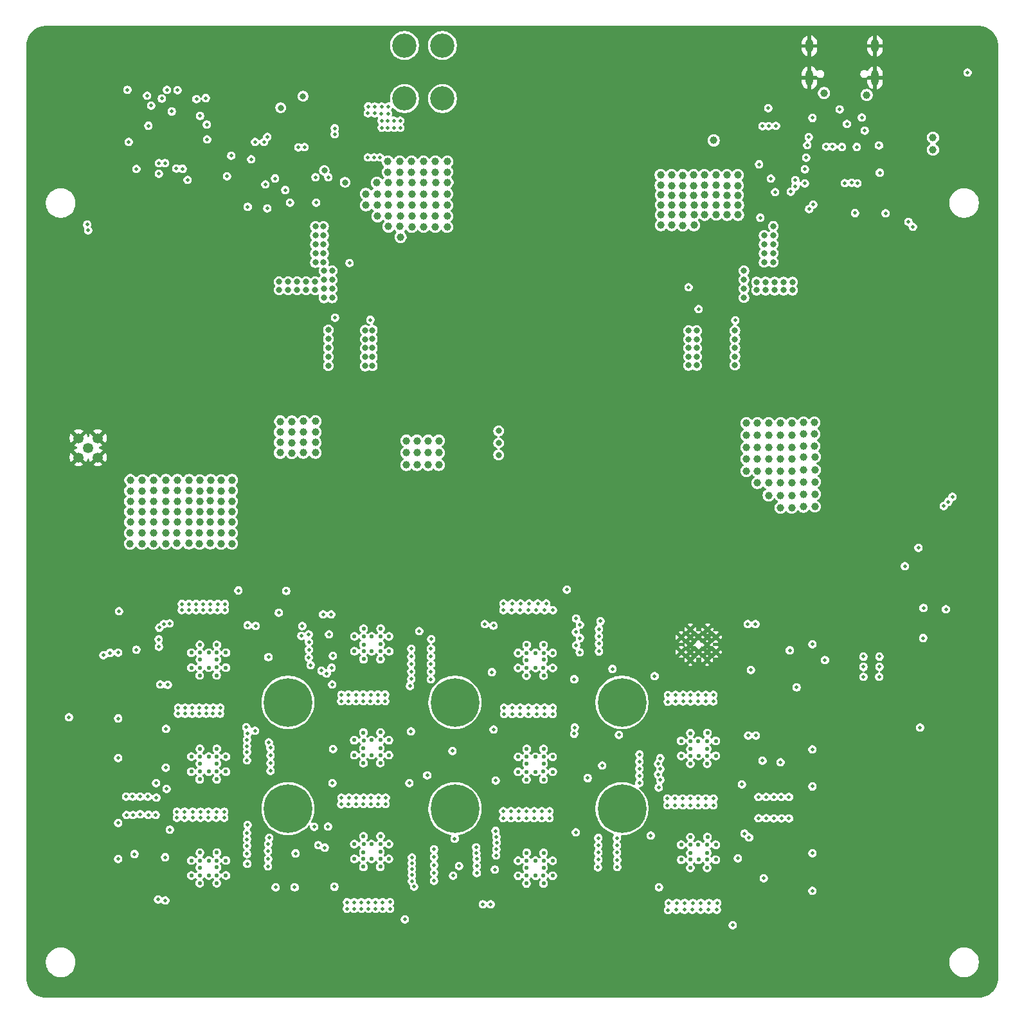
<source format=gbr>
%TF.GenerationSoftware,KiCad,Pcbnew,9.0.0*%
%TF.CreationDate,2025-04-30T10:12:32-04:00*%
%TF.ProjectId,emberone,656d6265-726f-46e6-952e-6b696361645f,rev?*%
%TF.SameCoordinates,Original*%
%TF.FileFunction,Copper,L4,Inr*%
%TF.FilePolarity,Positive*%
%FSLAX46Y46*%
G04 Gerber Fmt 4.6, Leading zero omitted, Abs format (unit mm)*
G04 Created by KiCad (PCBNEW 9.0.0) date 2025-04-30 10:12:32*
%MOMM*%
%LPD*%
G01*
G04 APERTURE LIST*
%TA.AperFunction,ComponentPad*%
%ADD10C,0.540000*%
%TD*%
%TA.AperFunction,HeatsinkPad*%
%ADD11C,0.540000*%
%TD*%
%TA.AperFunction,ComponentPad*%
%ADD12C,6.400000*%
%TD*%
%TA.AperFunction,ComponentPad*%
%ADD13C,3.200000*%
%TD*%
%TA.AperFunction,ComponentPad*%
%ADD14O,1.000000X2.100000*%
%TD*%
%TA.AperFunction,ComponentPad*%
%ADD15O,1.000000X1.800000*%
%TD*%
%TA.AperFunction,ComponentPad*%
%ADD16C,1.348000*%
%TD*%
%TA.AperFunction,ViaPad*%
%ADD17C,0.500000*%
%TD*%
%TA.AperFunction,ViaPad*%
%ADD18C,0.800000*%
%TD*%
%TA.AperFunction,ViaPad*%
%ADD19C,1.000000*%
%TD*%
G04 APERTURE END LIST*
D10*
%TO.N,/stack5/GND1*%
%TO.C,U55*%
X162235712Y-174725000D03*
X162230000Y-172755000D03*
X161130000Y-171735000D03*
X161122856Y-174725000D03*
X161117144Y-172755000D03*
X161100000Y-175765000D03*
X161100000Y-173805000D03*
X159945712Y-174725000D03*
X159940000Y-172755000D03*
X158900000Y-172775000D03*
X158890000Y-171745000D03*
D11*
X158880000Y-175765000D03*
D10*
X158880000Y-173825000D03*
X158878572Y-174725000D03*
X157685712Y-174725000D03*
X157680000Y-172755000D03*
%TD*%
D12*
%TO.N,unconnected-(H6-Pad1)*%
%TO.C,H6*%
X192930000Y-181770000D03*
%TD*%
D10*
%TO.N,/stack6/GND2*%
%TO.C,U65*%
X179254288Y-188635000D03*
X179260000Y-190605000D03*
X180360000Y-191625000D03*
X180367144Y-188635000D03*
X180372856Y-190605000D03*
X180390000Y-187595000D03*
X180390000Y-189555000D03*
X181544288Y-188635000D03*
X181550000Y-190605000D03*
X182590000Y-190585000D03*
X182600000Y-191615000D03*
D11*
X182610000Y-187595000D03*
D10*
X182610000Y-189535000D03*
X182611428Y-188635000D03*
X183804288Y-188635000D03*
X183810000Y-190605000D03*
%TD*%
%TO.N,/stack4/GND2*%
%TO.C,U47*%
X136214288Y-188605000D03*
X136220000Y-190575000D03*
X137320000Y-191595000D03*
X137327144Y-188605000D03*
X137332856Y-190575000D03*
X137350000Y-187565000D03*
X137350000Y-189525000D03*
X138504288Y-188605000D03*
X138510000Y-190575000D03*
X139550000Y-190555000D03*
X139560000Y-191585000D03*
D11*
X139570000Y-187565000D03*
D10*
X139570000Y-189505000D03*
X139571428Y-188605000D03*
X140764288Y-188605000D03*
X140770000Y-190575000D03*
%TD*%
D12*
%TO.N,unconnected-(H8-Pad1)*%
%TO.C,H8*%
X170930000Y-181770000D03*
%TD*%
D10*
%TO.N,GND*%
%TO.C,U74*%
X205295712Y-161135000D03*
X205290000Y-159165000D03*
X204190000Y-158145000D03*
X204182856Y-161135000D03*
X204177144Y-159165000D03*
X204160000Y-162175000D03*
X204160000Y-160215000D03*
X203005712Y-161135000D03*
X203000000Y-159165000D03*
X201960000Y-159185000D03*
X201950000Y-158155000D03*
D11*
X201940000Y-162175000D03*
D10*
X201940000Y-160235000D03*
X201938572Y-161135000D03*
X200745712Y-161135000D03*
X200740000Y-159165000D03*
%TD*%
%TO.N,/stack5/GND0*%
%TO.C,U54*%
X162235712Y-188395000D03*
X162230000Y-186425000D03*
X161130000Y-185405000D03*
X161122856Y-188395000D03*
X161117144Y-186425000D03*
X161100000Y-189435000D03*
X161100000Y-187475000D03*
X159945712Y-188395000D03*
X159940000Y-186425000D03*
X158900000Y-186445000D03*
X158890000Y-185415000D03*
D11*
X158880000Y-189435000D03*
D10*
X158880000Y-187495000D03*
X158878572Y-188395000D03*
X157685712Y-188395000D03*
X157680000Y-186425000D03*
%TD*%
%TO.N,/stack4/GND1*%
%TO.C,U46*%
X136214288Y-174925000D03*
X136220000Y-176895000D03*
X137320000Y-177915000D03*
X137327144Y-174925000D03*
X137332856Y-176895000D03*
X137350000Y-173885000D03*
X137350000Y-175845000D03*
X138504288Y-174925000D03*
X138510000Y-176895000D03*
X139550000Y-176875000D03*
X139560000Y-177905000D03*
D11*
X139570000Y-173885000D03*
D10*
X139570000Y-175825000D03*
X139571428Y-174925000D03*
X140764288Y-174925000D03*
X140770000Y-176895000D03*
%TD*%
%TO.N,/stack4/GND0*%
%TO.C,U45*%
X136214288Y-161235000D03*
X136220000Y-163205000D03*
X137320000Y-164225000D03*
X137327144Y-161235000D03*
X137332856Y-163205000D03*
X137350000Y-160195000D03*
X137350000Y-162155000D03*
X138504288Y-161235000D03*
X138510000Y-163205000D03*
X139550000Y-163185000D03*
X139560000Y-164215000D03*
D11*
X139570000Y-160195000D03*
D10*
X139570000Y-162135000D03*
X139571428Y-161235000D03*
X140764288Y-161235000D03*
X140770000Y-163205000D03*
%TD*%
D13*
%TO.N,/Power/VIN*%
%TO.C,J1*%
X164295549Y-81250000D03*
X164295549Y-88250000D03*
X169295549Y-81250000D03*
X169295549Y-88250000D03*
%TD*%
D12*
%TO.N,unconnected-(H5-Pad1)*%
%TO.C,H5*%
X192930000Y-167770000D03*
%TD*%
D10*
%TO.N,/stack7/GND0*%
%TO.C,U72*%
X205295712Y-188505000D03*
X205290000Y-186535000D03*
X204190000Y-185515000D03*
X204182856Y-188505000D03*
X204177144Y-186535000D03*
X204160000Y-189545000D03*
X204160000Y-187585000D03*
X203005712Y-188505000D03*
X203000000Y-186535000D03*
X201960000Y-186555000D03*
X201950000Y-185525000D03*
D11*
X201940000Y-189545000D03*
D10*
X201940000Y-187605000D03*
X201938572Y-188505000D03*
X200745712Y-188505000D03*
X200740000Y-186535000D03*
%TD*%
%TO.N,/stack6/GND0*%
%TO.C,U63*%
X179254288Y-161265000D03*
X179260000Y-163235000D03*
X180360000Y-164255000D03*
X180367144Y-161265000D03*
X180372856Y-163235000D03*
X180390000Y-160225000D03*
X180390000Y-162185000D03*
X181544288Y-161265000D03*
X181550000Y-163235000D03*
X182590000Y-163215000D03*
X182600000Y-164245000D03*
D11*
X182610000Y-160225000D03*
D10*
X182610000Y-162165000D03*
X182611428Y-161265000D03*
X183804288Y-161265000D03*
X183810000Y-163235000D03*
%TD*%
%TO.N,/stack6/GND1*%
%TO.C,U64*%
X179254288Y-174945000D03*
X179260000Y-176915000D03*
X180360000Y-177935000D03*
X180367144Y-174945000D03*
X180372856Y-176915000D03*
X180390000Y-173905000D03*
X180390000Y-175865000D03*
X181544288Y-174945000D03*
X181550000Y-176915000D03*
X182590000Y-176895000D03*
X182600000Y-177925000D03*
D11*
X182610000Y-173905000D03*
D10*
X182610000Y-175845000D03*
X182611428Y-174945000D03*
X183804288Y-174945000D03*
X183810000Y-176915000D03*
%TD*%
D14*
%TO.N,GND*%
%TO.C,J6*%
X226268700Y-85495000D03*
D15*
X226268700Y-81315000D03*
D14*
X217628700Y-85495000D03*
D15*
X217628700Y-81315000D03*
%TD*%
D16*
%TO.N,/3V6*%
%TO.C,J19*%
X122620000Y-134240000D03*
%TO.N,GND*%
X121350000Y-135510000D03*
X123890000Y-135510000D03*
X121350000Y-132970000D03*
X123890000Y-132970000D03*
%TD*%
D10*
%TO.N,/stack7/GND1*%
%TO.C,U73*%
X205295712Y-174815000D03*
X205290000Y-172845000D03*
X204190000Y-171825000D03*
X204182856Y-174815000D03*
X204177144Y-172845000D03*
X204160000Y-175855000D03*
X204160000Y-173895000D03*
X203005712Y-174815000D03*
X203000000Y-172845000D03*
X201960000Y-172865000D03*
X201950000Y-171835000D03*
D11*
X201940000Y-175855000D03*
D10*
X201940000Y-173915000D03*
X201938572Y-174815000D03*
X200745712Y-174815000D03*
X200740000Y-172845000D03*
%TD*%
%TO.N,/stack5/GND2*%
%TO.C,U56*%
X162255712Y-161045000D03*
X162250000Y-159075000D03*
X161150000Y-158055000D03*
X161142856Y-161045000D03*
X161137144Y-159075000D03*
X161120000Y-162085000D03*
X161120000Y-160125000D03*
X159965712Y-161045000D03*
X159960000Y-159075000D03*
X158920000Y-159095000D03*
X158910000Y-158065000D03*
D11*
X158900000Y-162085000D03*
D10*
X158900000Y-160145000D03*
X158898572Y-161045000D03*
X157705712Y-161045000D03*
X157700000Y-159075000D03*
%TD*%
D12*
%TO.N,unconnected-(H10-Pad1)*%
%TO.C,H10*%
X148930000Y-181770000D03*
%TD*%
%TO.N,unconnected-(H7-Pad1)*%
%TO.C,H7*%
X170930000Y-167770000D03*
%TD*%
D13*
%TO.N,GND*%
%TO.C,J2*%
X192774249Y-81300000D03*
X192774249Y-88300000D03*
X197774249Y-81300000D03*
X197774249Y-88300000D03*
%TD*%
D12*
%TO.N,unconnected-(H9-Pad1)*%
%TO.C,H9*%
X148930000Y-167770000D03*
%TD*%
D17*
%TO.N,GND*%
X133250000Y-102700000D03*
D18*
X163420000Y-122337500D03*
D19*
X200270000Y-145960000D03*
D17*
X127600000Y-104400000D03*
D18*
X162300000Y-119982500D03*
X198600000Y-120052500D03*
D19*
X205920000Y-147360000D03*
D18*
X163870000Y-128107500D03*
D17*
X230640000Y-97240000D03*
D18*
X163420000Y-118805000D03*
D17*
X144550000Y-98950000D03*
X132913949Y-93291049D03*
X135050000Y-92220000D03*
D18*
X173630000Y-114205000D03*
D17*
X221400807Y-96170000D03*
X122750000Y-154750000D03*
D18*
X163870000Y-126930000D03*
D19*
X201690000Y-144550000D03*
D18*
X154150000Y-88260000D03*
X176510000Y-114095000D03*
X164560000Y-115462500D03*
D19*
X201680000Y-147380000D03*
D18*
X168460000Y-123650000D03*
D17*
X215570807Y-93370000D03*
D19*
X194095000Y-144555000D03*
D18*
X157951600Y-89788400D03*
D17*
X118800000Y-118420000D03*
X119210000Y-153600000D03*
D18*
X169650000Y-126930000D03*
D17*
X222820807Y-96170000D03*
D18*
X162300000Y-121160000D03*
D17*
X132910000Y-94430000D03*
X120440000Y-111560000D03*
X138300000Y-104350000D03*
D18*
X167460000Y-115422500D03*
D17*
X140726200Y-96300000D03*
D19*
X204510000Y-147380000D03*
D17*
X164900000Y-118620000D03*
X198140000Y-164650000D03*
D18*
X168460000Y-121295000D03*
X162300000Y-123515000D03*
D17*
X120500000Y-152400000D03*
X132910000Y-92220000D03*
X122405000Y-179190000D03*
X141450000Y-101750000D03*
X235550000Y-147550000D03*
D18*
X157711600Y-99268400D03*
X192220000Y-123585000D03*
D17*
X123000000Y-106670000D03*
D18*
X229823700Y-94620000D03*
D17*
X135053949Y-93291049D03*
D18*
X131225000Y-100725000D03*
D19*
X195605000Y-147365000D03*
D17*
X121700000Y-156000000D03*
D18*
X192220000Y-120052500D03*
X163420000Y-123515000D03*
D17*
X214680807Y-94405000D03*
X120500000Y-145390000D03*
X143490000Y-89770000D03*
D18*
X172950000Y-129285000D03*
D17*
X234220000Y-172300000D03*
D18*
X192220000Y-122407500D03*
D17*
X118820000Y-124940000D03*
D18*
X163420000Y-119982500D03*
X193420000Y-120112500D03*
D17*
X226640000Y-91325000D03*
D18*
X132980000Y-101440000D03*
D19*
X205920000Y-145970000D03*
X203100000Y-147350000D03*
D17*
X223670807Y-104100000D03*
X140200000Y-100600000D03*
X220915382Y-99500000D03*
X154300000Y-101950000D03*
D18*
X123450000Y-92130000D03*
X125800000Y-88150000D03*
D17*
X138200000Y-102600000D03*
X142721041Y-98046399D03*
D18*
X164560000Y-114285000D03*
D17*
X226450807Y-103480000D03*
D19*
X203110000Y-144520000D03*
D18*
X123010000Y-95810000D03*
X172950000Y-126930000D03*
X198600000Y-118875000D03*
D17*
X222120807Y-96997500D03*
X231941360Y-155816335D03*
D19*
X198725000Y-144525000D03*
D17*
X133250000Y-104350000D03*
D19*
X200280000Y-144520000D03*
D17*
X225100807Y-106260000D03*
D19*
X194085000Y-145995000D03*
D17*
X221390807Y-97840000D03*
D18*
X192220000Y-118875000D03*
D19*
X204520000Y-144550000D03*
D18*
X162300000Y-122337500D03*
D17*
X134010000Y-92210000D03*
D18*
X193420000Y-122467500D03*
D19*
X192545000Y-144545000D03*
D17*
X219020807Y-105560000D03*
D18*
X169650000Y-129285000D03*
D17*
X135050000Y-94430000D03*
D18*
X173630000Y-116560000D03*
X169650000Y-128107500D03*
X198600000Y-121230000D03*
D17*
X134013949Y-93281049D03*
X218870000Y-89770000D03*
X234518700Y-82280000D03*
D18*
X168460000Y-122472500D03*
X168460000Y-118940000D03*
D19*
X201680000Y-145990000D03*
D18*
X192220000Y-121230000D03*
D17*
X222810807Y-97840000D03*
D18*
X193420000Y-123645000D03*
D17*
X120420000Y-124950000D03*
D19*
X200270000Y-147350000D03*
D17*
X228890000Y-99050000D03*
D18*
X176510000Y-116450000D03*
X167460000Y-114245000D03*
D19*
X204510000Y-145990000D03*
X205930000Y-144530000D03*
D18*
X197020000Y-115480000D03*
D17*
X118800000Y-134200000D03*
D18*
X163870000Y-129285000D03*
D17*
X118800000Y-145400000D03*
X124100000Y-107900000D03*
X227780000Y-92400000D03*
D18*
X197020000Y-114302500D03*
D19*
X198715000Y-145965000D03*
X192535000Y-147375000D03*
D18*
X168460000Y-120117500D03*
D17*
X234564000Y-179264000D03*
D18*
X147980000Y-92930000D03*
D17*
X146430000Y-103700000D03*
D18*
X198330000Y-116580000D03*
X176510000Y-115272500D03*
D17*
X120400000Y-118410000D03*
D18*
X193420000Y-121290000D03*
D17*
X121060000Y-171340000D03*
D19*
X197195000Y-147365000D03*
D17*
X225100807Y-103530000D03*
X150680000Y-97660000D03*
X134010000Y-94420000D03*
X126700000Y-102900000D03*
D19*
X192535000Y-145985000D03*
D17*
X234600000Y-155500000D03*
X118910000Y-110820000D03*
D19*
X197205000Y-144535000D03*
X194085000Y-147385000D03*
D17*
X196220000Y-117990000D03*
D18*
X198600000Y-123585000D03*
D19*
X197195000Y-145975000D03*
D17*
X231800000Y-145150000D03*
D18*
X198600000Y-122407500D03*
D19*
X203100000Y-145960000D03*
D17*
X209030000Y-164830000D03*
D18*
X164560000Y-116640000D03*
D19*
X195615000Y-144535000D03*
D18*
X163420000Y-121160000D03*
D19*
X237938700Y-91180000D03*
D17*
X124600000Y-156600000D03*
D18*
X139580000Y-84210000D03*
D17*
X139540000Y-98625000D03*
X230200000Y-146900000D03*
X214870000Y-97560000D03*
D19*
X198715000Y-147355000D03*
D18*
X162300000Y-118805000D03*
D19*
X239343700Y-91185000D03*
D18*
X131400000Y-84190000D03*
X172950000Y-128107500D03*
X151860000Y-97710000D03*
X193420000Y-118935000D03*
D17*
X215700000Y-89470000D03*
D18*
X167460000Y-116600000D03*
D17*
X124600000Y-158500000D03*
D19*
X195605000Y-145975000D03*
D18*
X173630000Y-115382500D03*
D19*
%TO.N,/Power/VIN_M*%
X168388000Y-99280000D03*
X168370000Y-103730000D03*
X202420000Y-103560000D03*
X162140000Y-99280000D03*
X208220000Y-102260000D03*
X199450000Y-99690000D03*
X169930000Y-102290000D03*
X202410000Y-100960000D03*
X205350000Y-103530000D03*
X205340000Y-100930000D03*
X169950000Y-99280000D03*
X202420000Y-104930000D03*
X198050000Y-100950000D03*
D17*
X161060000Y-95990000D03*
D19*
X160660000Y-99320000D03*
X165227631Y-96550000D03*
X165274000Y-102290000D03*
X200950000Y-102280000D03*
X206810000Y-103570000D03*
X169910000Y-100800000D03*
X206770000Y-99700000D03*
X199490000Y-102260000D03*
X166826000Y-102290000D03*
X166808000Y-105130000D03*
X162170000Y-102300000D03*
X160690000Y-102300000D03*
X198020000Y-99680000D03*
X169920000Y-103730000D03*
X162150000Y-100800000D03*
X203820000Y-100950000D03*
X165264000Y-99280000D03*
X160670000Y-100810000D03*
X198060000Y-103550000D03*
X165270000Y-103730000D03*
X168355210Y-97920000D03*
X199490000Y-103560000D03*
D17*
X127968951Y-93950000D03*
D19*
X159220000Y-102290000D03*
X200940000Y-100980000D03*
X203790000Y-99680000D03*
X159200000Y-100800000D03*
X169920000Y-97920000D03*
X169940000Y-96550000D03*
X165225631Y-97920000D03*
X163660841Y-97920000D03*
X205310000Y-99660000D03*
X168354000Y-105130000D03*
X163763949Y-106473949D03*
X166826000Y-99280000D03*
X162170000Y-105103949D03*
X208220000Y-103560000D03*
X165262000Y-105130000D03*
X168378000Y-102290000D03*
X206810000Y-102270000D03*
X208180000Y-98320000D03*
X166820000Y-103730000D03*
X199450000Y-98320000D03*
X208210000Y-100960000D03*
X208180000Y-99690000D03*
X162096051Y-97920000D03*
D17*
X159480000Y-95990000D03*
D19*
X203830000Y-102250000D03*
X199490000Y-104930000D03*
X206800000Y-100970000D03*
X198060000Y-102250000D03*
D17*
X146200000Y-102700000D03*
D19*
X166798420Y-96550000D03*
X166790420Y-97920000D03*
X205310000Y-98290000D03*
X168358000Y-100800000D03*
X206770000Y-98330000D03*
X200950000Y-104950000D03*
X163722000Y-102300000D03*
X163716000Y-105103949D03*
X166806000Y-100800000D03*
X200910000Y-98340000D03*
X202380000Y-98320000D03*
X199480000Y-100960000D03*
X169900000Y-105130000D03*
X200910000Y-99710000D03*
X203790000Y-98310000D03*
X163702000Y-99280000D03*
X200950000Y-103580000D03*
D17*
X160270000Y-95990000D03*
D19*
X168369210Y-96550000D03*
X162170000Y-103740000D03*
X203830000Y-103550000D03*
X160750000Y-103750000D03*
X205350000Y-102230000D03*
X162086051Y-96550000D03*
X198020000Y-98310000D03*
X163702000Y-100800000D03*
X202380000Y-99690000D03*
X163656841Y-96550000D03*
X165254000Y-100800000D03*
X198060000Y-104920000D03*
X202420000Y-102260000D03*
X163720000Y-103740000D03*
D17*
%TO.N,Net-(D1-A)*%
X137370000Y-90530000D03*
X131960000Y-96750000D03*
%TO.N,Net-(U1-COMP1)*%
X138240000Y-91660000D03*
X138280000Y-93630000D03*
%TO.N,Net-(D2-A)*%
X136880000Y-88310000D03*
X130400000Y-87860000D03*
X132320000Y-88248792D03*
D19*
%TO.N,/3V6*%
X131235000Y-141275000D03*
X215293700Y-135720000D03*
X132825000Y-139905000D03*
X150960000Y-132170000D03*
X132825000Y-141275000D03*
D17*
X138720000Y-155620000D03*
D19*
X138720000Y-145450000D03*
X218340000Y-138730000D03*
D18*
X176690000Y-135180000D03*
D19*
X128165000Y-142645000D03*
X134335000Y-145455000D03*
X212260000Y-135710000D03*
X128165000Y-141285000D03*
D17*
X137785000Y-154810000D03*
D18*
X176690000Y-133605000D03*
D19*
X135900000Y-139890000D03*
X140140000Y-141290000D03*
X168800000Y-133310000D03*
X213800000Y-142140000D03*
X215293700Y-137310000D03*
X210776300Y-138880000D03*
X132815000Y-145465000D03*
X149440000Y-132190000D03*
X216846558Y-134030000D03*
X215293700Y-134200000D03*
X128195000Y-138505000D03*
X212256300Y-140500000D03*
X209320000Y-134190000D03*
X164535000Y-133310000D03*
X140140000Y-142650000D03*
X216846558Y-137170000D03*
X147890000Y-133550000D03*
D18*
X176690000Y-132015000D03*
D19*
X167410000Y-133310000D03*
X140170000Y-138510000D03*
X149470000Y-130780000D03*
D17*
X136830000Y-155620000D03*
D19*
X213813700Y-134200000D03*
X218330000Y-141980000D03*
X213813700Y-131010000D03*
X137310000Y-142650000D03*
X164535000Y-134900000D03*
X213813700Y-135720000D03*
X141540000Y-145460000D03*
X152550000Y-132170000D03*
X215290000Y-138890000D03*
X216846558Y-135450000D03*
X134345000Y-139895000D03*
X137340000Y-138510000D03*
D17*
X139675000Y-154810000D03*
D19*
X134345000Y-141265000D03*
D17*
X140620000Y-154810000D03*
D19*
X135890000Y-146840000D03*
X210780000Y-135710000D03*
X134345000Y-142625000D03*
X209320000Y-131000000D03*
X131225000Y-145465000D03*
X165925000Y-133310000D03*
X138720000Y-146840000D03*
X216842858Y-138750000D03*
X152550000Y-133540000D03*
X218340000Y-140350000D03*
X140130000Y-145480000D03*
X216832858Y-142000000D03*
X137300000Y-145480000D03*
X138730000Y-141260000D03*
X212260000Y-131000000D03*
X213813700Y-137310000D03*
X128155000Y-146865000D03*
X210780000Y-132590000D03*
X213810000Y-138890000D03*
X134375000Y-138485000D03*
X131235000Y-142635000D03*
D17*
X134940000Y-155630000D03*
D19*
X147890000Y-134910000D03*
X131265000Y-138495000D03*
X135930000Y-138480000D03*
X141540000Y-146850000D03*
X167410000Y-136500000D03*
D17*
X137775000Y-155620000D03*
D19*
X218343700Y-137150000D03*
X135900000Y-142620000D03*
X132825000Y-142635000D03*
X209320000Y-135710000D03*
X140140000Y-139920000D03*
X140130000Y-146870000D03*
X149440000Y-133560000D03*
D17*
X135895000Y-154810000D03*
D19*
X147920000Y-130770000D03*
D17*
X135885000Y-155620000D03*
D19*
X216842858Y-140370000D03*
X215293700Y-132600000D03*
X164535000Y-136500000D03*
X152550000Y-134900000D03*
X215290000Y-140510000D03*
D17*
X138730000Y-154810000D03*
D19*
X216846558Y-132440000D03*
D17*
X136840000Y-154810000D03*
D19*
X132815000Y-146855000D03*
X137310000Y-139920000D03*
X141550000Y-142630000D03*
X128165000Y-144035000D03*
X210780000Y-134190000D03*
X141550000Y-144020000D03*
X141550000Y-141270000D03*
X150960000Y-134900000D03*
X137310000Y-144040000D03*
X129715000Y-144045000D03*
X135890000Y-145450000D03*
X131225000Y-146855000D03*
X209320000Y-137300000D03*
X168800000Y-134900000D03*
X129705000Y-146875000D03*
X218286558Y-130900000D03*
X210780000Y-137300000D03*
X138730000Y-142620000D03*
X167410000Y-134900000D03*
X134345000Y-144015000D03*
X138760000Y-138480000D03*
X128155000Y-145475000D03*
X129745000Y-138515000D03*
X149440000Y-134920000D03*
X216846558Y-130920000D03*
X137310000Y-141290000D03*
X134335000Y-146845000D03*
X138730000Y-139890000D03*
X218343700Y-135430000D03*
X140140000Y-144040000D03*
X209320000Y-132590000D03*
X129715000Y-142655000D03*
D17*
X142400000Y-153030000D03*
D19*
X212260000Y-137300000D03*
X141580000Y-138490000D03*
X218286558Y-132420000D03*
X212260000Y-134190000D03*
X215280000Y-142140000D03*
X129705000Y-145485000D03*
X132855000Y-138495000D03*
X212260000Y-132590000D03*
X165925000Y-136500000D03*
X210780000Y-131000000D03*
X135900000Y-144010000D03*
X215293700Y-131010000D03*
X152580000Y-130760000D03*
D17*
X134950000Y-154810000D03*
X140610000Y-155620000D03*
D19*
X213813700Y-132600000D03*
X129715000Y-141295000D03*
X165925000Y-134900000D03*
X150960000Y-133540000D03*
D17*
X139665000Y-155620000D03*
D19*
X168800000Y-136500000D03*
X213810000Y-140510000D03*
X131235000Y-144025000D03*
X218286558Y-134010000D03*
X150990000Y-130760000D03*
X137300000Y-146870000D03*
X138730000Y-144010000D03*
X131235000Y-139905000D03*
X132825000Y-144025000D03*
X147890000Y-132180000D03*
X212256300Y-138880000D03*
X135900000Y-141260000D03*
X128165000Y-139915000D03*
X141550000Y-139900000D03*
X129715000Y-139925000D03*
D17*
%TO.N,/Power/VIN*%
X162100000Y-92080000D03*
X159500000Y-89280000D03*
X163730000Y-91170000D03*
X162920000Y-92070000D03*
X161280000Y-92070000D03*
X160383333Y-89290000D03*
X162910000Y-91160000D03*
X161270000Y-91160000D03*
X162090000Y-91170000D03*
X163740000Y-92080000D03*
X162130000Y-90210000D03*
X160363333Y-90200000D03*
X162150000Y-89300000D03*
X159480000Y-90190000D03*
X161246667Y-90220000D03*
X161266667Y-89310000D03*
%TO.N,Net-(Q1-G)*%
X144102469Y-96254200D03*
X157040000Y-109910000D03*
%TO.N,Net-(Q2-G)*%
X159800000Y-117390000D03*
X148570000Y-100290000D03*
%TO.N,Net-(Q3-G)*%
X146210000Y-93290000D03*
X211140000Y-103930000D03*
%TO.N,Net-(Q4-G)*%
X207858700Y-117450000D03*
X144600000Y-93950000D03*
%TO.N,/3V3*%
X213100000Y-100560000D03*
X227650807Y-103350000D03*
X223640807Y-103330000D03*
X222560807Y-91580000D03*
D18*
X147980000Y-89450000D03*
D19*
X233898700Y-94980000D03*
D17*
X218030807Y-90795000D03*
X224920807Y-92475000D03*
X232200000Y-171100000D03*
D18*
X156461600Y-99268400D03*
D17*
X226790807Y-94405000D03*
D19*
X233898700Y-93380000D03*
D18*
X153730000Y-97700000D03*
D17*
X232000000Y-147400000D03*
X226880807Y-98005000D03*
X120100000Y-169750000D03*
D18*
X150928949Y-87930000D03*
D17*
X212200000Y-89510000D03*
X217350807Y-94390000D03*
X217020807Y-97560000D03*
%TO.N,/Data/1V1*%
X221910807Y-94615000D03*
X222270807Y-99385000D03*
X223850807Y-94615000D03*
%TO.N,/stack4/GND0*%
X137243333Y-168470000D03*
X139076667Y-169270000D03*
X139090000Y-168470000D03*
X138153333Y-169270000D03*
X140013333Y-168470000D03*
X136306667Y-169270000D03*
X133360000Y-157380000D03*
X136320000Y-168470000D03*
X138166666Y-168470000D03*
X135383333Y-169270000D03*
X134460000Y-169270000D03*
X134473333Y-168470000D03*
X143630000Y-157610000D03*
X135396666Y-168470000D03*
X140000000Y-169270000D03*
X137230000Y-169270000D03*
%TO.N,/stack4/GND1*%
X134300000Y-182980000D03*
X135340000Y-182980000D03*
X139513333Y-182170000D03*
X140540000Y-182980000D03*
X135353333Y-182170000D03*
X137433333Y-182170000D03*
X139500000Y-182980000D03*
X138473333Y-182170000D03*
X136380000Y-182980000D03*
X137420000Y-182980000D03*
X136393333Y-182170000D03*
X140553333Y-182170000D03*
X132890000Y-171260000D03*
X143440000Y-171040000D03*
X134313333Y-182170000D03*
X138460000Y-182980000D03*
%TO.N,/stack4/GND2*%
X156720000Y-194960000D03*
X159545000Y-194960000D03*
X157655000Y-194100000D03*
X160486667Y-194960000D03*
X164338000Y-196342000D03*
X158603333Y-194960000D03*
X160480000Y-194100000D03*
X161428333Y-194960000D03*
X159538333Y-194100000D03*
X158596666Y-194100000D03*
X162370000Y-194950000D03*
X143620000Y-183930000D03*
X133380000Y-184540000D03*
X156713333Y-194100000D03*
X161421666Y-194100000D03*
X162363333Y-194090000D03*
X157661667Y-194960000D03*
%TO.N,/stack4/1V2-0*%
X133120000Y-165470000D03*
D18*
%TO.N,/Power/SW1*%
X152550000Y-105080000D03*
X153620000Y-109825000D03*
X148967500Y-113450000D03*
X148962500Y-112380000D03*
X153680000Y-112120000D03*
X151337500Y-112380000D03*
X153680000Y-110932500D03*
X150150000Y-112380000D03*
X152525000Y-112380000D03*
X153620000Y-108637500D03*
X153620000Y-105075000D03*
X152550000Y-109830000D03*
X153680000Y-114495000D03*
X150155000Y-113450000D03*
X153680000Y-113307500D03*
D17*
X131940000Y-98140000D03*
D18*
X152550000Y-106267500D03*
X147775000Y-112380000D03*
X153620000Y-106262500D03*
X151342500Y-113450000D03*
X154750000Y-114490000D03*
D17*
X140913909Y-98486091D03*
D18*
X152550000Y-107455000D03*
X152550000Y-108642500D03*
D17*
X135730121Y-98950900D03*
D18*
X153620000Y-107450000D03*
X154750000Y-110927500D03*
X154750000Y-112115000D03*
X154750000Y-113302500D03*
X147780000Y-113450000D03*
X152530000Y-113450000D03*
%TO.N,/Power/SW2*%
X209000000Y-112090000D03*
X212870000Y-109800000D03*
D17*
X201698700Y-113100000D03*
D18*
X211650000Y-107435000D03*
X214222500Y-113470000D03*
X209000000Y-110902500D03*
X215410000Y-113470000D03*
X215405000Y-112400000D03*
X213035000Y-113470000D03*
X213030000Y-112400000D03*
X214217500Y-112400000D03*
X209000000Y-113277500D03*
X212870000Y-105050000D03*
X212870000Y-108612500D03*
X209000000Y-114465000D03*
D17*
X130930000Y-89160000D03*
D18*
X212870000Y-106237500D03*
X211650000Y-109810000D03*
X211650000Y-106247500D03*
X211650000Y-108622500D03*
X211847500Y-113470000D03*
X212870000Y-107425000D03*
X210660000Y-113470000D03*
X210655000Y-112400000D03*
X211842500Y-112400000D03*
%TO.N,/Power/LOOP1*%
X154260000Y-122252500D03*
X159120000Y-123460000D03*
X159120000Y-122282500D03*
X154260000Y-119897500D03*
X160050000Y-123450000D03*
X160050000Y-119917500D03*
X160050000Y-118740000D03*
X160050000Y-121095000D03*
X154260000Y-121075000D03*
X154260000Y-118720000D03*
D17*
X149200000Y-101950000D03*
D18*
X159120000Y-121105000D03*
D17*
X155150000Y-117110000D03*
D18*
X154260000Y-123430000D03*
X159120000Y-119927500D03*
X159120000Y-118750000D03*
X160050000Y-122272500D03*
D17*
%TO.N,Net-(U1-CS2)*%
X134400000Y-87140000D03*
X152550000Y-98600000D03*
%TO.N,/stack4/1V2-1*%
X132950000Y-179160000D03*
%TO.N,/stack4/1V2-2*%
X132790000Y-193870000D03*
%TO.N,/stack4/0V8-0*%
X132130000Y-165420000D03*
X128970000Y-160830000D03*
%TO.N,/stack4/0V8-1*%
X132850000Y-176370000D03*
X131580000Y-178390000D03*
%TO.N,/stack4/0V8-2*%
X128740000Y-187750000D03*
X131820000Y-193740000D03*
%TO.N,/stack5/GND0*%
X160835000Y-181180000D03*
X161810000Y-181180000D03*
X149930000Y-187660000D03*
X157923333Y-180320000D03*
X155070000Y-192060000D03*
X160848333Y-180320000D03*
X159860000Y-181180000D03*
X158885000Y-181180000D03*
X156948333Y-180320000D03*
X159873333Y-180320000D03*
X155973333Y-180330000D03*
X161823333Y-180320000D03*
X157910000Y-181180000D03*
X156935000Y-181180000D03*
X165540000Y-192030000D03*
X158898333Y-180320000D03*
X155960000Y-181190000D03*
%TO.N,/stack5/GND1*%
X155973333Y-166760000D03*
X160798333Y-166750000D03*
X157890000Y-167610000D03*
X161750000Y-167610000D03*
X159820000Y-167610000D03*
X158868333Y-166750000D03*
X159833333Y-166750000D03*
X158855000Y-167610000D03*
X161763333Y-166750000D03*
X155960000Y-167620000D03*
X156938333Y-166750000D03*
X160785000Y-167610000D03*
X164930000Y-178410000D03*
X156925000Y-167610000D03*
X157903333Y-166750000D03*
X154800000Y-178410000D03*
%TO.N,/stack5/GND2*%
X179483333Y-155620000D03*
X177310000Y-155620000D03*
X183830000Y-155620000D03*
X181836667Y-154760000D03*
X178396667Y-155620000D03*
X185674000Y-152908000D03*
X165002500Y-165607500D03*
X182743333Y-155620000D03*
X179580000Y-154760000D03*
X181656667Y-155620000D03*
X180708333Y-154760000D03*
X154770000Y-165410000D03*
X180570000Y-155620000D03*
X182965000Y-154760000D03*
X147722500Y-155955000D03*
X178451666Y-154760000D03*
X177323333Y-154760000D03*
X146362500Y-161820000D03*
%TO.N,/stack5/1V2-0*%
X152930000Y-186570000D03*
X154225000Y-184125000D03*
%TO.N,/stack5/1V2-1*%
X154880000Y-173920000D03*
%TO.N,/stack5/1V2-2*%
X150840000Y-157720000D03*
X154630000Y-156180000D03*
%TO.N,/stack5/0V8-0*%
X153800000Y-186900000D03*
%TO.N,/stack5/0V8-1*%
X165150000Y-171610000D03*
%TO.N,/stack5/0V8-2*%
X150691091Y-159021091D03*
X153560000Y-156200000D03*
%TO.N,/stack6/GND0*%
X181680000Y-169310000D03*
X182750000Y-169310000D03*
X178470000Y-168470000D03*
X180610000Y-168470000D03*
X179540000Y-169310000D03*
X181680000Y-168470000D03*
X180610000Y-169310000D03*
X186900000Y-156720000D03*
X178470000Y-169310000D03*
X183820000Y-168470000D03*
X177400000Y-169310000D03*
X182750000Y-168470000D03*
X179540000Y-168470000D03*
X183820000Y-169310000D03*
X177400000Y-168470000D03*
X176000000Y-157680000D03*
%TO.N,/stack6/GND1*%
X179333333Y-182090000D03*
X182373333Y-183030000D03*
X179323333Y-183030000D03*
X186710000Y-171070000D03*
X178316667Y-182090000D03*
X176020000Y-171340000D03*
X177300000Y-182100000D03*
X182383333Y-182090000D03*
X180350000Y-182090000D03*
X181356667Y-183030000D03*
X180340000Y-183030000D03*
X183400000Y-182090000D03*
X183390000Y-183030000D03*
X181366667Y-182090000D03*
X178306667Y-183030000D03*
X177290000Y-183040000D03*
%TO.N,/stack6/GND2*%
X204406666Y-194190000D03*
X203340000Y-194190000D03*
X186860000Y-184900000D03*
X207518000Y-197104000D03*
X199020000Y-195110000D03*
X203286667Y-195100000D03*
X202220000Y-195100000D03*
X205420000Y-195100000D03*
X205473333Y-194190000D03*
X176280000Y-184700000D03*
X200086667Y-195100000D03*
X202273333Y-194190000D03*
X201153333Y-195100000D03*
X199073333Y-194200000D03*
X201206666Y-194190000D03*
X204353333Y-195100000D03*
X200140000Y-194190000D03*
%TO.N,/stack6/1V2-0*%
X186660000Y-164720000D03*
%TO.N,/stack6/1V2-1*%
X176300000Y-178050000D03*
%TO.N,/stack6/1V2-2*%
X171480000Y-189320000D03*
X175650000Y-194370000D03*
%TO.N,/stack6/0V8-0*%
X175810000Y-163790000D03*
%TO.N,/stack6/0V8-1*%
X192528749Y-172053749D03*
X188425000Y-177750000D03*
%TO.N,/stack6/0V8-2*%
X174600000Y-194360000D03*
%TO.N,/stack7/GND0*%
X198900000Y-181340000D03*
X200930000Y-181320000D03*
X197820000Y-192140000D03*
X204990000Y-181320000D03*
X203975000Y-181320000D03*
X202960000Y-181320000D03*
X200953333Y-180440000D03*
X201945000Y-181320000D03*
X199915000Y-181320000D03*
X201968333Y-180440000D03*
X198923333Y-180460000D03*
X211600000Y-190930000D03*
X205013333Y-180440000D03*
X199938333Y-180440000D03*
X202983333Y-180440000D03*
X203998333Y-180440000D03*
%TO.N,/stack7/GND1*%
X197764455Y-178982768D03*
X204960000Y-167660000D03*
X198980000Y-167680000D03*
X202980000Y-166780000D03*
X200986666Y-166780000D03*
X201983333Y-166780000D03*
X200973333Y-167660000D03*
X199976667Y-167660000D03*
X202966667Y-167660000D03*
X201970000Y-167660000D03*
X208730000Y-178560000D03*
X204973333Y-166780000D03*
X199990000Y-166780000D03*
X203963333Y-167660000D03*
X198993333Y-166800000D03*
X203976666Y-166780000D03*
%TO.N,/stack7/1V2-0*%
X209080000Y-185050000D03*
X208200000Y-188330000D03*
%TO.N,/stack7/1V2-1*%
X213820000Y-175670000D03*
X210580000Y-172125000D03*
%TO.N,/stack7/1V2-2*%
X230195104Y-149850000D03*
X209520000Y-157460000D03*
X215026522Y-160913133D03*
X235600000Y-155510000D03*
%TO.N,/stack7/0V8-0*%
X209690000Y-185580000D03*
%TO.N,/stack7/0V8-1*%
X209560000Y-172150000D03*
%TO.N,/stack7/0V8-2*%
X210530000Y-157460000D03*
%TO.N,/Data/SWD*%
X223930807Y-99415000D03*
X224518291Y-90756321D03*
%TO.N,/Data/SWCLK*%
X223170807Y-99330000D03*
X221618700Y-89675000D03*
%TO.N,/Data/QSPI_SS*%
X211430807Y-91880000D03*
X217533835Y-93314305D03*
%TO.N,Net-(U46-NRSTO)*%
X143610000Y-171890000D03*
%TO.N,Net-(U46-CO)*%
X143526091Y-175413909D03*
%TO.N,Net-(U46-CLKO)*%
X143550000Y-174320000D03*
%TO.N,Net-(U46-RI)*%
X143549000Y-173531000D03*
%TO.N,Net-(U46-BO)*%
X143550000Y-172710000D03*
%TO.N,Net-(U45-BI)*%
X146620000Y-173760000D03*
%TO.N,Net-(U45-CO)*%
X132570000Y-157450000D03*
%TO.N,Net-(U46-CI)*%
X131620000Y-180330000D03*
%TO.N,Net-(U47-CO)*%
X131520000Y-182590000D03*
%TO.N,Net-(U46-CLKI)*%
X130490000Y-180200000D03*
%TO.N,Net-(U45-CLKO)*%
X131990000Y-157940000D03*
%TO.N,Net-(U47-CLKO)*%
X130540000Y-182580000D03*
%TO.N,Net-(U46-RO)*%
X129480000Y-180200000D03*
%TO.N,Net-(U45-RI)*%
X131920000Y-159470000D03*
X124639999Y-161557817D03*
%TO.N,Net-(U47-RI)*%
X129480000Y-182500000D03*
%TO.N,Net-(U46-BI)*%
X128490000Y-180200000D03*
%TO.N,Net-(U45-BO)*%
X131960000Y-160450000D03*
%TO.N,Net-(U47-BO)*%
X128530000Y-182610000D03*
%TO.N,Net-(U46-NRSTI)*%
X127630000Y-180180000D03*
%TO.N,Net-(U45-NRSTO)*%
X125520000Y-161250000D03*
%TO.N,Net-(U47-NRSTO)*%
X132770000Y-188170000D03*
X127670000Y-182610000D03*
%TO.N,Net-(U55-NRSTO)*%
X168190000Y-191270000D03*
X167275000Y-177375000D03*
%TO.N,Net-(U55-CO)*%
X168190000Y-187120000D03*
%TO.N,Net-(U55-CLKO)*%
X168190000Y-188140000D03*
%TO.N,Net-(U55-RI)*%
X168190000Y-189210000D03*
%TO.N,Net-(U55-BO)*%
X168190000Y-190200000D03*
%TO.N,Net-(U55-CI)*%
X151680000Y-158810000D03*
%TO.N,Net-(U54-CO)*%
X146462909Y-185587091D03*
%TO.N,Net-(U56-CO)*%
X154350000Y-158820000D03*
%TO.N,Net-(U54-CLKO)*%
X146350000Y-186390000D03*
%TO.N,Net-(U55-CLKI)*%
X151700000Y-159810000D03*
%TO.N,Net-(U56-CLKO)*%
X154853858Y-161636039D03*
%TO.N,Net-(U55-RO)*%
X151700000Y-160840000D03*
%TO.N,Net-(U54-RI)*%
X146310000Y-187330000D03*
X152400000Y-184150000D03*
%TO.N,Net-(U56-RI)*%
X154700000Y-163200000D03*
%TO.N,Net-(U55-BI)*%
X151660000Y-161870000D03*
%TO.N,Net-(U54-BO)*%
X146320000Y-188410000D03*
%TO.N,Net-(U56-BO)*%
X154040000Y-163980000D03*
%TO.N,Net-(U54-NRSTO)*%
X146310000Y-189360000D03*
%TO.N,Net-(U55-NRSTI)*%
X151940000Y-162856000D03*
%TO.N,Net-(U56-NRSTO)*%
X153370000Y-163610000D03*
%TO.N,Net-(U64-NRSTO)*%
X186625000Y-171910000D03*
X189920000Y-161070000D03*
%TO.N,Net-(U64-CO)*%
X190100000Y-157090000D03*
%TO.N,Net-(U64-CLKO)*%
X189890000Y-158110000D03*
%TO.N,Net-(U64-RI)*%
X189890000Y-159060000D03*
%TO.N,Net-(U64-BO)*%
X189890000Y-160050000D03*
%TO.N,Net-(U64-CI)*%
X173713954Y-186860313D03*
%TO.N,Net-(U63-CO)*%
X167780000Y-160730000D03*
%TO.N,Net-(U65-CO)*%
X176400000Y-185470000D03*
%TO.N,Net-(U63-CLKO)*%
X167780000Y-161720000D03*
%TO.N,Net-(U64-CLKI)*%
X173760000Y-187650000D03*
%TO.N,Net-(U65-CLKO)*%
X176430000Y-186240000D03*
%TO.N,Net-(U63-RI)*%
X167800000Y-159450000D03*
X167780000Y-162730000D03*
%TO.N,Net-(U64-RO)*%
X173800000Y-188400000D03*
%TO.N,Net-(U65-RI)*%
X176390000Y-187130000D03*
%TO.N,Net-(U64-BI)*%
X173800000Y-189325000D03*
%TO.N,Net-(U63-BO)*%
X167780000Y-163730000D03*
%TO.N,Net-(U65-BO)*%
X176370000Y-187940000D03*
%TO.N,Net-(U63-NRSTO)*%
X167775000Y-164750000D03*
%TO.N,Net-(U64-NRSTI)*%
X173800000Y-190250000D03*
%TO.N,Net-(U65-NRSTO)*%
X176196545Y-189791783D03*
%TO.N,Net-(U73-NRSTO)*%
X214940000Y-180240000D03*
X211450000Y-175450000D03*
%TO.N,Net-(U73-CO)*%
X210910000Y-180240000D03*
%TO.N,Net-(U73-CLKO)*%
X211920000Y-180240000D03*
%TO.N,Net-(U73-RI)*%
X212930000Y-180240000D03*
%TO.N,Net-(U73-BO)*%
X213920000Y-180230000D03*
%TO.N,Net-(U74-BI)*%
X209910000Y-163500000D03*
%TO.N,Net-(U72-CO)*%
X192260000Y-185660000D03*
%TO.N,Net-(U73-CI)*%
X197991091Y-177971091D03*
%TO.N,Net-(U72-CLKO)*%
X192260000Y-186610000D03*
%TO.N,Net-(U73-CLKI)*%
X197679096Y-177249096D03*
%TO.N,Net-(U72-RI)*%
X192280000Y-187570000D03*
%TO.N,Net-(U73-RO)*%
X197980000Y-176550000D03*
%TO.N,Net-(U73-BI)*%
X197690000Y-175850000D03*
%TO.N,Net-(U72-BO)*%
X192310000Y-188520000D03*
%TO.N,Net-(U73-NRSTI)*%
X197980000Y-175130000D03*
%TO.N,Net-(U72-NRSTO)*%
X192310000Y-189450000D03*
%TO.N,/stack4/RO*%
X143550000Y-186680000D03*
%TO.N,/stack4/CLKI*%
X143550000Y-185800000D03*
%TO.N,/stack4/CI*%
X143530000Y-184980000D03*
%TO.N,Net-(U74-NRSTO)*%
X195250000Y-174630000D03*
X197240686Y-164316752D03*
%TO.N,Net-(U74-BO)*%
X195230000Y-175567500D03*
%TO.N,Net-(U74-RI)*%
X195230000Y-176505000D03*
%TO.N,Net-(U74-CLKO)*%
X195230000Y-177442500D03*
%TO.N,Net-(U74-CO)*%
X195230000Y-178380000D03*
%TO.N,/Data/SCL*%
X230680000Y-104490000D03*
X218120807Y-102210000D03*
X215170000Y-100510000D03*
X151130000Y-94650000D03*
X155094000Y-92162183D03*
X122490000Y-104830000D03*
%TO.N,/Data/SDA*%
X122620000Y-105600000D03*
X155094000Y-92940000D03*
X231260000Y-105150000D03*
X212545000Y-98790000D03*
X150320000Y-94670000D03*
X217570807Y-102800000D03*
%TO.N,/Data/QSPI_SD1*%
X219850807Y-94590000D03*
X212269696Y-91863644D03*
%TO.N,/Data/QSPI_SD2*%
X220690807Y-94590000D03*
X213220807Y-91845000D03*
%TO.N,/RST*%
X236460000Y-140710000D03*
X217030807Y-99430000D03*
%TO.N,/RX*%
X235320000Y-141900000D03*
X215780807Y-99840000D03*
%TO.N,/TX*%
X235910000Y-141350000D03*
X215770807Y-99010000D03*
%TO.N,/stack6/1V2-0B*%
X166225000Y-158400000D03*
%TO.N,/stack7/1V2-0B*%
X196725000Y-185325000D03*
%TO.N,/stack6/CI*%
X189800000Y-185630000D03*
%TO.N,/stack6/CLKI*%
X189820000Y-186590000D03*
%TO.N,/stack6/RO*%
X189800000Y-187540000D03*
%TO.N,/stack6/BI*%
X189800000Y-188500000D03*
%TO.N,/stack6/NRSTI*%
X189770000Y-189480000D03*
%TO.N,Net-(U45-NRSTI)*%
X146410000Y-173030000D03*
%TO.N,Net-(U45-RO)*%
X146640000Y-174770000D03*
%TO.N,Net-(U45-CLKI)*%
X146650000Y-175780000D03*
%TO.N,Net-(U45-CI)*%
X146650000Y-176790000D03*
%TO.N,Net-(U54-NRSTI)*%
X165260000Y-191320000D03*
%TO.N,Net-(U54-BI)*%
X165260000Y-190500000D03*
%TO.N,Net-(U54-RO)*%
X165260000Y-189720000D03*
%TO.N,Net-(U54-CLKI)*%
X165260000Y-188950000D03*
%TO.N,Net-(U54-CI)*%
X165260000Y-188190000D03*
%TO.N,/stack4/BI*%
X143550000Y-187730000D03*
%TO.N,/stack4/NRSTI*%
X143570000Y-189020000D03*
%TO.N,Net-(U63-NRSTI)*%
X187370000Y-161170000D03*
%TO.N,/stack5/NRSTI*%
X165190000Y-164710000D03*
%TO.N,Net-(U63-BI)*%
X186880000Y-160260000D03*
%TO.N,/stack5/BI*%
X165190000Y-163710000D03*
%TO.N,Net-(U63-RO)*%
X187400000Y-159300000D03*
%TO.N,/stack5/RO*%
X165190000Y-162700000D03*
%TO.N,Net-(U63-CLKI)*%
X186860000Y-158530000D03*
%TO.N,/stack5/CLKI*%
X165190000Y-161750000D03*
%TO.N,Net-(U63-CI)*%
X187400000Y-157550000D03*
%TO.N,/stack5/CI*%
X165190000Y-160720000D03*
%TO.N,Net-(U72-NRSTI)*%
X214940000Y-183060000D03*
%TO.N,Net-(U72-BI)*%
X213930000Y-183060000D03*
%TO.N,Net-(U72-RO)*%
X212920000Y-183060000D03*
%TO.N,Net-(U72-CLKI)*%
X211930000Y-183040000D03*
%TO.N,Net-(U72-CI)*%
X210910000Y-183040000D03*
%TO.N,/stack7/RST_N*%
X226800000Y-164400000D03*
X232640000Y-155330000D03*
X232600000Y-159300000D03*
%TO.N,/stack7/RO*%
X226850000Y-163100000D03*
%TO.N,/stack7/CI*%
X226850000Y-161750000D03*
%TO.N,/5V*%
X218010000Y-173960000D03*
X218010000Y-160100000D03*
X126570000Y-169880000D03*
X218010000Y-192610000D03*
X126570000Y-188380000D03*
X126570000Y-183670000D03*
X218010000Y-187650000D03*
D19*
X205010000Y-93760000D03*
D17*
X190338749Y-176083749D03*
X126570000Y-175090000D03*
X149830000Y-192140000D03*
X126700000Y-155760000D03*
D19*
X225170000Y-87770000D03*
D17*
X144584719Y-171505281D03*
X147310000Y-192140000D03*
X144680000Y-157700000D03*
X218010000Y-178850000D03*
X126570000Y-161220000D03*
X174860000Y-157460000D03*
X191670000Y-163360000D03*
X170610000Y-174190000D03*
X170690000Y-190600000D03*
X170910000Y-185720000D03*
D19*
X219548700Y-87520000D03*
D17*
X215950000Y-165800000D03*
X148720000Y-153100000D03*
%TO.N,/Data/PWR_EN*%
X127780000Y-87090000D03*
X211000000Y-96900000D03*
%TO.N,Net-(U1-HO1)*%
X141460000Y-95770000D03*
X128980000Y-97510000D03*
%TO.N,Net-(U1-LO1)*%
X147239012Y-98760988D03*
X132763949Y-96740000D03*
%TO.N,Net-(U1-LO2)*%
X138130000Y-88180000D03*
X132990000Y-87096874D03*
%TO.N,Net-(U1-HO2)*%
X130560000Y-91820000D03*
X145782864Y-93968227D03*
%TO.N,Net-(U1-CSG2)*%
X152650000Y-101950000D03*
X133650000Y-89950000D03*
%TO.N,Net-(U1-CS1)*%
X135058909Y-97491091D03*
X145970000Y-99550835D03*
%TO.N,Net-(U1-CSG1)*%
X143650000Y-102500000D03*
X134250000Y-97460000D03*
D18*
%TO.N,/Power/LOOP2*%
X202770000Y-119962500D03*
D17*
X203028700Y-115973132D03*
D18*
X207810000Y-123360000D03*
X207810000Y-122217500D03*
X201710000Y-119952500D03*
X207810000Y-119932500D03*
X207810000Y-121075000D03*
X201710000Y-118810000D03*
X202770000Y-118820000D03*
X201710000Y-121095000D03*
X202770000Y-123390000D03*
X202770000Y-121105000D03*
X207810000Y-118790000D03*
X201710000Y-123380000D03*
X201710000Y-122237500D03*
X202770000Y-122247500D03*
D17*
X154250000Y-98600000D03*
%TO.N,Net-(U74-NRSTI)*%
X224750000Y-164400000D03*
%TO.N,Net-(U74-RO)*%
X224750000Y-163100000D03*
%TO.N,Net-(U74-CLKI)*%
X219680000Y-162210000D03*
%TO.N,Net-(U74-CI)*%
X224750000Y-161750000D03*
%TO.N,Net-(U27-GPIO1)*%
X238442649Y-84808600D03*
X217200807Y-96016526D03*
%TD*%
%TA.AperFunction,Conductor*%
%TO.N,GND*%
G36*
X239918471Y-78675695D02*
G01*
X239933599Y-78676544D01*
X240170748Y-78689862D01*
X240178672Y-78690565D01*
X240234831Y-78697384D01*
X240240584Y-78698222D01*
X240460507Y-78735588D01*
X240469385Y-78737433D01*
X240518198Y-78749465D01*
X240522840Y-78750705D01*
X240744020Y-78814426D01*
X240753616Y-78817622D01*
X240788580Y-78830882D01*
X240791875Y-78832189D01*
X241017176Y-78925511D01*
X241027321Y-78930262D01*
X241036998Y-78935342D01*
X241039191Y-78936523D01*
X241242462Y-79048866D01*
X241270640Y-79064440D01*
X241282414Y-79071838D01*
X241505141Y-79229871D01*
X241516013Y-79238541D01*
X241640177Y-79349501D01*
X241719647Y-79420519D01*
X241729480Y-79430352D01*
X241911458Y-79633986D01*
X241920128Y-79644858D01*
X242078161Y-79867585D01*
X242085559Y-79879359D01*
X242213439Y-80110740D01*
X242214710Y-80113100D01*
X242219728Y-80122662D01*
X242224490Y-80132830D01*
X242317778Y-80358046D01*
X242319143Y-80361488D01*
X242332366Y-80396353D01*
X242335577Y-80405995D01*
X242399293Y-80627160D01*
X242400536Y-80631811D01*
X242412561Y-80680597D01*
X242414412Y-80689502D01*
X242451771Y-80909381D01*
X242452619Y-80915205D01*
X242459429Y-80971288D01*
X242460138Y-80979282D01*
X242474305Y-81231527D01*
X242474500Y-81238480D01*
X242474500Y-204111519D01*
X242474305Y-204118472D01*
X242460138Y-204370716D01*
X242459429Y-204378710D01*
X242452619Y-204434793D01*
X242451771Y-204440617D01*
X242414412Y-204660496D01*
X242412561Y-204669401D01*
X242400536Y-204718187D01*
X242399293Y-204722838D01*
X242335577Y-204944003D01*
X242332366Y-204953645D01*
X242319160Y-204988468D01*
X242317778Y-204991952D01*
X242224490Y-205217168D01*
X242219728Y-205227336D01*
X242214710Y-205236898D01*
X242213439Y-205239258D01*
X242085559Y-205470640D01*
X242078161Y-205482414D01*
X241920128Y-205705141D01*
X241911458Y-205716013D01*
X241729480Y-205919647D01*
X241719647Y-205929480D01*
X241516013Y-206111458D01*
X241505141Y-206120128D01*
X241282414Y-206278161D01*
X241270640Y-206285559D01*
X241039258Y-206413439D01*
X241036898Y-206414710D01*
X241027336Y-206419728D01*
X241017168Y-206424490D01*
X240791952Y-206517778D01*
X240788468Y-206519160D01*
X240753645Y-206532366D01*
X240744003Y-206535577D01*
X240522838Y-206599293D01*
X240518187Y-206600536D01*
X240469401Y-206612561D01*
X240460496Y-206614412D01*
X240240617Y-206651771D01*
X240234793Y-206652619D01*
X240178710Y-206659429D01*
X240170716Y-206660138D01*
X239918472Y-206674305D01*
X239911519Y-206674500D01*
X117038481Y-206674500D01*
X117031528Y-206674305D01*
X116779282Y-206660138D01*
X116771288Y-206659429D01*
X116715205Y-206652619D01*
X116709381Y-206651771D01*
X116489502Y-206614412D01*
X116480597Y-206612561D01*
X116431811Y-206600536D01*
X116427160Y-206599293D01*
X116205995Y-206535577D01*
X116196353Y-206532366D01*
X116161488Y-206519143D01*
X116158046Y-206517778D01*
X115932830Y-206424490D01*
X115922662Y-206419728D01*
X115920785Y-206418743D01*
X115913068Y-206414693D01*
X115910740Y-206413439D01*
X115679359Y-206285559D01*
X115667585Y-206278161D01*
X115444858Y-206120128D01*
X115433986Y-206111458D01*
X115230352Y-205929480D01*
X115220519Y-205919647D01*
X115038541Y-205716013D01*
X115029871Y-205705141D01*
X114871838Y-205482414D01*
X114864440Y-205470640D01*
X114800812Y-205355514D01*
X114736523Y-205239191D01*
X114735342Y-205236998D01*
X114730262Y-205227321D01*
X114725508Y-205217168D01*
X114632189Y-204991875D01*
X114630882Y-204988580D01*
X114617622Y-204953616D01*
X114614426Y-204944020D01*
X114550705Y-204722838D01*
X114549462Y-204718187D01*
X114537433Y-204669385D01*
X114535586Y-204660496D01*
X114498222Y-204440584D01*
X114497384Y-204434831D01*
X114490565Y-204378672D01*
X114489862Y-204370748D01*
X114475695Y-204118471D01*
X114475500Y-204111519D01*
X114475500Y-201872149D01*
X117049500Y-201872149D01*
X117049500Y-202127850D01*
X117075457Y-202325007D01*
X117082874Y-202381340D01*
X117149050Y-202628312D01*
X117149053Y-202628322D01*
X117246894Y-202864531D01*
X117246899Y-202864542D01*
X117374734Y-203085957D01*
X117374745Y-203085973D01*
X117530388Y-203288811D01*
X117530394Y-203288818D01*
X117711181Y-203469605D01*
X117711187Y-203469610D01*
X117914035Y-203625261D01*
X117914042Y-203625265D01*
X118135457Y-203753100D01*
X118135462Y-203753102D01*
X118135465Y-203753104D01*
X118371687Y-203850950D01*
X118618660Y-203917126D01*
X118872157Y-203950500D01*
X118872164Y-203950500D01*
X119127836Y-203950500D01*
X119127843Y-203950500D01*
X119381340Y-203917126D01*
X119628313Y-203850950D01*
X119864535Y-203753104D01*
X120085965Y-203625261D01*
X120288813Y-203469610D01*
X120469610Y-203288813D01*
X120625261Y-203085965D01*
X120753104Y-202864535D01*
X120850950Y-202628313D01*
X120917126Y-202381340D01*
X120950500Y-202127843D01*
X120950500Y-201872157D01*
X120950499Y-201872149D01*
X236049500Y-201872149D01*
X236049500Y-202127850D01*
X236075457Y-202325007D01*
X236082874Y-202381340D01*
X236149050Y-202628312D01*
X236149053Y-202628322D01*
X236246894Y-202864531D01*
X236246899Y-202864542D01*
X236374734Y-203085957D01*
X236374745Y-203085973D01*
X236530388Y-203288811D01*
X236530394Y-203288818D01*
X236711181Y-203469605D01*
X236711187Y-203469610D01*
X236914035Y-203625261D01*
X236914042Y-203625265D01*
X237135457Y-203753100D01*
X237135462Y-203753102D01*
X237135465Y-203753104D01*
X237371687Y-203850950D01*
X237618660Y-203917126D01*
X237872157Y-203950500D01*
X237872164Y-203950500D01*
X238127836Y-203950500D01*
X238127843Y-203950500D01*
X238381340Y-203917126D01*
X238628313Y-203850950D01*
X238864535Y-203753104D01*
X239085965Y-203625261D01*
X239288813Y-203469610D01*
X239469610Y-203288813D01*
X239625261Y-203085965D01*
X239753104Y-202864535D01*
X239850950Y-202628313D01*
X239917126Y-202381340D01*
X239950500Y-202127843D01*
X239950500Y-201872157D01*
X239917126Y-201618660D01*
X239850950Y-201371687D01*
X239753104Y-201135465D01*
X239753102Y-201135462D01*
X239753100Y-201135457D01*
X239625265Y-200914042D01*
X239625261Y-200914035D01*
X239469610Y-200711187D01*
X239469605Y-200711181D01*
X239288818Y-200530394D01*
X239288811Y-200530388D01*
X239085973Y-200374745D01*
X239085971Y-200374743D01*
X239085965Y-200374739D01*
X239085960Y-200374736D01*
X239085957Y-200374734D01*
X238864542Y-200246899D01*
X238864531Y-200246894D01*
X238628322Y-200149053D01*
X238628315Y-200149051D01*
X238628313Y-200149050D01*
X238381340Y-200082874D01*
X238325007Y-200075457D01*
X238127850Y-200049500D01*
X238127843Y-200049500D01*
X237872157Y-200049500D01*
X237872149Y-200049500D01*
X237646826Y-200079165D01*
X237618660Y-200082874D01*
X237371687Y-200149050D01*
X237371677Y-200149053D01*
X237135468Y-200246894D01*
X237135457Y-200246899D01*
X236914042Y-200374734D01*
X236914026Y-200374745D01*
X236711188Y-200530388D01*
X236711181Y-200530394D01*
X236530394Y-200711181D01*
X236530388Y-200711188D01*
X236374745Y-200914026D01*
X236374734Y-200914042D01*
X236246899Y-201135457D01*
X236246894Y-201135468D01*
X236149053Y-201371677D01*
X236149050Y-201371687D01*
X236082874Y-201618661D01*
X236049500Y-201872149D01*
X120950499Y-201872149D01*
X120917126Y-201618660D01*
X120850950Y-201371687D01*
X120753104Y-201135465D01*
X120753102Y-201135462D01*
X120753100Y-201135457D01*
X120625265Y-200914042D01*
X120625261Y-200914035D01*
X120469610Y-200711187D01*
X120469605Y-200711181D01*
X120288818Y-200530394D01*
X120288811Y-200530388D01*
X120085973Y-200374745D01*
X120085971Y-200374743D01*
X120085965Y-200374739D01*
X120085960Y-200374736D01*
X120085957Y-200374734D01*
X119864542Y-200246899D01*
X119864531Y-200246894D01*
X119628322Y-200149053D01*
X119628315Y-200149051D01*
X119628313Y-200149050D01*
X119381340Y-200082874D01*
X119325007Y-200075457D01*
X119127850Y-200049500D01*
X119127843Y-200049500D01*
X118872157Y-200049500D01*
X118872149Y-200049500D01*
X118646826Y-200079165D01*
X118618660Y-200082874D01*
X118371687Y-200149050D01*
X118371677Y-200149053D01*
X118135468Y-200246894D01*
X118135457Y-200246899D01*
X117914042Y-200374734D01*
X117914026Y-200374745D01*
X117711188Y-200530388D01*
X117711181Y-200530394D01*
X117530394Y-200711181D01*
X117530388Y-200711188D01*
X117374745Y-200914026D01*
X117374734Y-200914042D01*
X117246899Y-201135457D01*
X117246894Y-201135468D01*
X117149053Y-201371677D01*
X117149050Y-201371687D01*
X117082874Y-201618661D01*
X117049500Y-201872149D01*
X114475500Y-201872149D01*
X114475500Y-197031525D01*
X206967500Y-197031525D01*
X206967500Y-197176475D01*
X207005016Y-197316485D01*
X207005017Y-197316488D01*
X207077488Y-197442011D01*
X207077490Y-197442013D01*
X207077491Y-197442015D01*
X207179985Y-197544509D01*
X207179986Y-197544510D01*
X207179988Y-197544511D01*
X207305511Y-197616982D01*
X207305512Y-197616982D01*
X207305515Y-197616984D01*
X207445525Y-197654500D01*
X207445528Y-197654500D01*
X207590472Y-197654500D01*
X207590475Y-197654500D01*
X207730485Y-197616984D01*
X207856015Y-197544509D01*
X207958509Y-197442015D01*
X208030984Y-197316485D01*
X208068500Y-197176475D01*
X208068500Y-197031525D01*
X208030984Y-196891515D01*
X207968050Y-196782511D01*
X207958511Y-196765988D01*
X207958506Y-196765982D01*
X207856017Y-196663493D01*
X207856011Y-196663488D01*
X207730488Y-196591017D01*
X207730489Y-196591017D01*
X207719006Y-196587940D01*
X207590475Y-196553500D01*
X207445525Y-196553500D01*
X207316993Y-196587940D01*
X207305511Y-196591017D01*
X207179988Y-196663488D01*
X207179982Y-196663493D01*
X207077493Y-196765982D01*
X207077488Y-196765988D01*
X207005017Y-196891511D01*
X207005016Y-196891515D01*
X206967500Y-197031525D01*
X114475500Y-197031525D01*
X114475500Y-196269525D01*
X163787500Y-196269525D01*
X163787500Y-196414475D01*
X163824752Y-196553500D01*
X163825017Y-196554488D01*
X163897488Y-196680011D01*
X163897490Y-196680013D01*
X163897491Y-196680015D01*
X163999985Y-196782509D01*
X163999986Y-196782510D01*
X163999988Y-196782511D01*
X164125511Y-196854982D01*
X164125512Y-196854982D01*
X164125515Y-196854984D01*
X164265525Y-196892500D01*
X164265528Y-196892500D01*
X164410472Y-196892500D01*
X164410475Y-196892500D01*
X164550485Y-196854984D01*
X164676015Y-196782509D01*
X164778509Y-196680015D01*
X164850984Y-196554485D01*
X164888500Y-196414475D01*
X164888500Y-196269525D01*
X164850984Y-196129515D01*
X164778509Y-196003985D01*
X164676015Y-195901491D01*
X164676013Y-195901490D01*
X164676011Y-195901488D01*
X164550488Y-195829017D01*
X164550489Y-195829017D01*
X164539006Y-195825940D01*
X164410475Y-195791500D01*
X164265525Y-195791500D01*
X164136993Y-195825940D01*
X164125511Y-195829017D01*
X163999988Y-195901488D01*
X163999982Y-195901493D01*
X163897493Y-196003982D01*
X163897488Y-196003988D01*
X163825017Y-196129511D01*
X163825016Y-196129515D01*
X163787500Y-196269525D01*
X114475500Y-196269525D01*
X114475500Y-193667525D01*
X131269500Y-193667525D01*
X131269500Y-193812475D01*
X131304333Y-193942472D01*
X131307017Y-193952488D01*
X131379488Y-194078011D01*
X131379490Y-194078013D01*
X131379491Y-194078015D01*
X131481985Y-194180509D01*
X131481986Y-194180510D01*
X131481988Y-194180511D01*
X131607511Y-194252982D01*
X131607512Y-194252982D01*
X131607515Y-194252984D01*
X131747525Y-194290500D01*
X131747528Y-194290500D01*
X131892472Y-194290500D01*
X131892475Y-194290500D01*
X132032485Y-194252984D01*
X132158015Y-194180509D01*
X132158019Y-194180504D01*
X132164461Y-194175562D01*
X132165957Y-194177512D01*
X132216370Y-194149973D01*
X132286063Y-194154946D01*
X132342004Y-194196807D01*
X132348830Y-194207153D01*
X132349489Y-194208012D01*
X132349491Y-194208015D01*
X132451985Y-194310509D01*
X132451986Y-194310510D01*
X132451988Y-194310511D01*
X132577511Y-194382982D01*
X132577512Y-194382982D01*
X132577515Y-194382984D01*
X132717525Y-194420500D01*
X132717528Y-194420500D01*
X132862472Y-194420500D01*
X132862475Y-194420500D01*
X133002485Y-194382984D01*
X133128015Y-194310509D01*
X133230509Y-194208015D01*
X133302984Y-194082485D01*
X133317711Y-194027525D01*
X156162833Y-194027525D01*
X156162833Y-194172475D01*
X156199819Y-194310506D01*
X156200350Y-194312488D01*
X156272821Y-194438011D01*
X156272826Y-194438017D01*
X156280461Y-194445652D01*
X156313946Y-194506975D01*
X156308962Y-194576667D01*
X156284135Y-194615301D01*
X156284440Y-194615535D01*
X156281639Y-194619184D01*
X156280468Y-194621008D01*
X156279493Y-194621982D01*
X156279491Y-194621984D01*
X156279491Y-194621985D01*
X156251401Y-194670638D01*
X156212790Y-194737515D01*
X156207016Y-194747515D01*
X156169500Y-194887525D01*
X156169500Y-195032475D01*
X156207016Y-195172485D01*
X156207017Y-195172488D01*
X156279488Y-195298011D01*
X156279490Y-195298013D01*
X156279491Y-195298015D01*
X156381985Y-195400509D01*
X156381986Y-195400510D01*
X156381988Y-195400511D01*
X156507511Y-195472982D01*
X156507512Y-195472982D01*
X156507515Y-195472984D01*
X156647525Y-195510500D01*
X156647528Y-195510500D01*
X156792472Y-195510500D01*
X156792475Y-195510500D01*
X156932485Y-195472984D01*
X157058015Y-195400509D01*
X157103153Y-195355370D01*
X157164474Y-195321886D01*
X157234165Y-195326870D01*
X157278514Y-195355371D01*
X157323652Y-195400509D01*
X157323653Y-195400510D01*
X157323655Y-195400511D01*
X157449178Y-195472982D01*
X157449179Y-195472982D01*
X157449182Y-195472984D01*
X157589192Y-195510500D01*
X157589195Y-195510500D01*
X157734139Y-195510500D01*
X157734142Y-195510500D01*
X157874152Y-195472984D01*
X157999682Y-195400509D01*
X158044819Y-195355372D01*
X158106142Y-195321887D01*
X158175834Y-195326871D01*
X158220181Y-195355372D01*
X158265318Y-195400509D01*
X158265319Y-195400510D01*
X158265321Y-195400511D01*
X158390844Y-195472982D01*
X158390845Y-195472982D01*
X158390848Y-195472984D01*
X158530858Y-195510500D01*
X158530861Y-195510500D01*
X158675805Y-195510500D01*
X158675808Y-195510500D01*
X158815818Y-195472984D01*
X158941348Y-195400509D01*
X158986486Y-195355370D01*
X159047807Y-195321886D01*
X159117498Y-195326870D01*
X159161847Y-195355371D01*
X159206985Y-195400509D01*
X159206986Y-195400510D01*
X159206988Y-195400511D01*
X159332511Y-195472982D01*
X159332512Y-195472982D01*
X159332515Y-195472984D01*
X159472525Y-195510500D01*
X159472528Y-195510500D01*
X159617472Y-195510500D01*
X159617475Y-195510500D01*
X159757485Y-195472984D01*
X159883015Y-195400509D01*
X159928153Y-195355370D01*
X159989474Y-195321886D01*
X160059165Y-195326870D01*
X160103514Y-195355371D01*
X160148652Y-195400509D01*
X160148653Y-195400510D01*
X160148655Y-195400511D01*
X160274178Y-195472982D01*
X160274179Y-195472982D01*
X160274182Y-195472984D01*
X160414192Y-195510500D01*
X160414195Y-195510500D01*
X160559139Y-195510500D01*
X160559142Y-195510500D01*
X160699152Y-195472984D01*
X160824682Y-195400509D01*
X160869819Y-195355372D01*
X160931142Y-195321887D01*
X161000834Y-195326871D01*
X161045181Y-195355372D01*
X161090318Y-195400509D01*
X161090319Y-195400510D01*
X161090321Y-195400511D01*
X161215844Y-195472982D01*
X161215845Y-195472982D01*
X161215848Y-195472984D01*
X161355858Y-195510500D01*
X161355861Y-195510500D01*
X161500805Y-195510500D01*
X161500808Y-195510500D01*
X161640818Y-195472984D01*
X161766348Y-195400509D01*
X161816486Y-195350370D01*
X161877807Y-195316886D01*
X161947499Y-195321870D01*
X161991847Y-195350371D01*
X162031985Y-195390509D01*
X162031986Y-195390510D01*
X162031988Y-195390511D01*
X162157511Y-195462982D01*
X162157512Y-195462982D01*
X162157515Y-195462984D01*
X162297525Y-195500500D01*
X162297528Y-195500500D01*
X162442472Y-195500500D01*
X162442475Y-195500500D01*
X162582485Y-195462984D01*
X162708015Y-195390509D01*
X162810509Y-195288015D01*
X162882984Y-195162485D01*
X162916467Y-195037525D01*
X198469500Y-195037525D01*
X198469500Y-195182475D01*
X198506856Y-195321887D01*
X198507017Y-195322488D01*
X198579488Y-195448011D01*
X198579490Y-195448013D01*
X198579491Y-195448015D01*
X198681985Y-195550509D01*
X198681986Y-195550510D01*
X198681988Y-195550511D01*
X198807511Y-195622982D01*
X198807512Y-195622982D01*
X198807515Y-195622984D01*
X198947525Y-195660500D01*
X198947528Y-195660500D01*
X199092472Y-195660500D01*
X199092475Y-195660500D01*
X199232485Y-195622984D01*
X199358015Y-195550509D01*
X199460509Y-195448015D01*
X199460509Y-195448014D01*
X199466256Y-195442268D01*
X199467528Y-195443540D01*
X199515788Y-195408290D01*
X199585533Y-195404125D01*
X199645435Y-195437292D01*
X199646158Y-195438015D01*
X199748652Y-195540509D01*
X199748653Y-195540510D01*
X199748655Y-195540511D01*
X199874178Y-195612982D01*
X199874179Y-195612982D01*
X199874182Y-195612984D01*
X200014192Y-195650500D01*
X200014195Y-195650500D01*
X200159139Y-195650500D01*
X200159142Y-195650500D01*
X200299152Y-195612984D01*
X200424682Y-195540509D01*
X200527176Y-195438015D01*
X200527176Y-195438014D01*
X200532319Y-195432872D01*
X200593642Y-195399387D01*
X200663334Y-195404371D01*
X200707681Y-195432872D01*
X200712824Y-195438015D01*
X200815318Y-195540509D01*
X200815319Y-195540510D01*
X200815321Y-195540511D01*
X200940844Y-195612982D01*
X200940845Y-195612982D01*
X200940848Y-195612984D01*
X201080858Y-195650500D01*
X201080861Y-195650500D01*
X201225805Y-195650500D01*
X201225808Y-195650500D01*
X201365818Y-195612984D01*
X201491348Y-195540509D01*
X201593842Y-195438015D01*
X201593844Y-195438010D01*
X201598984Y-195432871D01*
X201660307Y-195399386D01*
X201729999Y-195404370D01*
X201774347Y-195432871D01*
X201779491Y-195438015D01*
X201881985Y-195540509D01*
X201881986Y-195540510D01*
X201881988Y-195540511D01*
X202007511Y-195612982D01*
X202007512Y-195612982D01*
X202007515Y-195612984D01*
X202147525Y-195650500D01*
X202147528Y-195650500D01*
X202292472Y-195650500D01*
X202292475Y-195650500D01*
X202432485Y-195612984D01*
X202558015Y-195540509D01*
X202660509Y-195438015D01*
X202660511Y-195438010D01*
X202665651Y-195432871D01*
X202726974Y-195399386D01*
X202796666Y-195404370D01*
X202841014Y-195432871D01*
X202846158Y-195438015D01*
X202948652Y-195540509D01*
X202948653Y-195540510D01*
X202948655Y-195540511D01*
X203074178Y-195612982D01*
X203074179Y-195612982D01*
X203074182Y-195612984D01*
X203214192Y-195650500D01*
X203214195Y-195650500D01*
X203359139Y-195650500D01*
X203359142Y-195650500D01*
X203499152Y-195612984D01*
X203624682Y-195540509D01*
X203727176Y-195438015D01*
X203727176Y-195438014D01*
X203732319Y-195432872D01*
X203793642Y-195399387D01*
X203863334Y-195404371D01*
X203907681Y-195432872D01*
X203912824Y-195438015D01*
X204015318Y-195540509D01*
X204015319Y-195540510D01*
X204015321Y-195540511D01*
X204140844Y-195612982D01*
X204140845Y-195612982D01*
X204140848Y-195612984D01*
X204280858Y-195650500D01*
X204280861Y-195650500D01*
X204425805Y-195650500D01*
X204425808Y-195650500D01*
X204565818Y-195612984D01*
X204691348Y-195540509D01*
X204793842Y-195438015D01*
X204793844Y-195438010D01*
X204798984Y-195432871D01*
X204860307Y-195399386D01*
X204929999Y-195404370D01*
X204974347Y-195432871D01*
X204979491Y-195438015D01*
X205081985Y-195540509D01*
X205081986Y-195540510D01*
X205081988Y-195540511D01*
X205207511Y-195612982D01*
X205207512Y-195612982D01*
X205207515Y-195612984D01*
X205347525Y-195650500D01*
X205347528Y-195650500D01*
X205492472Y-195650500D01*
X205492475Y-195650500D01*
X205632485Y-195612984D01*
X205758015Y-195540509D01*
X205860509Y-195438015D01*
X205932984Y-195312485D01*
X205970500Y-195172475D01*
X205970500Y-195027525D01*
X205932984Y-194887515D01*
X205927217Y-194877527D01*
X205860511Y-194761988D01*
X205860506Y-194761982D01*
X205857871Y-194759347D01*
X205856358Y-194756576D01*
X205855562Y-194755539D01*
X205855723Y-194755414D01*
X205824386Y-194698024D01*
X205829370Y-194628332D01*
X205857867Y-194583989D01*
X205913842Y-194528015D01*
X205986317Y-194402485D01*
X206023833Y-194262475D01*
X206023833Y-194117525D01*
X205986317Y-193977515D01*
X205958591Y-193929493D01*
X205913844Y-193851988D01*
X205913839Y-193851982D01*
X205811350Y-193749493D01*
X205811344Y-193749488D01*
X205685821Y-193677017D01*
X205685822Y-193677017D01*
X205674339Y-193673940D01*
X205545808Y-193639500D01*
X205400858Y-193639500D01*
X205272326Y-193673940D01*
X205260844Y-193677017D01*
X205135321Y-193749488D01*
X205027680Y-193857129D01*
X204966357Y-193890613D01*
X204896665Y-193885629D01*
X204852318Y-193857128D01*
X204744683Y-193749493D01*
X204744677Y-193749488D01*
X204619154Y-193677017D01*
X204619155Y-193677017D01*
X204607672Y-193673940D01*
X204479141Y-193639500D01*
X204334191Y-193639500D01*
X204205659Y-193673940D01*
X204194177Y-193677017D01*
X204068654Y-193749488D01*
X204068648Y-193749493D01*
X203961014Y-193857128D01*
X203899691Y-193890613D01*
X203829999Y-193885629D01*
X203785652Y-193857128D01*
X203678017Y-193749493D01*
X203678011Y-193749488D01*
X203552488Y-193677017D01*
X203552489Y-193677017D01*
X203541006Y-193673940D01*
X203412475Y-193639500D01*
X203267525Y-193639500D01*
X203138993Y-193673940D01*
X203127511Y-193677017D01*
X203001988Y-193749488D01*
X202894347Y-193857129D01*
X202833024Y-193890613D01*
X202763332Y-193885629D01*
X202718985Y-193857128D01*
X202611350Y-193749493D01*
X202611344Y-193749488D01*
X202485821Y-193677017D01*
X202485822Y-193677017D01*
X202474339Y-193673940D01*
X202345808Y-193639500D01*
X202200858Y-193639500D01*
X202072326Y-193673940D01*
X202060844Y-193677017D01*
X201935321Y-193749488D01*
X201827680Y-193857129D01*
X201766357Y-193890613D01*
X201696665Y-193885629D01*
X201652318Y-193857128D01*
X201544683Y-193749493D01*
X201544677Y-193749488D01*
X201419154Y-193677017D01*
X201419155Y-193677017D01*
X201407672Y-193673940D01*
X201279141Y-193639500D01*
X201134191Y-193639500D01*
X201005659Y-193673940D01*
X200994177Y-193677017D01*
X200868654Y-193749488D01*
X200868648Y-193749493D01*
X200761014Y-193857128D01*
X200699691Y-193890613D01*
X200629999Y-193885629D01*
X200585652Y-193857128D01*
X200478017Y-193749493D01*
X200478011Y-193749488D01*
X200352488Y-193677017D01*
X200352489Y-193677017D01*
X200341006Y-193673940D01*
X200212475Y-193639500D01*
X200067525Y-193639500D01*
X199938993Y-193673940D01*
X199927511Y-193677017D01*
X199801988Y-193749488D01*
X199801982Y-193749493D01*
X199693744Y-193857732D01*
X199692474Y-193856462D01*
X199644185Y-193891718D01*
X199574439Y-193895868D01*
X199514564Y-193862707D01*
X199411350Y-193759493D01*
X199411344Y-193759488D01*
X199285821Y-193687017D01*
X199285822Y-193687017D01*
X199274339Y-193683940D01*
X199145808Y-193649500D01*
X199000858Y-193649500D01*
X198872326Y-193683940D01*
X198860844Y-193687017D01*
X198735321Y-193759488D01*
X198735315Y-193759493D01*
X198632826Y-193861982D01*
X198632821Y-193861988D01*
X198560350Y-193987511D01*
X198560349Y-193987515D01*
X198522833Y-194127525D01*
X198522833Y-194272475D01*
X198560349Y-194412485D01*
X198560350Y-194412488D01*
X198632821Y-194538011D01*
X198632826Y-194538017D01*
X198635461Y-194540652D01*
X198636973Y-194543421D01*
X198637771Y-194544461D01*
X198637608Y-194544585D01*
X198668946Y-194601975D01*
X198663962Y-194671667D01*
X198635462Y-194716014D01*
X198579488Y-194771988D01*
X198507017Y-194897511D01*
X198507016Y-194897515D01*
X198469500Y-195037525D01*
X162916467Y-195037525D01*
X162920500Y-195022475D01*
X162920500Y-194877525D01*
X162882984Y-194737515D01*
X162870570Y-194716014D01*
X162810511Y-194611988D01*
X162810506Y-194611982D01*
X162802871Y-194604347D01*
X162769386Y-194543024D01*
X162774370Y-194473332D01*
X162799200Y-194434702D01*
X162798893Y-194434466D01*
X162801724Y-194430775D01*
X162802882Y-194428974D01*
X162803842Y-194428015D01*
X162876317Y-194302485D01*
X162880326Y-194287525D01*
X174049500Y-194287525D01*
X174049500Y-194432475D01*
X174079507Y-194544461D01*
X174087017Y-194572488D01*
X174159488Y-194698011D01*
X174159490Y-194698013D01*
X174159491Y-194698015D01*
X174261985Y-194800509D01*
X174261986Y-194800510D01*
X174261988Y-194800511D01*
X174387511Y-194872982D01*
X174387512Y-194872982D01*
X174387515Y-194872984D01*
X174527525Y-194910500D01*
X174527528Y-194910500D01*
X174672472Y-194910500D01*
X174672475Y-194910500D01*
X174812485Y-194872984D01*
X174938015Y-194800509D01*
X175032319Y-194706205D01*
X175093642Y-194672720D01*
X175163334Y-194677704D01*
X175207681Y-194706205D01*
X175209491Y-194708015D01*
X175311985Y-194810509D01*
X175311986Y-194810510D01*
X175311988Y-194810511D01*
X175437511Y-194882982D01*
X175437512Y-194882982D01*
X175437515Y-194882984D01*
X175577525Y-194920500D01*
X175577528Y-194920500D01*
X175722472Y-194920500D01*
X175722475Y-194920500D01*
X175862485Y-194882984D01*
X175988015Y-194810509D01*
X176090509Y-194708015D01*
X176162984Y-194582485D01*
X176200500Y-194442475D01*
X176200500Y-194297525D01*
X176162984Y-194157515D01*
X176157210Y-194147515D01*
X176090511Y-194031988D01*
X176090506Y-194031982D01*
X175988017Y-193929493D01*
X175988011Y-193929488D01*
X175862488Y-193857017D01*
X175862489Y-193857017D01*
X175843698Y-193851982D01*
X175722475Y-193819500D01*
X175577525Y-193819500D01*
X175456302Y-193851982D01*
X175437511Y-193857017D01*
X175311988Y-193929488D01*
X175311982Y-193929493D01*
X175217681Y-194023795D01*
X175156358Y-194057280D01*
X175086666Y-194052296D01*
X175042319Y-194023795D01*
X174938017Y-193919493D01*
X174938011Y-193919488D01*
X174812488Y-193847017D01*
X174812489Y-193847017D01*
X174801006Y-193843940D01*
X174672475Y-193809500D01*
X174527525Y-193809500D01*
X174398993Y-193843940D01*
X174387511Y-193847017D01*
X174261988Y-193919488D01*
X174261982Y-193919493D01*
X174159493Y-194021982D01*
X174159488Y-194021988D01*
X174087017Y-194147511D01*
X174087016Y-194147515D01*
X174049500Y-194287525D01*
X162880326Y-194287525D01*
X162913833Y-194162475D01*
X162913833Y-194017525D01*
X162876317Y-193877515D01*
X162867352Y-193861988D01*
X162803844Y-193751988D01*
X162803839Y-193751982D01*
X162701350Y-193649493D01*
X162701344Y-193649488D01*
X162575821Y-193577017D01*
X162575822Y-193577017D01*
X162564339Y-193573940D01*
X162435808Y-193539500D01*
X162290858Y-193539500D01*
X162162326Y-193573940D01*
X162150844Y-193577017D01*
X162025321Y-193649488D01*
X162025314Y-193649494D01*
X161975179Y-193699629D01*
X161913856Y-193733113D01*
X161844164Y-193728128D01*
X161799818Y-193699628D01*
X161759683Y-193659493D01*
X161759677Y-193659488D01*
X161634154Y-193587017D01*
X161634155Y-193587017D01*
X161622672Y-193583940D01*
X161494141Y-193549500D01*
X161349191Y-193549500D01*
X161220659Y-193583940D01*
X161209177Y-193587017D01*
X161083654Y-193659488D01*
X161083648Y-193659493D01*
X161038514Y-193704628D01*
X160977191Y-193738113D01*
X160907499Y-193733129D01*
X160863152Y-193704628D01*
X160818017Y-193659493D01*
X160818011Y-193659488D01*
X160692488Y-193587017D01*
X160692489Y-193587017D01*
X160681006Y-193583940D01*
X160552475Y-193549500D01*
X160407525Y-193549500D01*
X160278993Y-193583940D01*
X160267511Y-193587017D01*
X160141988Y-193659488D01*
X160141981Y-193659494D01*
X160096846Y-193704629D01*
X160035523Y-193738113D01*
X159965831Y-193733128D01*
X159921485Y-193704628D01*
X159876350Y-193659493D01*
X159876344Y-193659488D01*
X159750821Y-193587017D01*
X159750822Y-193587017D01*
X159739339Y-193583940D01*
X159610808Y-193549500D01*
X159465858Y-193549500D01*
X159337326Y-193583940D01*
X159325844Y-193587017D01*
X159200321Y-193659488D01*
X159200314Y-193659494D01*
X159155179Y-193704629D01*
X159093856Y-193738113D01*
X159024164Y-193733128D01*
X158979818Y-193704628D01*
X158934683Y-193659493D01*
X158934677Y-193659488D01*
X158809154Y-193587017D01*
X158809155Y-193587017D01*
X158797672Y-193583940D01*
X158669141Y-193549500D01*
X158524191Y-193549500D01*
X158395659Y-193583940D01*
X158384177Y-193587017D01*
X158258654Y-193659488D01*
X158258648Y-193659493D01*
X158213514Y-193704628D01*
X158152191Y-193738113D01*
X158082499Y-193733129D01*
X158038152Y-193704628D01*
X157993017Y-193659493D01*
X157993011Y-193659488D01*
X157867488Y-193587017D01*
X157867489Y-193587017D01*
X157856006Y-193583940D01*
X157727475Y-193549500D01*
X157582525Y-193549500D01*
X157453993Y-193583940D01*
X157442511Y-193587017D01*
X157316988Y-193659488D01*
X157316981Y-193659494D01*
X157271846Y-193704629D01*
X157210523Y-193738113D01*
X157140831Y-193733128D01*
X157096485Y-193704628D01*
X157051350Y-193659493D01*
X157051344Y-193659488D01*
X156925821Y-193587017D01*
X156925822Y-193587017D01*
X156914339Y-193583940D01*
X156785808Y-193549500D01*
X156640858Y-193549500D01*
X156512326Y-193583940D01*
X156500844Y-193587017D01*
X156375321Y-193659488D01*
X156375315Y-193659493D01*
X156272826Y-193761982D01*
X156272821Y-193761988D01*
X156200350Y-193887511D01*
X156200349Y-193887515D01*
X156162833Y-194027525D01*
X133317711Y-194027525D01*
X133340500Y-193942475D01*
X133340500Y-193797525D01*
X133302984Y-193657515D01*
X133298352Y-193649493D01*
X133230511Y-193531988D01*
X133230506Y-193531982D01*
X133128017Y-193429493D01*
X133128011Y-193429488D01*
X133002488Y-193357017D01*
X133002489Y-193357017D01*
X132991006Y-193353940D01*
X132862475Y-193319500D01*
X132717525Y-193319500D01*
X132588993Y-193353940D01*
X132577511Y-193357017D01*
X132451988Y-193429488D01*
X132445539Y-193434438D01*
X132444046Y-193432493D01*
X132393585Y-193460035D01*
X132323895Y-193455038D01*
X132267969Y-193413157D01*
X132261169Y-193402846D01*
X132260511Y-193401988D01*
X132260509Y-193401985D01*
X132158015Y-193299491D01*
X132158013Y-193299490D01*
X132158011Y-193299488D01*
X132032488Y-193227017D01*
X132032489Y-193227017D01*
X132021006Y-193223940D01*
X131892475Y-193189500D01*
X131747525Y-193189500D01*
X131618993Y-193223940D01*
X131607511Y-193227017D01*
X131481988Y-193299488D01*
X131481982Y-193299493D01*
X131379493Y-193401982D01*
X131379488Y-193401988D01*
X131307017Y-193527511D01*
X131307016Y-193527515D01*
X131269500Y-193667525D01*
X114475500Y-193667525D01*
X114475500Y-188307525D01*
X126019500Y-188307525D01*
X126019500Y-188452475D01*
X126057016Y-188592485D01*
X126057017Y-188592488D01*
X126129488Y-188718011D01*
X126129490Y-188718013D01*
X126129491Y-188718015D01*
X126231985Y-188820509D01*
X126231986Y-188820510D01*
X126231988Y-188820511D01*
X126357511Y-188892982D01*
X126357512Y-188892982D01*
X126357515Y-188892984D01*
X126497525Y-188930500D01*
X126497528Y-188930500D01*
X126642472Y-188930500D01*
X126642475Y-188930500D01*
X126782485Y-188892984D01*
X126908015Y-188820509D01*
X127010509Y-188718015D01*
X127082984Y-188592485D01*
X127120500Y-188452475D01*
X127120500Y-188307525D01*
X127082984Y-188167515D01*
X127082549Y-188166762D01*
X127010511Y-188041988D01*
X127010506Y-188041982D01*
X126908017Y-187939493D01*
X126908011Y-187939488D01*
X126782488Y-187867017D01*
X126782489Y-187867017D01*
X126765575Y-187862485D01*
X126642475Y-187829500D01*
X126497525Y-187829500D01*
X126374425Y-187862485D01*
X126357511Y-187867017D01*
X126231988Y-187939488D01*
X126231982Y-187939493D01*
X126129493Y-188041982D01*
X126129488Y-188041988D01*
X126057017Y-188167511D01*
X126055551Y-188172982D01*
X126019500Y-188307525D01*
X114475500Y-188307525D01*
X114475500Y-187677525D01*
X128189500Y-187677525D01*
X128189500Y-187822475D01*
X128225090Y-187955297D01*
X128227017Y-187962488D01*
X128299488Y-188088011D01*
X128299490Y-188088013D01*
X128299491Y-188088015D01*
X128401985Y-188190509D01*
X128401986Y-188190510D01*
X128401988Y-188190511D01*
X128527511Y-188262982D01*
X128527512Y-188262982D01*
X128527515Y-188262984D01*
X128667525Y-188300500D01*
X128667528Y-188300500D01*
X128812472Y-188300500D01*
X128812475Y-188300500D01*
X128952485Y-188262984D01*
X129078015Y-188190509D01*
X129170999Y-188097525D01*
X132219500Y-188097525D01*
X132219500Y-188242475D01*
X132254336Y-188372484D01*
X132257017Y-188382488D01*
X132329488Y-188508011D01*
X132329490Y-188508013D01*
X132329491Y-188508015D01*
X132431985Y-188610509D01*
X132431986Y-188610510D01*
X132431988Y-188610511D01*
X132557511Y-188682982D01*
X132557512Y-188682982D01*
X132557515Y-188682984D01*
X132697525Y-188720500D01*
X132697528Y-188720500D01*
X132842472Y-188720500D01*
X132842475Y-188720500D01*
X132982485Y-188682984D01*
X133108015Y-188610509D01*
X133188632Y-188529892D01*
X135643788Y-188529892D01*
X135643788Y-188680108D01*
X135654098Y-188718587D01*
X135682666Y-188825206D01*
X135714008Y-188879491D01*
X135757774Y-188955295D01*
X135863993Y-189061514D01*
X135994083Y-189136622D01*
X136139180Y-189175500D01*
X136139182Y-189175500D01*
X136289394Y-189175500D01*
X136289396Y-189175500D01*
X136434493Y-189136622D01*
X136564583Y-189061514D01*
X136670802Y-188955295D01*
X136670806Y-188955287D01*
X136672339Y-188953291D01*
X136674070Y-188952026D01*
X136676549Y-188949548D01*
X136676935Y-188949934D01*
X136687188Y-188942447D01*
X136698515Y-188927964D01*
X136714818Y-188922271D01*
X136728766Y-188912087D01*
X136747120Y-188910993D01*
X136764479Y-188904933D01*
X136781273Y-188908958D01*
X136798512Y-188907932D01*
X136814543Y-188916934D01*
X136832424Y-188921221D01*
X136850808Y-188937299D01*
X136859433Y-188942143D01*
X136860226Y-188942963D01*
X136868482Y-188951574D01*
X136870630Y-188955295D01*
X136904981Y-188989646D01*
X136905910Y-188990615D01*
X136921419Y-189020499D01*
X136937567Y-189050071D01*
X136937470Y-189051425D01*
X136938095Y-189052630D01*
X136934985Y-189086154D01*
X136932581Y-189119763D01*
X136931747Y-189121059D01*
X136931642Y-189122201D01*
X136928119Y-189126705D01*
X136904084Y-189164107D01*
X136893486Y-189174704D01*
X136893486Y-189174705D01*
X136818378Y-189304793D01*
X136786843Y-189422488D01*
X136779500Y-189449892D01*
X136779500Y-189600108D01*
X136790081Y-189639596D01*
X136818378Y-189745206D01*
X136845788Y-189792681D01*
X136893486Y-189875295D01*
X136893488Y-189875297D01*
X136971937Y-189953746D01*
X136976005Y-189961196D01*
X136982847Y-189966222D01*
X136992499Y-189991402D01*
X137005422Y-190015069D01*
X137004816Y-190023536D01*
X137007855Y-190031463D01*
X137002361Y-190057862D01*
X137000438Y-190084761D01*
X136994979Y-190093340D01*
X136993621Y-190099867D01*
X136973932Y-190126417D01*
X136972727Y-190128312D01*
X136972288Y-190128758D01*
X136876342Y-190224705D01*
X136873888Y-190228954D01*
X136864899Y-190238108D01*
X136840722Y-190251594D01*
X136818371Y-190267914D01*
X136810642Y-190268374D01*
X136803881Y-190272146D01*
X136776255Y-190270421D01*
X136748625Y-190272066D01*
X136741874Y-190268274D01*
X136734147Y-190267792D01*
X136711839Y-190251405D01*
X136687706Y-190237851D01*
X136678055Y-190226713D01*
X136676514Y-190224705D01*
X136570297Y-190118488D01*
X136570295Y-190118486D01*
X136494634Y-190074803D01*
X136440206Y-190043378D01*
X136335183Y-190015238D01*
X136295108Y-190004500D01*
X136144892Y-190004500D01*
X135999793Y-190043378D01*
X135869705Y-190118486D01*
X135869702Y-190118488D01*
X135763488Y-190224702D01*
X135763486Y-190224705D01*
X135688378Y-190354793D01*
X135672920Y-190412485D01*
X135649500Y-190499892D01*
X135649500Y-190650108D01*
X135660325Y-190690509D01*
X135688378Y-190795206D01*
X135718336Y-190847094D01*
X135763486Y-190925295D01*
X135869705Y-191031514D01*
X135999795Y-191106622D01*
X136144892Y-191145500D01*
X136144894Y-191145500D01*
X136295106Y-191145500D01*
X136295108Y-191145500D01*
X136440205Y-191106622D01*
X136570295Y-191031514D01*
X136676514Y-190925295D01*
X136676518Y-190925287D01*
X136678051Y-190923291D01*
X136679782Y-190922026D01*
X136682261Y-190919548D01*
X136682647Y-190919934D01*
X136692478Y-190912755D01*
X136703362Y-190898589D01*
X136720108Y-190892579D01*
X136734478Y-190882087D01*
X136752311Y-190881024D01*
X136769126Y-190874991D01*
X136786464Y-190878990D01*
X136804224Y-190877932D01*
X136819799Y-190886678D01*
X136837208Y-190890694D01*
X136856067Y-190907045D01*
X136865145Y-190912143D01*
X136865197Y-190912196D01*
X136873975Y-190921196D01*
X136876342Y-190925295D01*
X136942510Y-190991463D01*
X136943025Y-190991991D01*
X136959055Y-191022240D01*
X136975422Y-191052213D01*
X136975364Y-191053014D01*
X136975742Y-191053727D01*
X136972876Y-191087810D01*
X136970438Y-191121905D01*
X136969945Y-191122671D01*
X136969888Y-191123351D01*
X136967567Y-191126371D01*
X136941938Y-191166251D01*
X136863489Y-191244701D01*
X136863486Y-191244705D01*
X136788378Y-191374793D01*
X136770107Y-191442984D01*
X136749500Y-191519892D01*
X136749500Y-191670108D01*
X136760325Y-191710509D01*
X136788378Y-191815206D01*
X136805699Y-191845206D01*
X136863486Y-191945295D01*
X136969705Y-192051514D01*
X137099795Y-192126622D01*
X137244892Y-192165500D01*
X137244894Y-192165500D01*
X137395106Y-192165500D01*
X137395108Y-192165500D01*
X137540205Y-192126622D01*
X137670295Y-192051514D01*
X137776514Y-191945295D01*
X137851622Y-191815205D01*
X137890500Y-191670108D01*
X137890500Y-191519892D01*
X137851622Y-191374795D01*
X137849147Y-191370509D01*
X137832960Y-191342472D01*
X137776514Y-191244705D01*
X137710918Y-191179109D01*
X137709261Y-191176075D01*
X137706320Y-191174257D01*
X137692633Y-191145623D01*
X137677433Y-191117786D01*
X137677679Y-191114338D01*
X137676188Y-191111218D01*
X137680154Y-191079734D01*
X137682417Y-191048094D01*
X137684616Y-191044311D01*
X137684921Y-191041897D01*
X137692428Y-191030879D01*
X137703481Y-191011876D01*
X137707017Y-191007647D01*
X137789370Y-190925295D01*
X137819414Y-190873256D01*
X137826310Y-190865012D01*
X137846786Y-190851340D01*
X137864608Y-190834348D01*
X137875334Y-190832280D01*
X137884418Y-190826216D01*
X137909038Y-190825785D01*
X137933215Y-190821126D01*
X137943354Y-190825185D01*
X137954277Y-190824994D01*
X137975223Y-190837943D01*
X137998080Y-190847094D01*
X138007373Y-190857819D01*
X138013707Y-190861735D01*
X138017324Y-190869303D01*
X138028815Y-190882564D01*
X138053483Y-190925291D01*
X138053485Y-190925293D01*
X138053486Y-190925295D01*
X138159705Y-191031514D01*
X138289795Y-191106622D01*
X138434892Y-191145500D01*
X138434894Y-191145500D01*
X138585106Y-191145500D01*
X138585108Y-191145500D01*
X138730205Y-191106622D01*
X138860295Y-191031514D01*
X138952319Y-190939490D01*
X138960264Y-190935151D01*
X138965690Y-190927904D01*
X138990449Y-190918669D01*
X139013642Y-190906005D01*
X139022671Y-190906650D01*
X139031154Y-190903487D01*
X139056974Y-190909103D01*
X139083334Y-190910989D01*
X139092387Y-190916807D01*
X139099427Y-190918339D01*
X139127681Y-190939490D01*
X139175509Y-190987318D01*
X139208994Y-191048641D01*
X139204010Y-191118333D01*
X139175510Y-191162679D01*
X139103489Y-191234701D01*
X139103486Y-191234705D01*
X139028378Y-191364793D01*
X138996843Y-191482488D01*
X138989500Y-191509892D01*
X138989500Y-191660108D01*
X139000053Y-191699493D01*
X139028378Y-191805206D01*
X139052806Y-191847515D01*
X139103486Y-191935295D01*
X139209705Y-192041514D01*
X139339795Y-192116622D01*
X139484892Y-192155500D01*
X139484894Y-192155500D01*
X139635106Y-192155500D01*
X139635108Y-192155500D01*
X139780205Y-192116622D01*
X139865243Y-192067525D01*
X146759500Y-192067525D01*
X146759500Y-192212475D01*
X146775446Y-192271985D01*
X146797017Y-192352488D01*
X146869488Y-192478011D01*
X146869490Y-192478013D01*
X146869491Y-192478015D01*
X146971985Y-192580509D01*
X146971986Y-192580510D01*
X146971988Y-192580511D01*
X147097511Y-192652982D01*
X147097512Y-192652982D01*
X147097515Y-192652984D01*
X147237525Y-192690500D01*
X147237528Y-192690500D01*
X147382472Y-192690500D01*
X147382475Y-192690500D01*
X147522485Y-192652984D01*
X147648015Y-192580509D01*
X147750509Y-192478015D01*
X147822984Y-192352485D01*
X147860500Y-192212475D01*
X147860500Y-192067525D01*
X149279500Y-192067525D01*
X149279500Y-192212475D01*
X149295446Y-192271985D01*
X149317017Y-192352488D01*
X149389488Y-192478011D01*
X149389490Y-192478013D01*
X149389491Y-192478015D01*
X149491985Y-192580509D01*
X149491986Y-192580510D01*
X149491988Y-192580511D01*
X149617511Y-192652982D01*
X149617512Y-192652982D01*
X149617515Y-192652984D01*
X149757525Y-192690500D01*
X149757528Y-192690500D01*
X149902472Y-192690500D01*
X149902475Y-192690500D01*
X150042485Y-192652984D01*
X150168015Y-192580509D01*
X150270509Y-192478015D01*
X150342984Y-192352485D01*
X150380500Y-192212475D01*
X150380500Y-192067525D01*
X150359064Y-191987525D01*
X154519500Y-191987525D01*
X154519500Y-192132475D01*
X154556881Y-192271982D01*
X154557017Y-192272488D01*
X154629488Y-192398011D01*
X154629490Y-192398013D01*
X154629491Y-192398015D01*
X154731985Y-192500509D01*
X154731986Y-192500510D01*
X154731988Y-192500511D01*
X154857511Y-192572982D01*
X154857512Y-192572982D01*
X154857515Y-192572984D01*
X154997525Y-192610500D01*
X154997528Y-192610500D01*
X155142472Y-192610500D01*
X155142475Y-192610500D01*
X155282485Y-192572984D01*
X155408015Y-192500509D01*
X155510509Y-192398015D01*
X155582984Y-192272485D01*
X155620500Y-192132475D01*
X155620500Y-191987525D01*
X155582984Y-191847515D01*
X155581650Y-191845205D01*
X155510511Y-191721988D01*
X155510506Y-191721982D01*
X155408017Y-191619493D01*
X155408011Y-191619488D01*
X155282488Y-191547017D01*
X155282489Y-191547017D01*
X155271006Y-191543940D01*
X155142475Y-191509500D01*
X154997525Y-191509500D01*
X154868993Y-191543940D01*
X154857511Y-191547017D01*
X154731988Y-191619488D01*
X154731982Y-191619493D01*
X154629493Y-191721982D01*
X154629488Y-191721988D01*
X154557017Y-191847511D01*
X154557016Y-191847515D01*
X154519500Y-191987525D01*
X150359064Y-191987525D01*
X150342984Y-191927515D01*
X150279475Y-191817515D01*
X150270511Y-191801988D01*
X150270506Y-191801982D01*
X150168017Y-191699493D01*
X150168011Y-191699488D01*
X150042488Y-191627017D01*
X150042489Y-191627017D01*
X150014409Y-191619493D01*
X149902475Y-191589500D01*
X149757525Y-191589500D01*
X149645591Y-191619493D01*
X149617511Y-191627017D01*
X149491988Y-191699488D01*
X149491982Y-191699493D01*
X149389493Y-191801982D01*
X149389488Y-191801988D01*
X149317017Y-191927511D01*
X149317016Y-191927515D01*
X149279500Y-192067525D01*
X147860500Y-192067525D01*
X147822984Y-191927515D01*
X147759475Y-191817515D01*
X147750511Y-191801988D01*
X147750506Y-191801982D01*
X147648017Y-191699493D01*
X147648011Y-191699488D01*
X147522488Y-191627017D01*
X147522489Y-191627017D01*
X147494409Y-191619493D01*
X147382475Y-191589500D01*
X147237525Y-191589500D01*
X147125591Y-191619493D01*
X147097511Y-191627017D01*
X146971988Y-191699488D01*
X146971982Y-191699493D01*
X146869493Y-191801982D01*
X146869488Y-191801988D01*
X146797017Y-191927511D01*
X146797016Y-191927515D01*
X146759500Y-192067525D01*
X139865243Y-192067525D01*
X139910295Y-192041514D01*
X140016514Y-191935295D01*
X140091622Y-191805205D01*
X140130500Y-191660108D01*
X140130500Y-191509892D01*
X140091622Y-191364795D01*
X140016514Y-191234705D01*
X139934490Y-191152681D01*
X139933722Y-191151275D01*
X139932336Y-191150473D01*
X139917037Y-191120719D01*
X139901005Y-191091358D01*
X139901119Y-191089760D01*
X139900387Y-191088336D01*
X139903601Y-191055043D01*
X139905989Y-191021666D01*
X139906998Y-191019870D01*
X139907103Y-191018790D01*
X139910491Y-191013659D01*
X139924783Y-190988243D01*
X139929310Y-190982498D01*
X140006514Y-190905295D01*
X140051309Y-190827707D01*
X140056838Y-190820693D01*
X140078328Y-190805424D01*
X140097406Y-190787234D01*
X140106361Y-190785507D01*
X140113796Y-190780226D01*
X140140126Y-190779000D01*
X140166013Y-190774011D01*
X140174480Y-190777401D01*
X140183590Y-190776977D01*
X140206401Y-190790180D01*
X140230878Y-190799979D01*
X140238470Y-190808741D01*
X140244061Y-190811977D01*
X140248127Y-190819886D01*
X140261613Y-190835449D01*
X140313486Y-190925295D01*
X140419705Y-191031514D01*
X140549795Y-191106622D01*
X140694892Y-191145500D01*
X140694894Y-191145500D01*
X140845106Y-191145500D01*
X140845108Y-191145500D01*
X140990205Y-191106622D01*
X141120295Y-191031514D01*
X141226514Y-190925295D01*
X141301622Y-190795205D01*
X141340500Y-190650108D01*
X141340500Y-190499892D01*
X141301622Y-190354795D01*
X141298240Y-190348938D01*
X141284226Y-190324665D01*
X141226514Y-190224705D01*
X141120295Y-190118486D01*
X141044634Y-190074803D01*
X140990206Y-190043378D01*
X140885183Y-190015238D01*
X140845108Y-190004500D01*
X140694892Y-190004500D01*
X140549793Y-190043378D01*
X140419705Y-190118486D01*
X140419702Y-190118488D01*
X140313488Y-190224702D01*
X140313484Y-190224708D01*
X140273159Y-190294551D01*
X140249538Y-190317071D01*
X140226792Y-190340497D01*
X140224380Y-190341058D01*
X140222591Y-190342765D01*
X140190556Y-190348938D01*
X140158744Y-190356350D01*
X140156412Y-190355519D01*
X140153984Y-190355987D01*
X140123697Y-190343861D01*
X140092928Y-190332897D01*
X140091019Y-190330778D01*
X140089120Y-190330018D01*
X140067608Y-190308309D01*
X140062535Y-190301736D01*
X140006514Y-190204705D01*
X139923865Y-190122056D01*
X139919006Y-190115760D01*
X139909089Y-190090320D01*
X139896005Y-190066358D01*
X139896585Y-190058242D01*
X139893630Y-190050661D01*
X139899041Y-190023899D01*
X139900989Y-189996666D01*
X139906182Y-189988585D01*
X139907478Y-189982178D01*
X139915823Y-189973583D01*
X139929490Y-189952319D01*
X139976515Y-189905294D01*
X140026514Y-189855295D01*
X140101622Y-189725205D01*
X140140500Y-189580108D01*
X140140500Y-189429892D01*
X140101622Y-189284795D01*
X140026514Y-189154705D01*
X140015204Y-189143395D01*
X139981719Y-189082072D01*
X139986703Y-189012380D01*
X140000616Y-188985593D01*
X140007098Y-188976138D01*
X140027942Y-188955295D01*
X140062872Y-188894793D01*
X140065589Y-188890832D01*
X140089087Y-188871666D01*
X140111038Y-188850737D01*
X140115898Y-188849800D01*
X140119734Y-188846672D01*
X140149864Y-188843253D01*
X140179645Y-188837514D01*
X140184240Y-188839353D01*
X140189158Y-188838796D01*
X140216350Y-188852208D01*
X140244510Y-188863482D01*
X140248469Y-188868051D01*
X140251820Y-188869704D01*
X140256170Y-188876939D01*
X140275244Y-188898952D01*
X140307774Y-188955295D01*
X140413993Y-189061514D01*
X140544083Y-189136622D01*
X140689180Y-189175500D01*
X140689182Y-189175500D01*
X140839394Y-189175500D01*
X140839396Y-189175500D01*
X140984493Y-189136622D01*
X141114583Y-189061514D01*
X141220802Y-188955295D01*
X141295910Y-188825205D01*
X141334788Y-188680108D01*
X141334788Y-188529892D01*
X141295910Y-188384795D01*
X141293435Y-188380509D01*
X141270652Y-188341047D01*
X141220802Y-188254705D01*
X141114583Y-188148486D01*
X141032417Y-188101047D01*
X140984494Y-188073378D01*
X140900696Y-188050925D01*
X140839396Y-188034500D01*
X140689180Y-188034500D01*
X140544081Y-188073378D01*
X140413993Y-188148486D01*
X140413990Y-188148488D01*
X140307776Y-188254702D01*
X140307774Y-188254705D01*
X140277287Y-188307511D01*
X140275245Y-188311047D01*
X140224677Y-188359262D01*
X140156070Y-188372484D01*
X140091206Y-188346516D01*
X140071936Y-188327627D01*
X140065526Y-188319803D01*
X140027942Y-188254705D01*
X139940855Y-188167618D01*
X139936963Y-188162867D01*
X139925633Y-188136126D01*
X139911719Y-188110644D01*
X139912169Y-188104347D01*
X139909706Y-188098533D01*
X139914631Y-188069915D01*
X139916703Y-188040952D01*
X139920682Y-188034759D01*
X139921558Y-188029675D01*
X139929573Y-188020925D01*
X139945204Y-187996605D01*
X139984298Y-187957511D01*
X140026514Y-187915295D01*
X140101622Y-187785205D01*
X140140500Y-187640108D01*
X140140500Y-187489892D01*
X140101622Y-187344795D01*
X140099147Y-187340509D01*
X140080650Y-187308471D01*
X140026514Y-187214705D01*
X139920295Y-187108486D01*
X139842166Y-187063378D01*
X139790206Y-187033378D01*
X139704844Y-187010506D01*
X139645108Y-186994500D01*
X139494892Y-186994500D01*
X139349793Y-187033378D01*
X139219705Y-187108486D01*
X139219702Y-187108488D01*
X139113488Y-187214702D01*
X139113486Y-187214705D01*
X139038378Y-187344793D01*
X139013535Y-187437511D01*
X138999500Y-187489892D01*
X138999500Y-187640108D01*
X139008403Y-187673334D01*
X139038378Y-187785206D01*
X139065388Y-187831988D01*
X139113486Y-187915295D01*
X139113488Y-187915297D01*
X139196224Y-187998033D01*
X139200562Y-188005978D01*
X139207810Y-188011404D01*
X139217044Y-188036163D01*
X139229709Y-188059356D01*
X139229063Y-188068385D01*
X139232227Y-188076868D01*
X139226610Y-188102688D01*
X139224725Y-188129048D01*
X139218906Y-188138101D01*
X139217375Y-188145141D01*
X139196224Y-188173395D01*
X139125539Y-188244080D01*
X139064216Y-188277565D01*
X138994524Y-188272581D01*
X138950177Y-188244080D01*
X138854585Y-188148488D01*
X138854583Y-188148486D01*
X138772417Y-188101047D01*
X138724494Y-188073378D01*
X138640696Y-188050925D01*
X138579396Y-188034500D01*
X138429180Y-188034500D01*
X138284081Y-188073378D01*
X138153993Y-188148486D01*
X138153990Y-188148488D01*
X138047776Y-188254702D01*
X138047769Y-188254711D01*
X138023102Y-188297436D01*
X137972535Y-188345651D01*
X137903927Y-188358873D01*
X137839063Y-188332905D01*
X137820164Y-188314466D01*
X137813531Y-188306446D01*
X137783658Y-188254705D01*
X137708917Y-188179964D01*
X137705191Y-188175459D01*
X137693626Y-188148514D01*
X137679577Y-188122786D01*
X137680006Y-188116783D01*
X137677633Y-188111254D01*
X137682469Y-188082340D01*
X137684561Y-188053094D01*
X137688346Y-188047203D01*
X137689160Y-188042342D01*
X137697079Y-188033615D01*
X137713062Y-188008747D01*
X137759525Y-187962284D01*
X137806514Y-187915295D01*
X137881622Y-187785205D01*
X137920500Y-187640108D01*
X137920500Y-187489892D01*
X137881622Y-187344795D01*
X137879147Y-187340509D01*
X137860650Y-187308471D01*
X137806514Y-187214705D01*
X137700295Y-187108486D01*
X137622166Y-187063378D01*
X137570206Y-187033378D01*
X137484844Y-187010506D01*
X137425108Y-186994500D01*
X137274892Y-186994500D01*
X137129793Y-187033378D01*
X136999705Y-187108486D01*
X136999702Y-187108488D01*
X136893488Y-187214702D01*
X136893486Y-187214705D01*
X136818378Y-187344793D01*
X136793535Y-187437511D01*
X136779500Y-187489892D01*
X136779500Y-187640108D01*
X136788403Y-187673334D01*
X136818378Y-187785206D01*
X136845388Y-187831988D01*
X136893486Y-187915295D01*
X136893488Y-187915297D01*
X136964081Y-187985890D01*
X136968143Y-187993330D01*
X136974977Y-187998348D01*
X136984637Y-188023536D01*
X136997566Y-188047213D01*
X136996961Y-188055668D01*
X136999997Y-188063584D01*
X136994506Y-188089995D01*
X136992582Y-188116905D01*
X136987130Y-188125473D01*
X136985776Y-188131991D01*
X136966111Y-188158513D01*
X136964886Y-188160440D01*
X136964402Y-188160932D01*
X136870630Y-188254705D01*
X136868182Y-188258944D01*
X136859202Y-188268092D01*
X136835021Y-188281586D01*
X136812659Y-188297914D01*
X136804942Y-188298373D01*
X136798191Y-188302141D01*
X136770553Y-188300420D01*
X136742913Y-188302066D01*
X136736172Y-188298280D01*
X136728456Y-188297800D01*
X136706136Y-188281410D01*
X136681994Y-188267851D01*
X136672343Y-188256713D01*
X136670802Y-188254705D01*
X136564585Y-188148488D01*
X136564583Y-188148486D01*
X136482417Y-188101047D01*
X136434494Y-188073378D01*
X136350696Y-188050925D01*
X136289396Y-188034500D01*
X136139180Y-188034500D01*
X135994081Y-188073378D01*
X135863993Y-188148486D01*
X135863990Y-188148488D01*
X135757776Y-188254702D01*
X135757774Y-188254705D01*
X135682666Y-188384793D01*
X135649917Y-188507017D01*
X135643788Y-188529892D01*
X133188632Y-188529892D01*
X133210509Y-188508015D01*
X133282984Y-188382485D01*
X133320500Y-188242475D01*
X133320500Y-188097525D01*
X133282984Y-187957515D01*
X133281703Y-187955297D01*
X133210511Y-187831988D01*
X133210506Y-187831982D01*
X133108017Y-187729493D01*
X133108011Y-187729488D01*
X132982488Y-187657017D01*
X132982489Y-187657017D01*
X132971006Y-187653940D01*
X132842475Y-187619500D01*
X132697525Y-187619500D01*
X132568993Y-187653940D01*
X132557511Y-187657017D01*
X132431988Y-187729488D01*
X132431982Y-187729493D01*
X132329493Y-187831982D01*
X132329488Y-187831988D01*
X132257017Y-187957511D01*
X132252765Y-187973378D01*
X132219500Y-188097525D01*
X129170999Y-188097525D01*
X129180509Y-188088015D01*
X129252984Y-187962485D01*
X129290500Y-187822475D01*
X129290500Y-187677525D01*
X129252984Y-187537515D01*
X129245758Y-187525000D01*
X129180511Y-187411988D01*
X129180506Y-187411982D01*
X129078017Y-187309493D01*
X129078011Y-187309488D01*
X128952488Y-187237017D01*
X128952489Y-187237017D01*
X128941006Y-187233940D01*
X128812475Y-187199500D01*
X128667525Y-187199500D01*
X128538993Y-187233940D01*
X128527511Y-187237017D01*
X128401988Y-187309488D01*
X128401982Y-187309493D01*
X128299493Y-187411982D01*
X128299488Y-187411988D01*
X128227017Y-187537511D01*
X128227016Y-187537515D01*
X128189500Y-187677525D01*
X114475500Y-187677525D01*
X114475500Y-184467525D01*
X132829500Y-184467525D01*
X132829500Y-184612475D01*
X132856164Y-184711985D01*
X132867017Y-184752488D01*
X132939488Y-184878011D01*
X132939490Y-184878013D01*
X132939491Y-184878015D01*
X133041985Y-184980509D01*
X133041986Y-184980510D01*
X133041988Y-184980511D01*
X133167511Y-185052982D01*
X133167512Y-185052982D01*
X133167515Y-185052984D01*
X133307525Y-185090500D01*
X133307528Y-185090500D01*
X133452472Y-185090500D01*
X133452475Y-185090500D01*
X133592485Y-185052984D01*
X133718015Y-184980509D01*
X133790999Y-184907525D01*
X142979500Y-184907525D01*
X142979500Y-185052475D01*
X143015526Y-185186923D01*
X143017017Y-185192488D01*
X143089488Y-185318011D01*
X143094438Y-185324461D01*
X143092822Y-185325700D01*
X143121071Y-185377433D01*
X143116087Y-185447125D01*
X143107292Y-185465791D01*
X143037017Y-185587511D01*
X143037016Y-185587515D01*
X142999500Y-185727525D01*
X142999500Y-185872475D01*
X143033344Y-185998780D01*
X143037017Y-186012488D01*
X143109488Y-186138011D01*
X143109493Y-186138017D01*
X143123795Y-186152319D01*
X143157280Y-186213642D01*
X143152296Y-186283334D01*
X143123795Y-186327681D01*
X143109493Y-186341982D01*
X143109488Y-186341988D01*
X143037017Y-186467511D01*
X143037016Y-186467515D01*
X142999500Y-186607525D01*
X142999500Y-186752475D01*
X143036214Y-186889491D01*
X143037017Y-186892488D01*
X143109488Y-187018011D01*
X143109493Y-187018017D01*
X143208795Y-187117319D01*
X143242280Y-187178642D01*
X143237296Y-187248334D01*
X143208795Y-187292681D01*
X143109493Y-187391982D01*
X143109488Y-187391988D01*
X143037017Y-187517511D01*
X143035010Y-187525000D01*
X142999500Y-187657525D01*
X142999500Y-187802475D01*
X143035945Y-187938488D01*
X143037017Y-187942488D01*
X143109488Y-188068011D01*
X143109490Y-188068013D01*
X143109491Y-188068015D01*
X143211985Y-188170509D01*
X143211986Y-188170510D01*
X143211988Y-188170511D01*
X143241433Y-188187511D01*
X143337515Y-188242984D01*
X143393200Y-188257905D01*
X143452860Y-188294269D01*
X143483389Y-188357116D01*
X143475094Y-188426491D01*
X143430609Y-188480369D01*
X143393202Y-188497453D01*
X143357514Y-188507016D01*
X143357511Y-188507017D01*
X143231988Y-188579488D01*
X143231982Y-188579493D01*
X143129493Y-188681982D01*
X143129488Y-188681988D01*
X143057017Y-188807511D01*
X143055791Y-188812087D01*
X143019500Y-188947525D01*
X143019500Y-189092475D01*
X143052276Y-189214795D01*
X143057017Y-189232488D01*
X143129488Y-189358011D01*
X143129490Y-189358013D01*
X143129491Y-189358015D01*
X143231985Y-189460509D01*
X143231986Y-189460510D01*
X143231988Y-189460511D01*
X143357511Y-189532982D01*
X143357512Y-189532982D01*
X143357515Y-189532984D01*
X143497525Y-189570500D01*
X143497528Y-189570500D01*
X143642472Y-189570500D01*
X143642475Y-189570500D01*
X143782485Y-189532984D01*
X143908015Y-189460509D01*
X144010509Y-189358015D01*
X144082984Y-189232485D01*
X144120500Y-189092475D01*
X144120500Y-188947525D01*
X144082984Y-188807515D01*
X144082696Y-188807017D01*
X144010511Y-188681988D01*
X144010506Y-188681982D01*
X143908017Y-188579493D01*
X143908011Y-188579488D01*
X143782489Y-188507017D01*
X143774956Y-188504998D01*
X143726796Y-188492094D01*
X143667138Y-188455729D01*
X143636610Y-188392882D01*
X143644905Y-188323506D01*
X143689391Y-188269629D01*
X143726797Y-188252546D01*
X143762485Y-188242984D01*
X143888015Y-188170509D01*
X143990509Y-188068015D01*
X144062984Y-187942485D01*
X144100500Y-187802475D01*
X144100500Y-187657525D01*
X144062984Y-187517515D01*
X144034123Y-187467527D01*
X143990511Y-187391988D01*
X143990506Y-187391982D01*
X143891205Y-187292681D01*
X143872008Y-187257525D01*
X145759500Y-187257525D01*
X145759500Y-187402475D01*
X145790962Y-187519892D01*
X145797017Y-187542488D01*
X145869488Y-187668011D01*
X145869490Y-187668013D01*
X145869491Y-187668015D01*
X145971985Y-187770509D01*
X145971988Y-187770511D01*
X145978434Y-187775457D01*
X145976202Y-187778365D01*
X146012915Y-187816526D01*
X146026443Y-187885073D01*
X146000764Y-187950053D01*
X145987352Y-187963364D01*
X145987732Y-187963744D01*
X145879493Y-188071982D01*
X145879488Y-188071988D01*
X145807017Y-188197511D01*
X145805440Y-188203395D01*
X145769500Y-188337525D01*
X145769500Y-188482475D01*
X145805066Y-188615206D01*
X145807017Y-188622488D01*
X145879488Y-188748011D01*
X145879493Y-188748017D01*
X145923794Y-188792318D01*
X145957279Y-188853641D01*
X145952295Y-188923333D01*
X145923796Y-188967679D01*
X145869491Y-189021985D01*
X145869488Y-189021988D01*
X145797017Y-189147511D01*
X145793005Y-189162485D01*
X145759500Y-189287525D01*
X145759500Y-189432475D01*
X145796484Y-189570500D01*
X145797017Y-189572488D01*
X145869488Y-189698011D01*
X145869490Y-189698013D01*
X145869491Y-189698015D01*
X145971985Y-189800509D01*
X145971986Y-189800510D01*
X145971988Y-189800511D01*
X146097511Y-189872982D01*
X146097512Y-189872982D01*
X146097515Y-189872984D01*
X146237525Y-189910500D01*
X146237528Y-189910500D01*
X146382472Y-189910500D01*
X146382475Y-189910500D01*
X146522485Y-189872984D01*
X146648015Y-189800509D01*
X146750509Y-189698015D01*
X146822984Y-189572485D01*
X146860500Y-189432475D01*
X146860500Y-189287525D01*
X146822984Y-189147515D01*
X146820605Y-189143395D01*
X146750511Y-189021988D01*
X146750510Y-189021987D01*
X146750509Y-189021985D01*
X146730174Y-189001650D01*
X146706204Y-188977679D01*
X146672720Y-188916356D01*
X146677705Y-188846664D01*
X146706201Y-188802322D01*
X146760509Y-188748015D01*
X146832984Y-188622485D01*
X146870500Y-188482475D01*
X146870500Y-188337525D01*
X146832984Y-188197515D01*
X146832938Y-188197436D01*
X146760511Y-188071988D01*
X146760506Y-188071982D01*
X146658017Y-187969493D01*
X146658015Y-187969491D01*
X146658012Y-187969489D01*
X146651566Y-187964543D01*
X146653299Y-187962284D01*
X146614910Y-187919091D01*
X146604096Y-187850064D01*
X146632317Y-187786147D01*
X146642472Y-187776460D01*
X146642268Y-187776256D01*
X146696052Y-187722472D01*
X146750509Y-187668015D01*
X146796980Y-187587525D01*
X149379500Y-187587525D01*
X149379500Y-187732475D01*
X149415991Y-187868660D01*
X149417017Y-187872488D01*
X149489488Y-187998011D01*
X149489490Y-187998013D01*
X149489491Y-187998015D01*
X149591985Y-188100509D01*
X149591986Y-188100510D01*
X149591988Y-188100511D01*
X149717511Y-188172982D01*
X149717512Y-188172982D01*
X149717515Y-188172984D01*
X149857525Y-188210500D01*
X149857528Y-188210500D01*
X150002472Y-188210500D01*
X150002475Y-188210500D01*
X150142485Y-188172984D01*
X150268015Y-188100509D01*
X150370509Y-187998015D01*
X150442984Y-187872485D01*
X150480500Y-187732475D01*
X150480500Y-187587525D01*
X150442984Y-187447515D01*
X150437210Y-187437515D01*
X150370511Y-187321988D01*
X150370506Y-187321982D01*
X150268017Y-187219493D01*
X150268011Y-187219488D01*
X150142488Y-187147017D01*
X150142489Y-187147017D01*
X150126299Y-187142679D01*
X150002475Y-187109500D01*
X149857525Y-187109500D01*
X149733701Y-187142679D01*
X149717511Y-187147017D01*
X149591988Y-187219488D01*
X149591982Y-187219493D01*
X149489493Y-187321982D01*
X149489488Y-187321988D01*
X149417017Y-187447511D01*
X149414202Y-187458017D01*
X149379500Y-187587525D01*
X146796980Y-187587525D01*
X146797476Y-187586666D01*
X146822982Y-187542489D01*
X146822982Y-187542487D01*
X146822984Y-187542485D01*
X146860500Y-187402475D01*
X146860500Y-187257525D01*
X146822984Y-187117515D01*
X146817772Y-187108488D01*
X146750511Y-186991988D01*
X146750506Y-186991982D01*
X146726205Y-186967681D01*
X146692720Y-186906358D01*
X146697704Y-186836666D01*
X146726205Y-186792319D01*
X146757469Y-186761055D01*
X146790509Y-186728015D01*
X146862984Y-186602485D01*
X146891108Y-186497525D01*
X152379500Y-186497525D01*
X152379500Y-186642475D01*
X152417016Y-186782485D01*
X152417017Y-186782488D01*
X152489488Y-186908011D01*
X152489490Y-186908013D01*
X152489491Y-186908015D01*
X152591985Y-187010509D01*
X152591986Y-187010510D01*
X152591988Y-187010511D01*
X152717511Y-187082982D01*
X152717512Y-187082982D01*
X152717515Y-187082984D01*
X152857525Y-187120500D01*
X152857528Y-187120500D01*
X153002472Y-187120500D01*
X153002475Y-187120500D01*
X153142485Y-187082984D01*
X153142495Y-187082978D01*
X153144899Y-187081983D01*
X153147105Y-187081745D01*
X153150336Y-187080880D01*
X153150470Y-187081383D01*
X153214368Y-187074508D01*
X153276850Y-187105778D01*
X153299748Y-187134538D01*
X153359491Y-187238015D01*
X153461985Y-187340509D01*
X153461986Y-187340510D01*
X153461988Y-187340511D01*
X153587511Y-187412982D01*
X153587512Y-187412982D01*
X153587515Y-187412984D01*
X153727525Y-187450500D01*
X153727528Y-187450500D01*
X153872472Y-187450500D01*
X153872475Y-187450500D01*
X154012485Y-187412984D01*
X154138015Y-187340509D01*
X154240509Y-187238015D01*
X154312984Y-187112485D01*
X154350500Y-186972475D01*
X154350500Y-186827525D01*
X154312984Y-186687515D01*
X154310332Y-186682922D01*
X154240511Y-186561988D01*
X154240506Y-186561982D01*
X154138017Y-186459493D01*
X154138015Y-186459491D01*
X154138012Y-186459489D01*
X154138008Y-186459486D01*
X154120109Y-186449152D01*
X154120108Y-186449152D01*
X154012488Y-186387017D01*
X154012489Y-186387017D01*
X153977012Y-186377511D01*
X153873938Y-186349892D01*
X157109500Y-186349892D01*
X157109500Y-186500108D01*
X157123572Y-186552626D01*
X157148378Y-186645206D01*
X157173716Y-186689092D01*
X157223486Y-186775295D01*
X157329705Y-186881514D01*
X157434048Y-186941757D01*
X157447180Y-186949339D01*
X157459795Y-186956622D01*
X157604892Y-186995500D01*
X157604894Y-186995500D01*
X157755106Y-186995500D01*
X157755108Y-186995500D01*
X157900205Y-186956622D01*
X158030295Y-186881514D01*
X158136514Y-186775295D01*
X158176839Y-186705449D01*
X158200464Y-186682922D01*
X158223207Y-186659502D01*
X158225615Y-186658940D01*
X158227406Y-186657234D01*
X158259463Y-186651055D01*
X158291255Y-186643649D01*
X158293584Y-186644479D01*
X158296013Y-186644011D01*
X158326321Y-186656144D01*
X158357071Y-186667102D01*
X158358976Y-186669217D01*
X158360878Y-186669979D01*
X158382391Y-186691690D01*
X158387465Y-186698264D01*
X158443486Y-186795295D01*
X158526134Y-186877943D01*
X158530994Y-186884240D01*
X158540910Y-186909679D01*
X158553995Y-186933642D01*
X158553414Y-186941757D01*
X158556370Y-186949339D01*
X158550958Y-186976100D01*
X158549011Y-187003334D01*
X158543817Y-187011414D01*
X158542522Y-187017822D01*
X158534176Y-187026416D01*
X158520510Y-187047681D01*
X158423488Y-187144702D01*
X158423486Y-187144705D01*
X158348378Y-187274793D01*
X158316977Y-187391988D01*
X158309500Y-187419892D01*
X158309500Y-187570108D01*
X158315311Y-187591795D01*
X158348378Y-187715206D01*
X158368171Y-187749488D01*
X158423486Y-187845295D01*
X158423488Y-187845297D01*
X158434796Y-187856605D01*
X158468281Y-187917928D01*
X158463297Y-187987620D01*
X158449384Y-188014408D01*
X158442903Y-188023859D01*
X158422058Y-188044705D01*
X158387127Y-188105206D01*
X158384411Y-188109168D01*
X158360907Y-188128336D01*
X158338961Y-188149262D01*
X158334102Y-188150198D01*
X158330266Y-188153327D01*
X158300126Y-188156746D01*
X158270354Y-188162484D01*
X158265760Y-188160644D01*
X158260841Y-188161203D01*
X158233638Y-188147784D01*
X158205490Y-188136516D01*
X158201532Y-188131948D01*
X158198180Y-188130295D01*
X158193829Y-188123059D01*
X158174755Y-188101047D01*
X158174446Y-188100511D01*
X158142226Y-188044705D01*
X158036007Y-187938486D01*
X157964179Y-187897016D01*
X157905918Y-187863378D01*
X157803321Y-187835888D01*
X157760820Y-187824500D01*
X157610604Y-187824500D01*
X157465505Y-187863378D01*
X157335417Y-187938486D01*
X157335414Y-187938488D01*
X157229200Y-188044702D01*
X157229198Y-188044705D01*
X157154090Y-188174793D01*
X157121229Y-188297436D01*
X157115212Y-188319892D01*
X157115212Y-188470108D01*
X157118525Y-188482472D01*
X157154090Y-188615206D01*
X157175902Y-188652984D01*
X157229198Y-188745295D01*
X157335417Y-188851514D01*
X157465507Y-188926622D01*
X157610604Y-188965500D01*
X157610606Y-188965500D01*
X157760818Y-188965500D01*
X157760820Y-188965500D01*
X157905917Y-188926622D01*
X158036007Y-188851514D01*
X158142226Y-188745295D01*
X158174755Y-188688952D01*
X158225322Y-188640737D01*
X158293929Y-188627514D01*
X158358794Y-188653482D01*
X158378065Y-188672373D01*
X158384470Y-188680192D01*
X158422058Y-188745295D01*
X158509145Y-188832382D01*
X158513038Y-188837134D01*
X158524366Y-188863874D01*
X158538281Y-188889356D01*
X158537830Y-188895653D01*
X158540294Y-188901468D01*
X158535368Y-188930085D01*
X158533297Y-188959048D01*
X158529317Y-188965240D01*
X158528442Y-188970325D01*
X158520426Y-188979073D01*
X158504796Y-189003395D01*
X158423488Y-189084702D01*
X158423486Y-189084705D01*
X158348378Y-189214793D01*
X158309500Y-189359892D01*
X158309500Y-189510107D01*
X158348378Y-189655206D01*
X158374136Y-189699819D01*
X158423486Y-189785295D01*
X158529705Y-189891514D01*
X158659795Y-189966622D01*
X158804892Y-190005500D01*
X158804894Y-190005500D01*
X158955106Y-190005500D01*
X158955108Y-190005500D01*
X159100205Y-189966622D01*
X159230295Y-189891514D01*
X159336514Y-189785295D01*
X159411622Y-189655205D01*
X159450500Y-189510108D01*
X159450500Y-189359892D01*
X159411622Y-189214795D01*
X159406255Y-189205500D01*
X159388474Y-189174702D01*
X159336514Y-189084705D01*
X159253776Y-189001967D01*
X159249437Y-188994021D01*
X159242190Y-188988596D01*
X159232955Y-188963836D01*
X159220291Y-188940644D01*
X159220936Y-188931614D01*
X159217773Y-188923132D01*
X159223389Y-188897311D01*
X159225275Y-188870952D01*
X159231093Y-188861898D01*
X159232625Y-188854859D01*
X159253776Y-188826605D01*
X159324461Y-188755920D01*
X159385784Y-188722435D01*
X159455476Y-188727419D01*
X159499823Y-188755920D01*
X159595417Y-188851514D01*
X159725507Y-188926622D01*
X159870604Y-188965500D01*
X159870606Y-188965500D01*
X160020818Y-188965500D01*
X160020820Y-188965500D01*
X160165917Y-188926622D01*
X160296007Y-188851514D01*
X160402226Y-188745295D01*
X160426897Y-188702564D01*
X160477464Y-188654348D01*
X160546071Y-188641126D01*
X160610936Y-188667094D01*
X160629836Y-188685533D01*
X160636466Y-188693549D01*
X160666342Y-188745295D01*
X160741081Y-188820034D01*
X160744808Y-188824540D01*
X160756374Y-188851486D01*
X160770422Y-188877213D01*
X160769992Y-188883214D01*
X160772367Y-188888746D01*
X160767529Y-188917662D01*
X160765438Y-188946905D01*
X160761651Y-188952797D01*
X160760838Y-188957658D01*
X160752919Y-188966383D01*
X160736938Y-188991251D01*
X160643489Y-189084701D01*
X160643486Y-189084705D01*
X160568378Y-189214793D01*
X160529500Y-189359892D01*
X160529500Y-189510107D01*
X160568378Y-189655206D01*
X160594136Y-189699819D01*
X160643486Y-189785295D01*
X160749705Y-189891514D01*
X160879795Y-189966622D01*
X161024892Y-190005500D01*
X161024894Y-190005500D01*
X161175106Y-190005500D01*
X161175108Y-190005500D01*
X161320205Y-189966622D01*
X161450295Y-189891514D01*
X161556514Y-189785295D01*
X161631622Y-189655205D01*
X161670500Y-189510108D01*
X161670500Y-189359892D01*
X161631622Y-189214795D01*
X161626255Y-189205500D01*
X161608474Y-189174702D01*
X161556514Y-189084705D01*
X161485918Y-189014109D01*
X161481855Y-189006668D01*
X161475021Y-189001650D01*
X161465360Y-188976461D01*
X161452433Y-188952786D01*
X161453037Y-188944329D01*
X161450002Y-188936414D01*
X161455492Y-188910005D01*
X161457417Y-188883094D01*
X161462869Y-188874523D01*
X161464224Y-188868007D01*
X161483886Y-188841487D01*
X161485113Y-188839559D01*
X161485489Y-188839175D01*
X161579370Y-188745295D01*
X161581819Y-188741052D01*
X161590798Y-188731907D01*
X161614971Y-188718416D01*
X161637334Y-188702087D01*
X161645056Y-188701626D01*
X161651810Y-188697858D01*
X161679442Y-188699578D01*
X161707080Y-188697932D01*
X161713824Y-188701719D01*
X161721545Y-188702200D01*
X161743861Y-188718587D01*
X161768001Y-188732143D01*
X161777661Y-188743291D01*
X161779196Y-188745292D01*
X161779198Y-188745295D01*
X161885417Y-188851514D01*
X162015507Y-188926622D01*
X162160604Y-188965500D01*
X162160606Y-188965500D01*
X162310818Y-188965500D01*
X162310820Y-188965500D01*
X162455917Y-188926622D01*
X162586007Y-188851514D01*
X162692226Y-188745295D01*
X162767334Y-188615205D01*
X162806212Y-188470108D01*
X162806212Y-188319892D01*
X162767334Y-188174795D01*
X162764859Y-188170509D01*
X162734269Y-188117525D01*
X164709500Y-188117525D01*
X164709500Y-188262475D01*
X164747016Y-188402484D01*
X164747017Y-188402488D01*
X164807935Y-188508000D01*
X164824408Y-188575900D01*
X164807935Y-188632000D01*
X164747017Y-188737511D01*
X164744202Y-188748017D01*
X164709500Y-188877525D01*
X164709500Y-189022475D01*
X164745467Y-189156705D01*
X164747017Y-189162488D01*
X164810821Y-189273000D01*
X164827294Y-189340900D01*
X164810821Y-189397000D01*
X164747017Y-189507511D01*
X164747016Y-189507515D01*
X164709500Y-189647525D01*
X164709500Y-189792475D01*
X164739731Y-189905297D01*
X164747017Y-189932488D01*
X164813708Y-190048000D01*
X164830181Y-190115900D01*
X164813708Y-190172000D01*
X164747017Y-190287511D01*
X164747016Y-190287515D01*
X164709500Y-190427525D01*
X164709500Y-190572475D01*
X164744374Y-190702626D01*
X164747017Y-190712488D01*
X164823555Y-190845054D01*
X164821369Y-190846315D01*
X164841999Y-190899697D01*
X164827953Y-190968140D01*
X164823340Y-190975317D01*
X164747017Y-191107511D01*
X164747016Y-191107515D01*
X164709500Y-191247525D01*
X164709500Y-191392475D01*
X164747016Y-191532485D01*
X164747017Y-191532488D01*
X164819488Y-191658011D01*
X164819490Y-191658013D01*
X164819491Y-191658015D01*
X164921985Y-191760509D01*
X164943771Y-191773087D01*
X164991986Y-191823654D01*
X165005210Y-191892261D01*
X165001546Y-191912566D01*
X164989500Y-191957523D01*
X164989500Y-191957525D01*
X164989500Y-192102475D01*
X165018974Y-192212472D01*
X165027017Y-192242488D01*
X165099488Y-192368011D01*
X165099490Y-192368013D01*
X165099491Y-192368015D01*
X165201985Y-192470509D01*
X165201986Y-192470510D01*
X165201988Y-192470511D01*
X165327511Y-192542982D01*
X165327512Y-192542982D01*
X165327515Y-192542984D01*
X165467525Y-192580500D01*
X165467528Y-192580500D01*
X165612472Y-192580500D01*
X165612475Y-192580500D01*
X165752485Y-192542984D01*
X165878015Y-192470509D01*
X165980509Y-192368015D01*
X166052984Y-192242485D01*
X166090500Y-192102475D01*
X166090500Y-191957525D01*
X166052984Y-191817515D01*
X166051650Y-191815205D01*
X165980511Y-191691988D01*
X165980506Y-191691982D01*
X165878017Y-191589493D01*
X165878015Y-191589491D01*
X165856225Y-191576910D01*
X165808012Y-191526344D01*
X165794790Y-191457737D01*
X165798454Y-191437430D01*
X165810500Y-191392475D01*
X165810500Y-191247525D01*
X165772984Y-191107515D01*
X165772468Y-191106622D01*
X165696445Y-190974946D01*
X165698634Y-190973681D01*
X165678002Y-190920329D01*
X165692034Y-190851883D01*
X165696641Y-190844714D01*
X165700551Y-190837943D01*
X165772984Y-190712485D01*
X165810500Y-190572475D01*
X165810500Y-190427525D01*
X165772984Y-190287515D01*
X165706290Y-190171998D01*
X165689818Y-190104101D01*
X165706291Y-190048000D01*
X165772984Y-189932485D01*
X165810500Y-189792475D01*
X165810500Y-189647525D01*
X165772984Y-189507515D01*
X165709177Y-189396999D01*
X165692705Y-189329100D01*
X165709177Y-189273000D01*
X165772984Y-189162485D01*
X165810500Y-189022475D01*
X165810500Y-188877525D01*
X165772984Y-188737515D01*
X165712063Y-188631997D01*
X165695591Y-188564101D01*
X165712062Y-188508003D01*
X165772984Y-188402485D01*
X165810500Y-188262475D01*
X165810500Y-188117525D01*
X165772984Y-187977515D01*
X165770595Y-187973378D01*
X165700511Y-187851988D01*
X165700506Y-187851982D01*
X165598017Y-187749493D01*
X165598011Y-187749488D01*
X165472488Y-187677017D01*
X165472489Y-187677017D01*
X165446704Y-187670108D01*
X165332475Y-187639500D01*
X165187525Y-187639500D01*
X165073296Y-187670108D01*
X165047511Y-187677017D01*
X164921988Y-187749488D01*
X164921982Y-187749493D01*
X164819493Y-187851982D01*
X164819488Y-187851988D01*
X164747017Y-187977511D01*
X164744202Y-187988017D01*
X164709500Y-188117525D01*
X162734269Y-188117525D01*
X162692228Y-188044708D01*
X162692223Y-188044702D01*
X162586009Y-187938488D01*
X162586007Y-187938486D01*
X162514179Y-187897016D01*
X162455918Y-187863378D01*
X162353321Y-187835888D01*
X162310820Y-187824500D01*
X162160604Y-187824500D01*
X162015505Y-187863378D01*
X161885417Y-187938486D01*
X161885414Y-187938488D01*
X161779197Y-188044705D01*
X161777657Y-188046713D01*
X161775926Y-188047976D01*
X161773451Y-188050452D01*
X161773064Y-188050065D01*
X161762810Y-188057553D01*
X161751487Y-188072033D01*
X161735178Y-188077727D01*
X161721227Y-188087914D01*
X161702877Y-188089006D01*
X161685523Y-188095066D01*
X161668724Y-188091039D01*
X161651481Y-188092066D01*
X161635454Y-188083064D01*
X161617578Y-188078780D01*
X161599183Y-188062693D01*
X161590562Y-188057851D01*
X161589776Y-188057038D01*
X161581516Y-188048423D01*
X161579370Y-188044705D01*
X161544997Y-188010332D01*
X161544091Y-188009387D01*
X161528575Y-187979492D01*
X161512433Y-187949930D01*
X161512529Y-187948576D01*
X161511905Y-187947373D01*
X161515012Y-187913856D01*
X161517417Y-187880238D01*
X161518250Y-187878941D01*
X161518356Y-187877801D01*
X161521876Y-187873298D01*
X161545918Y-187835890D01*
X161556514Y-187825295D01*
X161631622Y-187695205D01*
X161670500Y-187550108D01*
X161670500Y-187399892D01*
X161631622Y-187254795D01*
X161625796Y-187244705D01*
X161618450Y-187231981D01*
X161556514Y-187124705D01*
X161479334Y-187047525D01*
X167639500Y-187047525D01*
X167639500Y-187192475D01*
X167675683Y-187327511D01*
X167677017Y-187332488D01*
X167749488Y-187458011D01*
X167749493Y-187458017D01*
X167833795Y-187542319D01*
X167867280Y-187603642D01*
X167862296Y-187673334D01*
X167833795Y-187717681D01*
X167749493Y-187801982D01*
X167749488Y-187801988D01*
X167677017Y-187927511D01*
X167674076Y-187938486D01*
X167639500Y-188067525D01*
X167639500Y-188212475D01*
X167675185Y-188345651D01*
X167677017Y-188352488D01*
X167749488Y-188478011D01*
X167749493Y-188478017D01*
X167857732Y-188586256D01*
X167855551Y-188588436D01*
X167888130Y-188633065D01*
X167892277Y-188702812D01*
X167858057Y-188763728D01*
X167855740Y-188765735D01*
X167749493Y-188871982D01*
X167749488Y-188871988D01*
X167677017Y-188997511D01*
X167677016Y-188997515D01*
X167639500Y-189137525D01*
X167639500Y-189282475D01*
X167673008Y-189407527D01*
X167677017Y-189422488D01*
X167749488Y-189548011D01*
X167749493Y-189548017D01*
X167818795Y-189617319D01*
X167852280Y-189678642D01*
X167847296Y-189748334D01*
X167818795Y-189792681D01*
X167749493Y-189861982D01*
X167749488Y-189861988D01*
X167677017Y-189987511D01*
X167677016Y-189987515D01*
X167639500Y-190127525D01*
X167639500Y-190272475D01*
X167677016Y-190412485D01*
X167677017Y-190412488D01*
X167749488Y-190538011D01*
X167749490Y-190538013D01*
X167749490Y-190538014D01*
X167749493Y-190538017D01*
X167857732Y-190646256D01*
X167855551Y-190648436D01*
X167888130Y-190693065D01*
X167892277Y-190762812D01*
X167858057Y-190823728D01*
X167855740Y-190825735D01*
X167749493Y-190931982D01*
X167749488Y-190931988D01*
X167677017Y-191057511D01*
X167677016Y-191057515D01*
X167639500Y-191197525D01*
X167639500Y-191342475D01*
X167666431Y-191442982D01*
X167677017Y-191482488D01*
X167749488Y-191608011D01*
X167749490Y-191608013D01*
X167749491Y-191608015D01*
X167851985Y-191710509D01*
X167851986Y-191710510D01*
X167851988Y-191710511D01*
X167977511Y-191782982D01*
X167977512Y-191782982D01*
X167977515Y-191782984D01*
X168117525Y-191820500D01*
X168117528Y-191820500D01*
X168262472Y-191820500D01*
X168262475Y-191820500D01*
X168402485Y-191782984D01*
X168528015Y-191710509D01*
X168630509Y-191608015D01*
X168702984Y-191482485D01*
X168740500Y-191342475D01*
X168740500Y-191197525D01*
X168702984Y-191057515D01*
X168700385Y-191053014D01*
X168630511Y-190931988D01*
X168630506Y-190931982D01*
X168522268Y-190823744D01*
X168524453Y-190821558D01*
X168491884Y-190776975D01*
X168487713Y-190707230D01*
X168521911Y-190646302D01*
X168524240Y-190644283D01*
X168528012Y-190640510D01*
X168528015Y-190640509D01*
X168630509Y-190538015D01*
X168636565Y-190527525D01*
X170139500Y-190527525D01*
X170139500Y-190672475D01*
X170175100Y-190805334D01*
X170177017Y-190812488D01*
X170249488Y-190938011D01*
X170249490Y-190938013D01*
X170249491Y-190938015D01*
X170351985Y-191040509D01*
X170351986Y-191040510D01*
X170351988Y-191040511D01*
X170477511Y-191112982D01*
X170477512Y-191112982D01*
X170477515Y-191112984D01*
X170617525Y-191150500D01*
X170617528Y-191150500D01*
X170762472Y-191150500D01*
X170762475Y-191150500D01*
X170902485Y-191112984D01*
X171028015Y-191040509D01*
X171130509Y-190938015D01*
X171202984Y-190812485D01*
X171240500Y-190672475D01*
X171240500Y-190527525D01*
X171202984Y-190387515D01*
X171202311Y-190386350D01*
X171130511Y-190261988D01*
X171130506Y-190261982D01*
X171028017Y-190159493D01*
X171028011Y-190159488D01*
X170902488Y-190087017D01*
X170902489Y-190087017D01*
X170878768Y-190080661D01*
X170762475Y-190049500D01*
X170617525Y-190049500D01*
X170501232Y-190080661D01*
X170477511Y-190087017D01*
X170351988Y-190159488D01*
X170351982Y-190159493D01*
X170249493Y-190261982D01*
X170249488Y-190261988D01*
X170177017Y-190387511D01*
X170177016Y-190387515D01*
X170139500Y-190527525D01*
X168636565Y-190527525D01*
X168702984Y-190412485D01*
X168740500Y-190272475D01*
X168740500Y-190127525D01*
X168702984Y-189987515D01*
X168699519Y-189981514D01*
X168630511Y-189861988D01*
X168630506Y-189861982D01*
X168561205Y-189792681D01*
X168527720Y-189731358D01*
X168532704Y-189661666D01*
X168561205Y-189617319D01*
X168578418Y-189600106D01*
X168630509Y-189548015D01*
X168702984Y-189422485D01*
X168740500Y-189282475D01*
X168740500Y-189247525D01*
X170929500Y-189247525D01*
X170929500Y-189392475D01*
X170961020Y-189510107D01*
X170967017Y-189532488D01*
X171039488Y-189658011D01*
X171039490Y-189658013D01*
X171039491Y-189658015D01*
X171141985Y-189760509D01*
X171141986Y-189760510D01*
X171141988Y-189760511D01*
X171267511Y-189832982D01*
X171267512Y-189832982D01*
X171267515Y-189832984D01*
X171407525Y-189870500D01*
X171407528Y-189870500D01*
X171552472Y-189870500D01*
X171552475Y-189870500D01*
X171692485Y-189832984D01*
X171818015Y-189760509D01*
X171920509Y-189658015D01*
X171992984Y-189532485D01*
X172030500Y-189392475D01*
X172030500Y-189247525D01*
X171992984Y-189107515D01*
X171989367Y-189101251D01*
X171920511Y-188981988D01*
X171920506Y-188981982D01*
X171818017Y-188879493D01*
X171818011Y-188879488D01*
X171692488Y-188807017D01*
X171692489Y-188807017D01*
X171674948Y-188802317D01*
X171552475Y-188769500D01*
X171407525Y-188769500D01*
X171285052Y-188802317D01*
X171267511Y-188807017D01*
X171141988Y-188879488D01*
X171141982Y-188879493D01*
X171039493Y-188981982D01*
X171039488Y-188981988D01*
X170967017Y-189107511D01*
X170967016Y-189107515D01*
X170929500Y-189247525D01*
X168740500Y-189247525D01*
X168740500Y-189137525D01*
X168702984Y-188997515D01*
X168699367Y-188991251D01*
X168630511Y-188871988D01*
X168630506Y-188871982D01*
X168522268Y-188763744D01*
X168524453Y-188761558D01*
X168491884Y-188716975D01*
X168487713Y-188647230D01*
X168521911Y-188586302D01*
X168524240Y-188584283D01*
X168528012Y-188580510D01*
X168528015Y-188580509D01*
X168630509Y-188478015D01*
X168702984Y-188352485D01*
X168740500Y-188212475D01*
X168740500Y-188067525D01*
X168702984Y-187927515D01*
X168698120Y-187919091D01*
X168630511Y-187801988D01*
X168630506Y-187801982D01*
X168546205Y-187717681D01*
X168512720Y-187656358D01*
X168517704Y-187586666D01*
X168546205Y-187542319D01*
X168578632Y-187509892D01*
X168630509Y-187458015D01*
X168702984Y-187332485D01*
X168740500Y-187192475D01*
X168740500Y-187047525D01*
X168702984Y-186907515D01*
X168633888Y-186787838D01*
X173163454Y-186787838D01*
X173163454Y-186932788D01*
X173200970Y-187072798D01*
X173200971Y-187072801D01*
X173273442Y-187198324D01*
X173273447Y-187198330D01*
X173276957Y-187201840D01*
X173310442Y-187263163D01*
X173305458Y-187332855D01*
X173296664Y-187351520D01*
X173247017Y-187437512D01*
X173247016Y-187437514D01*
X173247016Y-187437515D01*
X173209500Y-187577525D01*
X173209500Y-187722475D01*
X173245823Y-187858033D01*
X173247017Y-187862488D01*
X173323555Y-187995054D01*
X173321143Y-187996446D01*
X173341443Y-188048966D01*
X173327400Y-188117410D01*
X173325259Y-188121275D01*
X173287017Y-188187511D01*
X173286214Y-188190509D01*
X173249500Y-188327525D01*
X173249500Y-188472475D01*
X173281657Y-188592485D01*
X173287017Y-188612488D01*
X173359488Y-188738011D01*
X173359493Y-188738017D01*
X173396295Y-188774819D01*
X173429780Y-188836142D01*
X173424796Y-188905834D01*
X173396295Y-188950181D01*
X173359493Y-188986982D01*
X173359488Y-188986988D01*
X173287017Y-189112511D01*
X173287016Y-189112515D01*
X173249500Y-189252525D01*
X173249500Y-189397475D01*
X173285810Y-189532984D01*
X173287017Y-189537488D01*
X173359488Y-189663011D01*
X173359493Y-189663017D01*
X173396295Y-189699819D01*
X173429780Y-189761142D01*
X173424796Y-189830834D01*
X173396295Y-189875181D01*
X173359493Y-189911982D01*
X173359488Y-189911988D01*
X173287017Y-190037511D01*
X173283805Y-190049500D01*
X173249500Y-190177525D01*
X173249500Y-190322475D01*
X173277649Y-190427527D01*
X173287017Y-190462488D01*
X173359488Y-190588011D01*
X173359490Y-190588013D01*
X173359491Y-190588015D01*
X173461985Y-190690509D01*
X173461986Y-190690510D01*
X173461988Y-190690511D01*
X173587511Y-190762982D01*
X173587512Y-190762982D01*
X173587515Y-190762984D01*
X173727525Y-190800500D01*
X173727528Y-190800500D01*
X173872472Y-190800500D01*
X173872475Y-190800500D01*
X174012485Y-190762984D01*
X174138015Y-190690509D01*
X174240509Y-190588015D01*
X174312984Y-190462485D01*
X174350500Y-190322475D01*
X174350500Y-190177525D01*
X174312984Y-190037515D01*
X174311978Y-190035773D01*
X174240511Y-189911988D01*
X174240506Y-189911982D01*
X174203705Y-189875181D01*
X174201892Y-189871861D01*
X174198684Y-189869855D01*
X174185279Y-189841436D01*
X174170220Y-189813858D01*
X174170489Y-189810083D01*
X174168876Y-189806662D01*
X174172962Y-189775514D01*
X174175204Y-189744166D01*
X174177615Y-189740044D01*
X174177964Y-189737386D01*
X174186214Y-189725344D01*
X174189746Y-189719308D01*
X175646045Y-189719308D01*
X175646045Y-189864258D01*
X175683561Y-190004268D01*
X175683562Y-190004271D01*
X175756033Y-190129794D01*
X175756035Y-190129796D01*
X175756036Y-190129798D01*
X175858530Y-190232292D01*
X175858531Y-190232293D01*
X175858533Y-190232294D01*
X175984056Y-190304765D01*
X175984057Y-190304765D01*
X175984060Y-190304767D01*
X176124070Y-190342283D01*
X176124073Y-190342283D01*
X176269017Y-190342283D01*
X176269020Y-190342283D01*
X176409030Y-190304767D01*
X176534560Y-190232292D01*
X176637054Y-190129798D01*
X176709529Y-190004268D01*
X176747045Y-189864258D01*
X176747045Y-189719308D01*
X176709529Y-189579298D01*
X176705597Y-189572488D01*
X176637056Y-189453771D01*
X176637051Y-189453765D01*
X176534562Y-189351276D01*
X176534556Y-189351271D01*
X176409033Y-189278800D01*
X176409034Y-189278800D01*
X176387384Y-189272999D01*
X176269020Y-189241283D01*
X176124070Y-189241283D01*
X176005706Y-189272999D01*
X175984056Y-189278800D01*
X175858533Y-189351271D01*
X175858527Y-189351276D01*
X175756038Y-189453765D01*
X175756033Y-189453771D01*
X175683562Y-189579294D01*
X175683561Y-189579298D01*
X175646045Y-189719308D01*
X174189746Y-189719308D01*
X174196677Y-189707461D01*
X174200026Y-189703497D01*
X174240509Y-189663015D01*
X174312984Y-189537485D01*
X174350500Y-189397475D01*
X174350500Y-189252525D01*
X174312984Y-189112515D01*
X174312728Y-189112072D01*
X174240511Y-188986988D01*
X174240506Y-188986982D01*
X174203705Y-188950181D01*
X174170220Y-188888858D01*
X174175204Y-188819166D01*
X174203705Y-188774819D01*
X174216966Y-188761558D01*
X174240509Y-188738015D01*
X174312984Y-188612485D01*
X174327076Y-188559892D01*
X178683788Y-188559892D01*
X178683788Y-188710108D01*
X178698321Y-188764348D01*
X178722666Y-188855206D01*
X178754305Y-188910005D01*
X178797774Y-188985295D01*
X178903993Y-189091514D01*
X178990143Y-189141253D01*
X179026917Y-189162485D01*
X179034083Y-189166622D01*
X179179180Y-189205500D01*
X179179182Y-189205500D01*
X179329394Y-189205500D01*
X179329396Y-189205500D01*
X179474493Y-189166622D01*
X179604583Y-189091514D01*
X179710802Y-188985295D01*
X179710806Y-188985287D01*
X179712339Y-188983291D01*
X179714070Y-188982026D01*
X179716549Y-188979548D01*
X179716935Y-188979934D01*
X179727188Y-188972447D01*
X179738515Y-188957964D01*
X179754818Y-188952271D01*
X179768766Y-188942087D01*
X179787120Y-188940993D01*
X179804479Y-188934933D01*
X179821273Y-188938958D01*
X179838512Y-188937932D01*
X179854543Y-188946934D01*
X179872424Y-188951221D01*
X179890808Y-188967299D01*
X179899433Y-188972143D01*
X179900226Y-188972963D01*
X179908482Y-188981574D01*
X179910630Y-188985295D01*
X179944981Y-189019646D01*
X179945910Y-189020615D01*
X179961419Y-189050499D01*
X179977567Y-189080071D01*
X179977470Y-189081425D01*
X179978095Y-189082630D01*
X179974985Y-189116154D01*
X179972581Y-189149763D01*
X179971747Y-189151059D01*
X179971642Y-189152201D01*
X179968119Y-189156705D01*
X179944084Y-189194107D01*
X179933486Y-189204704D01*
X179933486Y-189204705D01*
X179858378Y-189334793D01*
X179826500Y-189453768D01*
X179819500Y-189479892D01*
X179819500Y-189630108D01*
X179836214Y-189692485D01*
X179858378Y-189775206D01*
X179890496Y-189830834D01*
X179933486Y-189905295D01*
X179933488Y-189905297D01*
X180011937Y-189983746D01*
X180016005Y-189991196D01*
X180022847Y-189996222D01*
X180032499Y-190021402D01*
X180045422Y-190045069D01*
X180044816Y-190053536D01*
X180047855Y-190061463D01*
X180042361Y-190087862D01*
X180040438Y-190114761D01*
X180034979Y-190123340D01*
X180033621Y-190129867D01*
X180013932Y-190156417D01*
X180012727Y-190158312D01*
X180012288Y-190158758D01*
X179916342Y-190254705D01*
X179913888Y-190258954D01*
X179904899Y-190268108D01*
X179880722Y-190281594D01*
X179858371Y-190297914D01*
X179850642Y-190298374D01*
X179843881Y-190302146D01*
X179816255Y-190300421D01*
X179788625Y-190302066D01*
X179781874Y-190298274D01*
X179774147Y-190297792D01*
X179751839Y-190281405D01*
X179727706Y-190267851D01*
X179718055Y-190256713D01*
X179716514Y-190254705D01*
X179610297Y-190148488D01*
X179610295Y-190148486D01*
X179539619Y-190107681D01*
X179480206Y-190073378D01*
X179406152Y-190053536D01*
X179335108Y-190034500D01*
X179184892Y-190034500D01*
X179039793Y-190073378D01*
X178909705Y-190148486D01*
X178909702Y-190148488D01*
X178803488Y-190254702D01*
X178803486Y-190254705D01*
X178728378Y-190384793D01*
X178703572Y-190477373D01*
X178689500Y-190529892D01*
X178689500Y-190680108D01*
X178692972Y-190693065D01*
X178728378Y-190825206D01*
X178749783Y-190862280D01*
X178803486Y-190955295D01*
X178909705Y-191061514D01*
X179039795Y-191136622D01*
X179184892Y-191175500D01*
X179184894Y-191175500D01*
X179335106Y-191175500D01*
X179335108Y-191175500D01*
X179480205Y-191136622D01*
X179610295Y-191061514D01*
X179716514Y-190955295D01*
X179716518Y-190955287D01*
X179718051Y-190953291D01*
X179719782Y-190952026D01*
X179722261Y-190949548D01*
X179722647Y-190949934D01*
X179732478Y-190942755D01*
X179743362Y-190928589D01*
X179760108Y-190922579D01*
X179774478Y-190912087D01*
X179792311Y-190911024D01*
X179809126Y-190904991D01*
X179826464Y-190908990D01*
X179844224Y-190907932D01*
X179859799Y-190916678D01*
X179877208Y-190920694D01*
X179896067Y-190937045D01*
X179905145Y-190942143D01*
X179905197Y-190942196D01*
X179913975Y-190951196D01*
X179916342Y-190955295D01*
X179982510Y-191021463D01*
X179983025Y-191021991D01*
X179999041Y-191052213D01*
X180015422Y-191082213D01*
X180015364Y-191083014D01*
X180015742Y-191083727D01*
X180012878Y-191117786D01*
X180010438Y-191151905D01*
X180009945Y-191152671D01*
X180009888Y-191153351D01*
X180007567Y-191156371D01*
X179981938Y-191196251D01*
X179903489Y-191274701D01*
X179903486Y-191274705D01*
X179828378Y-191404793D01*
X179795008Y-191529337D01*
X179789500Y-191549892D01*
X179789500Y-191700108D01*
X179795361Y-191721982D01*
X179828378Y-191845206D01*
X179855546Y-191892261D01*
X179903486Y-191975295D01*
X180009705Y-192081514D01*
X180122363Y-192146558D01*
X180137851Y-192155500D01*
X180139795Y-192156622D01*
X180284892Y-192195500D01*
X180284894Y-192195500D01*
X180435106Y-192195500D01*
X180435108Y-192195500D01*
X180580205Y-192156622D01*
X180710295Y-192081514D01*
X180816514Y-191975295D01*
X180891622Y-191845205D01*
X180930500Y-191700108D01*
X180930500Y-191549892D01*
X180891622Y-191404795D01*
X180885848Y-191394795D01*
X180868528Y-191364795D01*
X180816514Y-191274705D01*
X180750918Y-191209109D01*
X180749261Y-191206075D01*
X180746320Y-191204257D01*
X180732633Y-191175623D01*
X180717433Y-191147786D01*
X180717679Y-191144338D01*
X180716188Y-191141218D01*
X180720155Y-191109730D01*
X180722417Y-191078094D01*
X180724616Y-191074311D01*
X180724921Y-191071897D01*
X180732428Y-191060879D01*
X180743481Y-191041876D01*
X180747017Y-191037647D01*
X180829370Y-190955295D01*
X180859414Y-190903256D01*
X180866310Y-190895012D01*
X180886786Y-190881340D01*
X180904608Y-190864348D01*
X180915334Y-190862280D01*
X180924418Y-190856216D01*
X180949038Y-190855785D01*
X180973215Y-190851126D01*
X180983354Y-190855185D01*
X180994277Y-190854994D01*
X181015223Y-190867943D01*
X181038080Y-190877094D01*
X181047373Y-190887819D01*
X181053707Y-190891735D01*
X181057324Y-190899303D01*
X181068815Y-190912564D01*
X181093483Y-190955291D01*
X181093485Y-190955293D01*
X181093486Y-190955295D01*
X181199705Y-191061514D01*
X181329795Y-191136622D01*
X181474892Y-191175500D01*
X181474894Y-191175500D01*
X181625106Y-191175500D01*
X181625108Y-191175500D01*
X181770205Y-191136622D01*
X181900295Y-191061514D01*
X181992319Y-190969490D01*
X182000264Y-190965151D01*
X182005690Y-190957904D01*
X182030449Y-190948669D01*
X182053642Y-190936005D01*
X182062671Y-190936650D01*
X182071154Y-190933487D01*
X182096974Y-190939103D01*
X182123334Y-190940989D01*
X182132387Y-190946807D01*
X182139427Y-190948339D01*
X182167681Y-190969490D01*
X182215509Y-191017318D01*
X182248994Y-191078641D01*
X182244010Y-191148333D01*
X182215510Y-191192679D01*
X182143489Y-191264701D01*
X182143486Y-191264705D01*
X182068378Y-191394793D01*
X182055466Y-191442984D01*
X182029500Y-191539892D01*
X182029500Y-191690108D01*
X182038041Y-191721985D01*
X182068378Y-191835206D01*
X182105932Y-191900250D01*
X182143486Y-191965295D01*
X182249705Y-192071514D01*
X182379795Y-192146622D01*
X182524892Y-192185500D01*
X182524894Y-192185500D01*
X182675106Y-192185500D01*
X182675108Y-192185500D01*
X182820205Y-192146622D01*
X182950295Y-192071514D01*
X182954284Y-192067525D01*
X197269500Y-192067525D01*
X197269500Y-192212475D01*
X197285446Y-192271985D01*
X197307017Y-192352488D01*
X197379488Y-192478011D01*
X197379490Y-192478013D01*
X197379491Y-192478015D01*
X197481985Y-192580509D01*
X197481986Y-192580510D01*
X197481988Y-192580511D01*
X197607511Y-192652982D01*
X197607512Y-192652982D01*
X197607515Y-192652984D01*
X197747525Y-192690500D01*
X197747528Y-192690500D01*
X197892472Y-192690500D01*
X197892475Y-192690500D01*
X198032485Y-192652984D01*
X198158015Y-192580509D01*
X198200999Y-192537525D01*
X217459500Y-192537525D01*
X217459500Y-192682475D01*
X217497016Y-192822485D01*
X217497017Y-192822488D01*
X217569488Y-192948011D01*
X217569490Y-192948013D01*
X217569491Y-192948015D01*
X217671985Y-193050509D01*
X217671986Y-193050510D01*
X217671988Y-193050511D01*
X217797511Y-193122982D01*
X217797512Y-193122982D01*
X217797515Y-193122984D01*
X217937525Y-193160500D01*
X217937528Y-193160500D01*
X218082472Y-193160500D01*
X218082475Y-193160500D01*
X218222485Y-193122984D01*
X218348015Y-193050509D01*
X218450509Y-192948015D01*
X218522984Y-192822485D01*
X218560500Y-192682475D01*
X218560500Y-192537525D01*
X218522984Y-192397515D01*
X218505953Y-192368017D01*
X218450511Y-192271988D01*
X218450506Y-192271982D01*
X218348017Y-192169493D01*
X218348011Y-192169488D01*
X218222488Y-192097017D01*
X218222489Y-192097017D01*
X218211006Y-192093940D01*
X218082475Y-192059500D01*
X217937525Y-192059500D01*
X217808993Y-192093940D01*
X217797511Y-192097017D01*
X217671988Y-192169488D01*
X217671982Y-192169493D01*
X217569493Y-192271982D01*
X217569488Y-192271988D01*
X217497017Y-192397511D01*
X217497016Y-192397515D01*
X217459500Y-192537525D01*
X198200999Y-192537525D01*
X198260509Y-192478015D01*
X198260867Y-192477394D01*
X198266640Y-192467397D01*
X198314153Y-192385099D01*
X198332984Y-192352485D01*
X198370500Y-192212475D01*
X198370500Y-192067525D01*
X198332984Y-191927515D01*
X198269475Y-191817515D01*
X198260511Y-191801988D01*
X198260506Y-191801982D01*
X198158017Y-191699493D01*
X198158011Y-191699488D01*
X198032488Y-191627017D01*
X198032489Y-191627017D01*
X198004409Y-191619493D01*
X197892475Y-191589500D01*
X197747525Y-191589500D01*
X197635591Y-191619493D01*
X197607511Y-191627017D01*
X197481988Y-191699488D01*
X197481982Y-191699493D01*
X197379493Y-191801982D01*
X197379488Y-191801988D01*
X197307017Y-191927511D01*
X197307016Y-191927515D01*
X197269500Y-192067525D01*
X182954284Y-192067525D01*
X183056514Y-191965295D01*
X183131622Y-191835205D01*
X183170500Y-191690108D01*
X183170500Y-191539892D01*
X183131622Y-191394795D01*
X183056514Y-191264705D01*
X182974490Y-191182681D01*
X182973722Y-191181275D01*
X182972336Y-191180473D01*
X182957037Y-191150719D01*
X182941005Y-191121358D01*
X182941119Y-191119760D01*
X182940387Y-191118336D01*
X182943601Y-191085043D01*
X182945989Y-191051666D01*
X182946998Y-191049870D01*
X182947103Y-191048790D01*
X182950491Y-191043659D01*
X182964783Y-191018243D01*
X182969310Y-191012498D01*
X183046514Y-190935295D01*
X183091309Y-190857707D01*
X183096838Y-190850693D01*
X183118328Y-190835424D01*
X183137406Y-190817234D01*
X183146361Y-190815507D01*
X183153796Y-190810226D01*
X183180126Y-190809000D01*
X183206013Y-190804011D01*
X183214480Y-190807401D01*
X183223590Y-190806977D01*
X183246401Y-190820180D01*
X183270878Y-190829979D01*
X183278470Y-190838741D01*
X183284061Y-190841977D01*
X183288127Y-190849886D01*
X183301613Y-190865449D01*
X183353486Y-190955295D01*
X183459705Y-191061514D01*
X183589795Y-191136622D01*
X183734892Y-191175500D01*
X183734894Y-191175500D01*
X183885106Y-191175500D01*
X183885108Y-191175500D01*
X184030205Y-191136622D01*
X184160295Y-191061514D01*
X184266514Y-190955295D01*
X184322962Y-190857525D01*
X211049500Y-190857525D01*
X211049500Y-191002475D01*
X211086677Y-191141218D01*
X211087017Y-191142488D01*
X211159488Y-191268011D01*
X211159490Y-191268013D01*
X211159491Y-191268015D01*
X211261985Y-191370509D01*
X211261986Y-191370510D01*
X211261988Y-191370511D01*
X211387511Y-191442982D01*
X211387512Y-191442982D01*
X211387515Y-191442984D01*
X211527525Y-191480500D01*
X211527528Y-191480500D01*
X211672472Y-191480500D01*
X211672475Y-191480500D01*
X211812485Y-191442984D01*
X211938015Y-191370509D01*
X212040509Y-191268015D01*
X212112984Y-191142485D01*
X212150500Y-191002475D01*
X212150500Y-190857525D01*
X212112984Y-190717515D01*
X212097390Y-190690506D01*
X212040511Y-190591988D01*
X212040506Y-190591982D01*
X211938017Y-190489493D01*
X211938011Y-190489488D01*
X211812488Y-190417017D01*
X211812489Y-190417017D01*
X211795575Y-190412485D01*
X211672475Y-190379500D01*
X211527525Y-190379500D01*
X211404425Y-190412485D01*
X211387511Y-190417017D01*
X211261988Y-190489488D01*
X211261982Y-190489493D01*
X211159493Y-190591982D01*
X211159488Y-190591988D01*
X211087017Y-190717511D01*
X211087016Y-190717515D01*
X211049500Y-190857525D01*
X184322962Y-190857525D01*
X184341622Y-190825205D01*
X184380500Y-190680108D01*
X184380500Y-190529892D01*
X184341622Y-190384795D01*
X184338240Y-190378938D01*
X184325199Y-190356350D01*
X184266514Y-190254705D01*
X184160295Y-190148486D01*
X184089619Y-190107681D01*
X184030206Y-190073378D01*
X183956152Y-190053536D01*
X183885108Y-190034500D01*
X183734892Y-190034500D01*
X183589793Y-190073378D01*
X183459705Y-190148486D01*
X183459702Y-190148488D01*
X183353488Y-190254702D01*
X183353484Y-190254708D01*
X183313159Y-190324551D01*
X183289538Y-190347071D01*
X183266792Y-190370497D01*
X183264380Y-190371058D01*
X183262591Y-190372765D01*
X183230556Y-190378938D01*
X183198744Y-190386350D01*
X183196412Y-190385519D01*
X183193984Y-190385987D01*
X183163697Y-190373861D01*
X183132928Y-190362897D01*
X183131019Y-190360778D01*
X183129120Y-190360018D01*
X183107608Y-190338309D01*
X183102535Y-190331736D01*
X183046514Y-190234705D01*
X182963865Y-190152056D01*
X182959006Y-190145760D01*
X182949089Y-190120320D01*
X182936005Y-190096358D01*
X182936585Y-190088242D01*
X182933630Y-190080661D01*
X182939041Y-190053899D01*
X182940989Y-190026666D01*
X182946182Y-190018585D01*
X182947478Y-190012178D01*
X182955823Y-190003583D01*
X182969490Y-189982319D01*
X183011545Y-189940264D01*
X183066514Y-189885295D01*
X183141622Y-189755205D01*
X183180500Y-189610108D01*
X183180500Y-189459892D01*
X183166469Y-189407525D01*
X189219500Y-189407525D01*
X189219500Y-189552475D01*
X189249120Y-189663017D01*
X189257017Y-189692488D01*
X189329488Y-189818011D01*
X189329490Y-189818013D01*
X189329491Y-189818015D01*
X189431985Y-189920509D01*
X189431986Y-189920510D01*
X189431988Y-189920511D01*
X189557511Y-189992982D01*
X189557512Y-189992982D01*
X189557515Y-189992984D01*
X189697525Y-190030500D01*
X189697528Y-190030500D01*
X189842472Y-190030500D01*
X189842475Y-190030500D01*
X189982485Y-189992984D01*
X190108015Y-189920509D01*
X190210509Y-189818015D01*
X190282984Y-189692485D01*
X190320500Y-189552475D01*
X190320500Y-189407525D01*
X190282984Y-189267515D01*
X190274329Y-189252525D01*
X190210511Y-189141988D01*
X190210506Y-189141982D01*
X190161205Y-189092681D01*
X190127720Y-189031358D01*
X190132704Y-188961666D01*
X190161205Y-188917319D01*
X190199036Y-188879488D01*
X190240509Y-188838015D01*
X190312984Y-188712485D01*
X190350500Y-188572475D01*
X190350500Y-188427525D01*
X190312984Y-188287515D01*
X190311412Y-188284793D01*
X190240511Y-188161988D01*
X190240506Y-188161982D01*
X190186205Y-188107681D01*
X190152720Y-188046358D01*
X190157704Y-187976666D01*
X190186205Y-187932319D01*
X190210513Y-187908011D01*
X190240509Y-187878015D01*
X190312984Y-187752485D01*
X190350500Y-187612475D01*
X190350500Y-187467525D01*
X190312984Y-187327515D01*
X190309791Y-187321985D01*
X190240511Y-187201988D01*
X190240510Y-187201987D01*
X190240509Y-187201985D01*
X190226202Y-187187678D01*
X190201204Y-187162679D01*
X190167719Y-187101356D01*
X190172705Y-187031664D01*
X190201201Y-186987322D01*
X190260509Y-186928015D01*
X190332984Y-186802485D01*
X190370500Y-186662475D01*
X190370500Y-186517525D01*
X190332984Y-186377515D01*
X190316809Y-186349500D01*
X190260511Y-186251988D01*
X190260506Y-186251982D01*
X190196205Y-186187681D01*
X190162720Y-186126358D01*
X190167704Y-186056666D01*
X190196205Y-186012319D01*
X190216921Y-185991603D01*
X190240509Y-185968015D01*
X190312984Y-185842485D01*
X190350500Y-185702475D01*
X190350500Y-185557525D01*
X190312984Y-185417515D01*
X190309333Y-185411192D01*
X190240511Y-185291988D01*
X190240506Y-185291982D01*
X190138017Y-185189493D01*
X190138011Y-185189488D01*
X190012488Y-185117017D01*
X190012489Y-185117017D01*
X189995575Y-185112485D01*
X189872475Y-185079500D01*
X189727525Y-185079500D01*
X189604425Y-185112485D01*
X189587511Y-185117017D01*
X189461988Y-185189488D01*
X189461982Y-185189493D01*
X189359493Y-185291982D01*
X189359488Y-185291988D01*
X189287017Y-185417511D01*
X189287016Y-185417515D01*
X189249500Y-185557525D01*
X189249500Y-185702475D01*
X189286350Y-185840000D01*
X189287017Y-185842488D01*
X189359488Y-185968011D01*
X189359493Y-185968017D01*
X189423794Y-186032318D01*
X189457279Y-186093641D01*
X189452295Y-186163333D01*
X189423796Y-186207678D01*
X189379494Y-186251981D01*
X189379488Y-186251988D01*
X189307017Y-186377511D01*
X189307016Y-186377515D01*
X189269500Y-186517525D01*
X189269500Y-186662475D01*
X189305754Y-186797776D01*
X189307017Y-186802488D01*
X189379488Y-186928011D01*
X189379493Y-186928017D01*
X189418794Y-186967318D01*
X189452279Y-187028641D01*
X189447295Y-187098333D01*
X189418796Y-187142679D01*
X189359491Y-187201985D01*
X189359488Y-187201988D01*
X189287017Y-187327511D01*
X189287016Y-187327515D01*
X189249500Y-187467525D01*
X189249500Y-187612475D01*
X189286213Y-187749488D01*
X189287017Y-187752488D01*
X189359488Y-187878011D01*
X189359493Y-187878017D01*
X189413795Y-187932319D01*
X189447280Y-187993642D01*
X189442296Y-188063334D01*
X189413795Y-188107681D01*
X189359493Y-188161982D01*
X189359488Y-188161988D01*
X189287017Y-188287511D01*
X189287016Y-188287515D01*
X189249500Y-188427525D01*
X189249500Y-188572475D01*
X189284131Y-188701719D01*
X189287017Y-188712488D01*
X189359488Y-188838011D01*
X189359493Y-188838017D01*
X189408794Y-188887318D01*
X189442279Y-188948641D01*
X189437295Y-189018333D01*
X189408795Y-189062679D01*
X189329494Y-189141981D01*
X189329488Y-189141988D01*
X189257017Y-189267511D01*
X189257016Y-189267515D01*
X189219500Y-189407525D01*
X183166469Y-189407525D01*
X183141622Y-189314795D01*
X183135848Y-189304795D01*
X183125879Y-189287527D01*
X183066514Y-189184705D01*
X183055204Y-189173395D01*
X183021719Y-189112072D01*
X183026703Y-189042380D01*
X183040616Y-189015593D01*
X183047098Y-189006138D01*
X183067942Y-188985295D01*
X183102872Y-188924793D01*
X183105589Y-188920832D01*
X183129087Y-188901666D01*
X183151038Y-188880737D01*
X183155898Y-188879800D01*
X183159734Y-188876672D01*
X183189864Y-188873253D01*
X183219645Y-188867514D01*
X183224240Y-188869353D01*
X183229158Y-188868796D01*
X183256350Y-188882208D01*
X183284510Y-188893482D01*
X183288469Y-188898051D01*
X183291820Y-188899704D01*
X183296170Y-188906939D01*
X183315244Y-188928952D01*
X183347774Y-188985295D01*
X183453993Y-189091514D01*
X183540143Y-189141253D01*
X183576917Y-189162485D01*
X183584083Y-189166622D01*
X183729180Y-189205500D01*
X183729182Y-189205500D01*
X183879394Y-189205500D01*
X183879396Y-189205500D01*
X184024493Y-189166622D01*
X184154583Y-189091514D01*
X184260802Y-188985295D01*
X184335910Y-188855205D01*
X184374788Y-188710108D01*
X184374788Y-188559892D01*
X184335910Y-188414795D01*
X184260802Y-188284705D01*
X184154583Y-188178486D01*
X184074052Y-188131991D01*
X184024494Y-188103378D01*
X183935344Y-188079491D01*
X183879396Y-188064500D01*
X183729180Y-188064500D01*
X183584081Y-188103378D01*
X183453993Y-188178486D01*
X183453990Y-188178488D01*
X183347776Y-188284702D01*
X183347774Y-188284705D01*
X183327458Y-188319894D01*
X183315245Y-188341047D01*
X183264677Y-188389262D01*
X183196070Y-188402484D01*
X183131206Y-188376516D01*
X183111936Y-188357627D01*
X183105526Y-188349803D01*
X183067942Y-188284705D01*
X182980855Y-188197618D01*
X182976963Y-188192867D01*
X182965633Y-188166126D01*
X182951719Y-188140644D01*
X182952169Y-188134347D01*
X182949706Y-188128533D01*
X182954631Y-188099915D01*
X182956703Y-188070952D01*
X182960682Y-188064759D01*
X182961558Y-188059675D01*
X182969573Y-188050925D01*
X182985204Y-188026605D01*
X183025143Y-187986666D01*
X183066514Y-187945295D01*
X183141622Y-187815205D01*
X183180500Y-187670108D01*
X183180500Y-187519892D01*
X183141622Y-187374795D01*
X183135848Y-187364795D01*
X183117194Y-187332485D01*
X183066514Y-187244705D01*
X182960295Y-187138486D01*
X182890748Y-187098333D01*
X182830206Y-187063378D01*
X182734043Y-187037612D01*
X182685108Y-187024500D01*
X182534892Y-187024500D01*
X182389793Y-187063378D01*
X182259705Y-187138486D01*
X182259702Y-187138488D01*
X182153488Y-187244702D01*
X182153486Y-187244705D01*
X182078378Y-187374793D01*
X182050670Y-187478204D01*
X182039500Y-187519892D01*
X182039500Y-187670108D01*
X182054881Y-187727511D01*
X182078378Y-187815206D01*
X182098504Y-187850064D01*
X182153486Y-187945295D01*
X182153488Y-187945297D01*
X182236224Y-188028033D01*
X182240562Y-188035978D01*
X182247810Y-188041404D01*
X182257044Y-188066163D01*
X182269709Y-188089356D01*
X182269063Y-188098385D01*
X182272227Y-188106868D01*
X182266610Y-188132688D01*
X182264725Y-188159048D01*
X182258906Y-188168101D01*
X182257375Y-188175141D01*
X182236224Y-188203395D01*
X182165539Y-188274080D01*
X182104216Y-188307565D01*
X182034524Y-188302581D01*
X181990177Y-188274080D01*
X181894585Y-188178488D01*
X181894583Y-188178486D01*
X181814052Y-188131991D01*
X181764494Y-188103378D01*
X181675344Y-188079491D01*
X181619396Y-188064500D01*
X181469180Y-188064500D01*
X181324081Y-188103378D01*
X181193993Y-188178486D01*
X181193990Y-188178488D01*
X181087776Y-188284702D01*
X181087769Y-188284711D01*
X181063102Y-188327436D01*
X181012535Y-188375651D01*
X180943927Y-188388873D01*
X180879063Y-188362905D01*
X180860164Y-188344466D01*
X180853531Y-188336446D01*
X180823658Y-188284705D01*
X180748917Y-188209964D01*
X180745191Y-188205459D01*
X180733626Y-188178514D01*
X180719577Y-188152786D01*
X180720006Y-188146783D01*
X180717633Y-188141254D01*
X180722469Y-188112340D01*
X180724561Y-188083094D01*
X180728346Y-188077203D01*
X180729160Y-188072342D01*
X180737079Y-188063615D01*
X180753062Y-188038747D01*
X180798479Y-187993330D01*
X180846514Y-187945295D01*
X180921622Y-187815205D01*
X180960500Y-187670108D01*
X180960500Y-187519892D01*
X180921622Y-187374795D01*
X180915848Y-187364795D01*
X180897194Y-187332485D01*
X180846514Y-187244705D01*
X180740295Y-187138486D01*
X180670748Y-187098333D01*
X180610206Y-187063378D01*
X180514043Y-187037612D01*
X180465108Y-187024500D01*
X180314892Y-187024500D01*
X180169793Y-187063378D01*
X180039705Y-187138486D01*
X180039702Y-187138488D01*
X179933488Y-187244702D01*
X179933486Y-187244705D01*
X179858378Y-187374793D01*
X179830670Y-187478204D01*
X179819500Y-187519892D01*
X179819500Y-187670108D01*
X179834881Y-187727511D01*
X179858378Y-187815206D01*
X179878504Y-187850064D01*
X179933486Y-187945295D01*
X179933488Y-187945297D01*
X180004081Y-188015890D01*
X180008143Y-188023330D01*
X180014977Y-188028348D01*
X180024637Y-188053536D01*
X180037566Y-188077213D01*
X180036961Y-188085668D01*
X180039997Y-188093584D01*
X180034506Y-188119995D01*
X180032582Y-188146905D01*
X180027130Y-188155473D01*
X180025776Y-188161991D01*
X180006111Y-188188513D01*
X180004886Y-188190440D01*
X180004402Y-188190932D01*
X179910630Y-188284705D01*
X179908182Y-188288944D01*
X179899202Y-188298092D01*
X179875021Y-188311586D01*
X179852659Y-188327914D01*
X179844942Y-188328373D01*
X179838191Y-188332141D01*
X179810553Y-188330420D01*
X179782913Y-188332066D01*
X179776172Y-188328280D01*
X179768456Y-188327800D01*
X179746136Y-188311410D01*
X179721994Y-188297851D01*
X179712343Y-188286713D01*
X179710802Y-188284705D01*
X179604585Y-188178488D01*
X179604583Y-188178486D01*
X179524052Y-188131991D01*
X179474494Y-188103378D01*
X179385344Y-188079491D01*
X179329396Y-188064500D01*
X179179180Y-188064500D01*
X179034081Y-188103378D01*
X178903993Y-188178486D01*
X178903990Y-188178488D01*
X178797776Y-188284702D01*
X178797774Y-188284705D01*
X178722666Y-188414793D01*
X178693773Y-188522626D01*
X178683788Y-188559892D01*
X174327076Y-188559892D01*
X174350500Y-188472475D01*
X174350500Y-188327525D01*
X174312984Y-188187515D01*
X174309837Y-188182065D01*
X174236445Y-188054946D01*
X174238857Y-188053552D01*
X174218557Y-188001041D01*
X174232595Y-187932596D01*
X174234718Y-187928761D01*
X174272984Y-187862485D01*
X174310500Y-187722475D01*
X174310500Y-187577525D01*
X174272984Y-187437515D01*
X174262810Y-187419894D01*
X174200511Y-187311988D01*
X174200506Y-187311982D01*
X174196995Y-187308471D01*
X174163510Y-187247148D01*
X174168494Y-187177456D01*
X174177283Y-187158802D01*
X174226938Y-187072798D01*
X174264454Y-186932788D01*
X174264454Y-186787838D01*
X174226938Y-186647828D01*
X174225004Y-186644479D01*
X174154465Y-186522301D01*
X174154460Y-186522295D01*
X174051971Y-186419806D01*
X174051965Y-186419801D01*
X173926442Y-186347330D01*
X173926443Y-186347330D01*
X173906484Y-186341982D01*
X173786429Y-186309813D01*
X173641479Y-186309813D01*
X173521424Y-186341982D01*
X173501465Y-186347330D01*
X173375942Y-186419801D01*
X173375936Y-186419806D01*
X173273447Y-186522295D01*
X173273442Y-186522301D01*
X173200971Y-186647824D01*
X173197842Y-186659502D01*
X173163454Y-186787838D01*
X168633888Y-186787838D01*
X168630509Y-186781985D01*
X168528015Y-186679491D01*
X168528013Y-186679490D01*
X168528011Y-186679488D01*
X168402488Y-186607017D01*
X168402489Y-186607017D01*
X168385575Y-186602485D01*
X168262475Y-186569500D01*
X168117525Y-186569500D01*
X167994425Y-186602485D01*
X167977511Y-186607017D01*
X167851988Y-186679488D01*
X167851982Y-186679493D01*
X167749493Y-186781982D01*
X167749488Y-186781988D01*
X167677017Y-186907511D01*
X167677016Y-186907515D01*
X167639500Y-187047525D01*
X161479334Y-187047525D01*
X161478062Y-187046253D01*
X161473994Y-187038803D01*
X161467152Y-187033777D01*
X161457499Y-187008596D01*
X161444577Y-186984930D01*
X161445182Y-186976462D01*
X161442144Y-186968536D01*
X161447637Y-186942136D01*
X161449561Y-186915238D01*
X161455019Y-186906659D01*
X161456378Y-186900131D01*
X161476072Y-186873574D01*
X161477273Y-186871687D01*
X161477656Y-186871296D01*
X161573658Y-186775295D01*
X161576111Y-186771045D01*
X161585102Y-186761891D01*
X161609267Y-186748410D01*
X161631622Y-186732087D01*
X161639355Y-186731626D01*
X161646120Y-186727853D01*
X161673743Y-186729577D01*
X161701368Y-186727932D01*
X161708120Y-186731724D01*
X161715854Y-186732207D01*
X161738161Y-186748593D01*
X161762289Y-186762143D01*
X161771949Y-186773291D01*
X161773484Y-186775292D01*
X161773486Y-186775295D01*
X161879705Y-186881514D01*
X161984048Y-186941757D01*
X161997180Y-186949339D01*
X162009795Y-186956622D01*
X162154892Y-186995500D01*
X162154894Y-186995500D01*
X162305106Y-186995500D01*
X162305108Y-186995500D01*
X162450205Y-186956622D01*
X162580295Y-186881514D01*
X162686514Y-186775295D01*
X162761622Y-186645205D01*
X162800500Y-186500108D01*
X162800500Y-186349892D01*
X162761622Y-186204795D01*
X162760554Y-186202946D01*
X162736053Y-186160509D01*
X162686514Y-186074705D01*
X162580295Y-185968486D01*
X162492881Y-185918017D01*
X162450206Y-185893378D01*
X162362956Y-185870000D01*
X162305108Y-185854500D01*
X162154892Y-185854500D01*
X162009793Y-185893378D01*
X161879705Y-185968486D01*
X161879702Y-185968488D01*
X161773485Y-186074705D01*
X161771945Y-186076713D01*
X161770214Y-186077976D01*
X161767739Y-186080452D01*
X161767352Y-186080065D01*
X161757520Y-186087244D01*
X161746639Y-186101409D01*
X161729887Y-186107420D01*
X161715515Y-186117914D01*
X161697686Y-186118975D01*
X161680875Y-186125008D01*
X161663533Y-186121008D01*
X161645769Y-186122066D01*
X161630197Y-186113320D01*
X161612792Y-186109306D01*
X161593923Y-186092947D01*
X161584850Y-186087851D01*
X161584804Y-186087804D01*
X161576022Y-186078801D01*
X161573658Y-186074705D01*
X161507489Y-186008536D01*
X161506975Y-186008009D01*
X161490942Y-185977757D01*
X161474577Y-185947786D01*
X161474634Y-185946984D01*
X161474257Y-185946273D01*
X161477122Y-185912195D01*
X161479561Y-185878094D01*
X161480054Y-185877326D01*
X161480111Y-185876649D01*
X161482428Y-185873632D01*
X161508062Y-185833747D01*
X161542233Y-185799576D01*
X161586514Y-185755295D01*
X161661622Y-185625205D01*
X161700500Y-185480108D01*
X161700500Y-185329892D01*
X161661622Y-185184795D01*
X161655796Y-185174705D01*
X161639561Y-185146584D01*
X161586514Y-185054705D01*
X161480295Y-184948486D01*
X161369457Y-184884493D01*
X161350206Y-184873378D01*
X161242429Y-184844500D01*
X161205108Y-184834500D01*
X161054892Y-184834500D01*
X160909793Y-184873378D01*
X160779705Y-184948486D01*
X160779702Y-184948488D01*
X160673488Y-185054702D01*
X160673486Y-185054705D01*
X160598378Y-185184793D01*
X160568904Y-185294795D01*
X160559500Y-185329892D01*
X160559500Y-185480108D01*
X160566843Y-185507513D01*
X160598378Y-185625206D01*
X160618216Y-185659566D01*
X160673486Y-185755295D01*
X160673488Y-185755297D01*
X160739081Y-185820890D01*
X160740737Y-185823923D01*
X160743679Y-185825742D01*
X160757363Y-185854371D01*
X160772566Y-185882213D01*
X160772319Y-185885661D01*
X160773810Y-185888780D01*
X160769845Y-185920252D01*
X160767582Y-185951905D01*
X160765382Y-185955687D01*
X160765078Y-185958102D01*
X160757571Y-185969118D01*
X160746519Y-185988122D01*
X160742972Y-185992362D01*
X160660630Y-186074705D01*
X160630587Y-186126740D01*
X160623691Y-186134986D01*
X160603211Y-186148659D01*
X160585391Y-186165651D01*
X160574666Y-186167717D01*
X160565582Y-186173783D01*
X160540959Y-186174213D01*
X160516783Y-186178873D01*
X160506644Y-186174813D01*
X160495723Y-186175005D01*
X160474778Y-186162056D01*
X160451919Y-186152905D01*
X160442624Y-186142178D01*
X160436293Y-186138264D01*
X160432675Y-186130696D01*
X160421186Y-186117436D01*
X160396518Y-186074711D01*
X160396515Y-186074708D01*
X160396514Y-186074705D01*
X160290295Y-185968486D01*
X160202881Y-185918017D01*
X160160206Y-185893378D01*
X160072956Y-185870000D01*
X160015108Y-185854500D01*
X159864892Y-185854500D01*
X159719793Y-185893378D01*
X159589705Y-185968486D01*
X159589702Y-185968488D01*
X159497681Y-186060510D01*
X159489735Y-186064848D01*
X159484310Y-186072096D01*
X159459550Y-186081330D01*
X159436358Y-186093995D01*
X159427328Y-186093349D01*
X159418846Y-186096513D01*
X159393025Y-186090896D01*
X159366666Y-186089011D01*
X159357612Y-186083192D01*
X159350573Y-186081661D01*
X159322319Y-186060510D01*
X159274490Y-186012681D01*
X159241005Y-185951358D01*
X159245989Y-185881666D01*
X159274490Y-185837319D01*
X159303794Y-185808015D01*
X159346514Y-185765295D01*
X159421622Y-185635205D01*
X159460500Y-185490108D01*
X159460500Y-185339892D01*
X159421622Y-185194795D01*
X159415848Y-185184795D01*
X159407128Y-185169691D01*
X159346514Y-185064705D01*
X159240295Y-184958486D01*
X159160625Y-184912488D01*
X159110206Y-184883378D01*
X159037656Y-184863939D01*
X158965108Y-184844500D01*
X158814892Y-184844500D01*
X158669793Y-184883378D01*
X158539705Y-184958486D01*
X158539702Y-184958488D01*
X158433488Y-185064702D01*
X158433486Y-185064705D01*
X158358378Y-185194793D01*
X158326382Y-185314207D01*
X158319500Y-185339892D01*
X158319500Y-185490108D01*
X158337564Y-185557525D01*
X158358378Y-185635206D01*
X158385678Y-185682490D01*
X158433486Y-185765295D01*
X158433488Y-185765297D01*
X158515509Y-185847318D01*
X158516276Y-185848723D01*
X158517663Y-185849526D01*
X158532961Y-185879279D01*
X158548994Y-185908641D01*
X158548879Y-185910238D01*
X158549612Y-185911663D01*
X158546397Y-185944955D01*
X158544010Y-185978333D01*
X158543000Y-185980128D01*
X158542896Y-185981209D01*
X158539507Y-185986339D01*
X158525216Y-186011756D01*
X158520680Y-186017510D01*
X158443486Y-186094705D01*
X158398695Y-186172283D01*
X158393161Y-186179306D01*
X158371667Y-186194576D01*
X158352591Y-186212765D01*
X158343638Y-186214490D01*
X158336203Y-186219773D01*
X158309865Y-186220999D01*
X158283984Y-186225987D01*
X158275518Y-186222597D01*
X158266409Y-186223022D01*
X158243591Y-186209815D01*
X158219120Y-186200018D01*
X158211529Y-186191258D01*
X158205938Y-186188022D01*
X158201870Y-186180110D01*
X158188386Y-186164549D01*
X158136516Y-186074708D01*
X158136511Y-186074702D01*
X158030297Y-185968488D01*
X158030295Y-185968486D01*
X157942881Y-185918017D01*
X157900206Y-185893378D01*
X157812956Y-185870000D01*
X157755108Y-185854500D01*
X157604892Y-185854500D01*
X157459793Y-185893378D01*
X157329705Y-185968486D01*
X157329702Y-185968488D01*
X157223488Y-186074702D01*
X157223486Y-186074705D01*
X157148378Y-186204793D01*
X157116306Y-186324490D01*
X157109500Y-186349892D01*
X153873938Y-186349892D01*
X153872475Y-186349500D01*
X153727525Y-186349500D01*
X153622988Y-186377511D01*
X153587507Y-186387018D01*
X153585082Y-186388023D01*
X153582873Y-186388260D01*
X153579665Y-186389120D01*
X153579530Y-186388619D01*
X153515612Y-186395487D01*
X153453135Y-186364208D01*
X153430250Y-186335459D01*
X153419896Y-186317525D01*
X153370509Y-186231985D01*
X153268015Y-186129491D01*
X153268013Y-186129490D01*
X153268011Y-186129488D01*
X153142488Y-186057017D01*
X153142489Y-186057017D01*
X153123709Y-186051985D01*
X153002475Y-186019500D01*
X152857525Y-186019500D01*
X152736291Y-186051985D01*
X152717511Y-186057017D01*
X152591988Y-186129488D01*
X152591982Y-186129493D01*
X152489493Y-186231982D01*
X152489488Y-186231988D01*
X152417017Y-186357511D01*
X152417016Y-186357515D01*
X152379500Y-186497525D01*
X146891108Y-186497525D01*
X146900500Y-186462475D01*
X146900500Y-186317525D01*
X146862984Y-186177515D01*
X146832969Y-186125528D01*
X146816497Y-186057630D01*
X146839349Y-185991603D01*
X146852676Y-185975848D01*
X146877166Y-185951358D01*
X146903418Y-185925106D01*
X146975893Y-185799576D01*
X147013409Y-185659566D01*
X147013409Y-185514616D01*
X146975893Y-185374606D01*
X146956205Y-185340506D01*
X146903420Y-185249079D01*
X146903415Y-185249073D01*
X146800926Y-185146584D01*
X146800920Y-185146579D01*
X146675397Y-185074108D01*
X146675398Y-185074108D01*
X146648930Y-185067016D01*
X146535384Y-185036591D01*
X146390434Y-185036591D01*
X146276888Y-185067016D01*
X146250420Y-185074108D01*
X146124897Y-185146579D01*
X146124891Y-185146584D01*
X146022402Y-185249073D01*
X146022397Y-185249079D01*
X145949926Y-185374602D01*
X145949925Y-185374606D01*
X145912409Y-185514616D01*
X145912409Y-185659566D01*
X145948022Y-185792475D01*
X145949926Y-185799579D01*
X145979938Y-185851561D01*
X145996411Y-185919461D01*
X145973558Y-185985488D01*
X145960234Y-186001241D01*
X145909491Y-186051985D01*
X145909488Y-186051988D01*
X145837017Y-186177511D01*
X145833334Y-186191258D01*
X145799500Y-186317525D01*
X145799500Y-186462475D01*
X145832439Y-186585403D01*
X145837017Y-186602488D01*
X145909488Y-186728011D01*
X145909493Y-186728017D01*
X145933794Y-186752318D01*
X145967279Y-186813641D01*
X145962295Y-186883333D01*
X145933795Y-186927679D01*
X145869494Y-186991981D01*
X145869488Y-186991988D01*
X145797017Y-187117511D01*
X145797016Y-187117515D01*
X145759500Y-187257525D01*
X143872008Y-187257525D01*
X143857720Y-187231358D01*
X143862704Y-187161666D01*
X143891205Y-187117319D01*
X143940843Y-187067681D01*
X143990509Y-187018015D01*
X144062984Y-186892485D01*
X144100500Y-186752475D01*
X144100500Y-186607525D01*
X144062984Y-186467515D01*
X144060072Y-186462472D01*
X143990511Y-186341988D01*
X143990506Y-186341982D01*
X143976205Y-186327681D01*
X143942720Y-186266358D01*
X143947704Y-186196666D01*
X143976205Y-186152319D01*
X143979865Y-186148659D01*
X143990509Y-186138015D01*
X144062984Y-186012485D01*
X144100500Y-185872475D01*
X144100500Y-185727525D01*
X144062984Y-185587515D01*
X144045670Y-185557527D01*
X143990511Y-185461988D01*
X143985562Y-185455539D01*
X143987176Y-185454299D01*
X143958928Y-185402566D01*
X143963912Y-185332874D01*
X143972704Y-185314212D01*
X144042984Y-185192485D01*
X144080500Y-185052475D01*
X144080500Y-184907525D01*
X144042984Y-184767515D01*
X144034306Y-184752485D01*
X143970511Y-184641988D01*
X143970506Y-184641982D01*
X143908095Y-184579571D01*
X143874610Y-184518248D01*
X143879594Y-184448556D01*
X143921466Y-184392623D01*
X143933766Y-184384508D01*
X143958015Y-184370509D01*
X144060509Y-184268015D01*
X144132984Y-184142485D01*
X144170500Y-184002475D01*
X144170500Y-183857525D01*
X144132984Y-183717515D01*
X144128352Y-183709493D01*
X144060511Y-183591988D01*
X144060506Y-183591982D01*
X143958017Y-183489493D01*
X143958011Y-183489488D01*
X143832488Y-183417017D01*
X143832489Y-183417017D01*
X143821006Y-183413940D01*
X143692475Y-183379500D01*
X143547525Y-183379500D01*
X143418993Y-183413940D01*
X143407511Y-183417017D01*
X143281988Y-183489488D01*
X143281982Y-183489493D01*
X143179493Y-183591982D01*
X143179488Y-183591988D01*
X143107017Y-183717511D01*
X143107016Y-183717515D01*
X143069500Y-183857525D01*
X143069500Y-184002475D01*
X143101965Y-184123633D01*
X143107017Y-184142488D01*
X143179488Y-184268011D01*
X143179493Y-184268017D01*
X143241904Y-184330428D01*
X143275389Y-184391751D01*
X143270405Y-184461443D01*
X143228533Y-184517376D01*
X143216226Y-184525494D01*
X143191991Y-184539486D01*
X143191982Y-184539493D01*
X143089493Y-184641982D01*
X143089488Y-184641988D01*
X143017017Y-184767511D01*
X143017016Y-184767515D01*
X142979500Y-184907525D01*
X133790999Y-184907525D01*
X133820509Y-184878015D01*
X133892984Y-184752485D01*
X133930500Y-184612475D01*
X133930500Y-184467525D01*
X133892984Y-184327515D01*
X133858629Y-184268011D01*
X133820511Y-184201988D01*
X133820506Y-184201982D01*
X133718017Y-184099493D01*
X133718011Y-184099488D01*
X133592488Y-184027017D01*
X133592489Y-184027017D01*
X133581006Y-184023940D01*
X133452475Y-183989500D01*
X133307525Y-183989500D01*
X133178993Y-184023940D01*
X133167511Y-184027017D01*
X133041988Y-184099488D01*
X133041982Y-184099493D01*
X132939493Y-184201982D01*
X132939488Y-184201988D01*
X132867017Y-184327511D01*
X132864344Y-184337488D01*
X132829500Y-184467525D01*
X114475500Y-184467525D01*
X114475500Y-183597525D01*
X126019500Y-183597525D01*
X126019500Y-183742475D01*
X126057016Y-183882485D01*
X126057017Y-183882488D01*
X126129488Y-184008011D01*
X126129490Y-184008013D01*
X126129491Y-184008015D01*
X126231985Y-184110509D01*
X126231986Y-184110510D01*
X126231988Y-184110511D01*
X126357511Y-184182982D01*
X126357512Y-184182982D01*
X126357515Y-184182984D01*
X126497525Y-184220500D01*
X126497528Y-184220500D01*
X126642472Y-184220500D01*
X126642475Y-184220500D01*
X126782485Y-184182984D01*
X126908015Y-184110509D01*
X127010509Y-184008015D01*
X127082984Y-183882485D01*
X127120500Y-183742475D01*
X127120500Y-183597525D01*
X127082984Y-183457515D01*
X127062020Y-183421205D01*
X127010511Y-183331988D01*
X127010506Y-183331982D01*
X126908017Y-183229493D01*
X126908011Y-183229488D01*
X126782488Y-183157017D01*
X126782489Y-183157017D01*
X126771006Y-183153940D01*
X126642475Y-183119500D01*
X126497525Y-183119500D01*
X126368993Y-183153940D01*
X126357511Y-183157017D01*
X126231988Y-183229488D01*
X126231982Y-183229493D01*
X126129493Y-183331982D01*
X126129488Y-183331988D01*
X126057017Y-183457511D01*
X126057016Y-183457515D01*
X126019500Y-183597525D01*
X114475500Y-183597525D01*
X114475500Y-182537525D01*
X127119500Y-182537525D01*
X127119500Y-182682475D01*
X127152697Y-182806365D01*
X127157017Y-182822488D01*
X127229488Y-182948011D01*
X127229490Y-182948013D01*
X127229491Y-182948015D01*
X127331985Y-183050509D01*
X127331986Y-183050510D01*
X127331988Y-183050511D01*
X127457511Y-183122982D01*
X127457512Y-183122982D01*
X127457515Y-183122984D01*
X127597525Y-183160500D01*
X127597528Y-183160500D01*
X127742472Y-183160500D01*
X127742475Y-183160500D01*
X127882485Y-183122984D01*
X128008015Y-183050509D01*
X128012319Y-183046205D01*
X128073642Y-183012720D01*
X128143334Y-183017704D01*
X128187681Y-183046205D01*
X128191985Y-183050509D01*
X128191986Y-183050510D01*
X128191988Y-183050511D01*
X128317511Y-183122982D01*
X128317512Y-183122982D01*
X128317515Y-183122984D01*
X128457525Y-183160500D01*
X128457528Y-183160500D01*
X128602472Y-183160500D01*
X128602475Y-183160500D01*
X128742485Y-183122984D01*
X128868015Y-183050509D01*
X128970509Y-182948015D01*
X128970511Y-182948010D01*
X128972317Y-182946205D01*
X129033640Y-182912720D01*
X129103332Y-182917704D01*
X129134187Y-182937322D01*
X129135539Y-182935562D01*
X129141988Y-182940511D01*
X129267511Y-183012982D01*
X129267512Y-183012982D01*
X129267515Y-183012984D01*
X129407525Y-183050500D01*
X129407528Y-183050500D01*
X129552472Y-183050500D01*
X129552475Y-183050500D01*
X129692485Y-183012984D01*
X129818015Y-182940509D01*
X129890431Y-182868092D01*
X129951750Y-182834610D01*
X130021442Y-182839594D01*
X130077376Y-182881465D01*
X130085495Y-182893774D01*
X130099491Y-182918015D01*
X130201985Y-183020509D01*
X130201986Y-183020510D01*
X130201988Y-183020511D01*
X130327511Y-183092982D01*
X130327512Y-183092982D01*
X130327515Y-183092984D01*
X130467525Y-183130500D01*
X130467528Y-183130500D01*
X130612472Y-183130500D01*
X130612475Y-183130500D01*
X130752485Y-183092984D01*
X130878015Y-183020509D01*
X130937319Y-182961205D01*
X130998642Y-182927720D01*
X131068334Y-182932704D01*
X131112681Y-182961205D01*
X131181985Y-183030509D01*
X131181986Y-183030510D01*
X131181988Y-183030511D01*
X131307511Y-183102982D01*
X131307512Y-183102982D01*
X131307515Y-183102984D01*
X131447525Y-183140500D01*
X131447528Y-183140500D01*
X131592472Y-183140500D01*
X131592475Y-183140500D01*
X131732485Y-183102984D01*
X131858015Y-183030509D01*
X131960509Y-182928015D01*
X131972339Y-182907525D01*
X133749500Y-182907525D01*
X133749500Y-183052475D01*
X133778446Y-183160500D01*
X133787017Y-183192488D01*
X133859488Y-183318011D01*
X133859490Y-183318013D01*
X133859491Y-183318015D01*
X133961985Y-183420509D01*
X133961986Y-183420510D01*
X133961988Y-183420511D01*
X134087511Y-183492982D01*
X134087512Y-183492982D01*
X134087515Y-183492984D01*
X134227525Y-183530500D01*
X134227528Y-183530500D01*
X134372472Y-183530500D01*
X134372475Y-183530500D01*
X134512485Y-183492984D01*
X134638015Y-183420509D01*
X134732319Y-183326205D01*
X134793642Y-183292720D01*
X134863334Y-183297704D01*
X134907681Y-183326205D01*
X135001985Y-183420509D01*
X135001986Y-183420510D01*
X135001988Y-183420511D01*
X135127511Y-183492982D01*
X135127512Y-183492982D01*
X135127515Y-183492984D01*
X135267525Y-183530500D01*
X135267528Y-183530500D01*
X135412472Y-183530500D01*
X135412475Y-183530500D01*
X135552485Y-183492984D01*
X135678015Y-183420509D01*
X135772319Y-183326205D01*
X135833642Y-183292720D01*
X135903334Y-183297704D01*
X135947681Y-183326205D01*
X136041985Y-183420509D01*
X136041986Y-183420510D01*
X136041988Y-183420511D01*
X136167511Y-183492982D01*
X136167512Y-183492982D01*
X136167515Y-183492984D01*
X136307525Y-183530500D01*
X136307528Y-183530500D01*
X136452472Y-183530500D01*
X136452475Y-183530500D01*
X136592485Y-183492984D01*
X136718015Y-183420509D01*
X136812319Y-183326205D01*
X136873642Y-183292720D01*
X136943334Y-183297704D01*
X136987681Y-183326205D01*
X137081985Y-183420509D01*
X137081986Y-183420510D01*
X137081988Y-183420511D01*
X137207511Y-183492982D01*
X137207512Y-183492982D01*
X137207515Y-183492984D01*
X137347525Y-183530500D01*
X137347528Y-183530500D01*
X137492472Y-183530500D01*
X137492475Y-183530500D01*
X137632485Y-183492984D01*
X137758015Y-183420509D01*
X137852319Y-183326205D01*
X137913642Y-183292720D01*
X137983334Y-183297704D01*
X138027681Y-183326205D01*
X138121985Y-183420509D01*
X138121986Y-183420510D01*
X138121988Y-183420511D01*
X138247511Y-183492982D01*
X138247512Y-183492982D01*
X138247515Y-183492984D01*
X138387525Y-183530500D01*
X138387528Y-183530500D01*
X138532472Y-183530500D01*
X138532475Y-183530500D01*
X138672485Y-183492984D01*
X138798015Y-183420509D01*
X138892319Y-183326205D01*
X138953642Y-183292720D01*
X139023334Y-183297704D01*
X139067681Y-183326205D01*
X139161985Y-183420509D01*
X139161986Y-183420510D01*
X139161988Y-183420511D01*
X139287511Y-183492982D01*
X139287512Y-183492982D01*
X139287515Y-183492984D01*
X139427525Y-183530500D01*
X139427528Y-183530500D01*
X139572472Y-183530500D01*
X139572475Y-183530500D01*
X139712485Y-183492984D01*
X139838015Y-183420509D01*
X139932319Y-183326205D01*
X139993642Y-183292720D01*
X140063334Y-183297704D01*
X140107681Y-183326205D01*
X140201985Y-183420509D01*
X140201986Y-183420510D01*
X140201988Y-183420511D01*
X140327511Y-183492982D01*
X140327512Y-183492982D01*
X140327515Y-183492984D01*
X140467525Y-183530500D01*
X140467528Y-183530500D01*
X140612472Y-183530500D01*
X140612475Y-183530500D01*
X140752485Y-183492984D01*
X140878015Y-183420509D01*
X140980509Y-183318015D01*
X141052984Y-183192485D01*
X141090500Y-183052475D01*
X141090500Y-182907525D01*
X141052984Y-182767515D01*
X141029763Y-182727296D01*
X140983523Y-182647205D01*
X140967050Y-182579305D01*
X140989902Y-182513278D01*
X140992537Y-182509715D01*
X140993836Y-182508020D01*
X140993842Y-182508015D01*
X141066317Y-182382485D01*
X141103833Y-182242475D01*
X141103833Y-182097525D01*
X141066317Y-181957515D01*
X141057341Y-181941969D01*
X140993844Y-181831988D01*
X140993839Y-181831982D01*
X140891350Y-181729493D01*
X140891348Y-181729491D01*
X140844379Y-181702373D01*
X140844378Y-181702372D01*
X140765821Y-181657017D01*
X140765822Y-181657017D01*
X140754339Y-181653940D01*
X140625808Y-181619500D01*
X140480858Y-181619500D01*
X140352326Y-181653940D01*
X140340844Y-181657017D01*
X140215321Y-181729488D01*
X140215315Y-181729493D01*
X140121014Y-181823795D01*
X140059691Y-181857280D01*
X139989999Y-181852296D01*
X139945652Y-181823795D01*
X139851350Y-181729493D01*
X139851344Y-181729488D01*
X139725821Y-181657017D01*
X139725822Y-181657017D01*
X139714339Y-181653940D01*
X139585808Y-181619500D01*
X139440858Y-181619500D01*
X139312326Y-181653940D01*
X139300844Y-181657017D01*
X139175321Y-181729488D01*
X139175315Y-181729493D01*
X139081014Y-181823795D01*
X139019691Y-181857280D01*
X138949999Y-181852296D01*
X138905652Y-181823795D01*
X138811350Y-181729493D01*
X138811344Y-181729488D01*
X138685821Y-181657017D01*
X138685822Y-181657017D01*
X138674339Y-181653940D01*
X138545808Y-181619500D01*
X138400858Y-181619500D01*
X138272326Y-181653940D01*
X138260844Y-181657017D01*
X138135321Y-181729488D01*
X138135315Y-181729493D01*
X138041014Y-181823795D01*
X137979691Y-181857280D01*
X137909999Y-181852296D01*
X137865652Y-181823795D01*
X137771350Y-181729493D01*
X137771344Y-181729488D01*
X137645821Y-181657017D01*
X137645822Y-181657017D01*
X137634339Y-181653940D01*
X137505808Y-181619500D01*
X137360858Y-181619500D01*
X137232326Y-181653940D01*
X137220844Y-181657017D01*
X137095321Y-181729488D01*
X137095315Y-181729493D01*
X137001014Y-181823795D01*
X136939691Y-181857280D01*
X136869999Y-181852296D01*
X136825652Y-181823795D01*
X136731350Y-181729493D01*
X136731344Y-181729488D01*
X136605821Y-181657017D01*
X136605822Y-181657017D01*
X136594339Y-181653940D01*
X136465808Y-181619500D01*
X136320858Y-181619500D01*
X136192326Y-181653940D01*
X136180844Y-181657017D01*
X136055321Y-181729488D01*
X136055315Y-181729493D01*
X135961014Y-181823795D01*
X135899691Y-181857280D01*
X135829999Y-181852296D01*
X135785652Y-181823795D01*
X135691350Y-181729493D01*
X135691344Y-181729488D01*
X135565821Y-181657017D01*
X135565822Y-181657017D01*
X135554339Y-181653940D01*
X135425808Y-181619500D01*
X135280858Y-181619500D01*
X135152326Y-181653940D01*
X135140844Y-181657017D01*
X135015321Y-181729488D01*
X135015315Y-181729493D01*
X134921014Y-181823795D01*
X134859691Y-181857280D01*
X134789999Y-181852296D01*
X134745652Y-181823795D01*
X134651350Y-181729493D01*
X134651344Y-181729488D01*
X134525821Y-181657017D01*
X134525822Y-181657017D01*
X134514339Y-181653940D01*
X134385808Y-181619500D01*
X134240858Y-181619500D01*
X134112326Y-181653940D01*
X134100844Y-181657017D01*
X133975321Y-181729488D01*
X133975315Y-181729493D01*
X133872826Y-181831982D01*
X133872821Y-181831988D01*
X133800350Y-181957511D01*
X133800349Y-181957515D01*
X133762833Y-182097525D01*
X133762833Y-182242475D01*
X133793333Y-182356301D01*
X133800350Y-182382488D01*
X133869809Y-182502794D01*
X133886282Y-182570694D01*
X133863429Y-182636721D01*
X133860810Y-182640265D01*
X133859496Y-182641977D01*
X133859491Y-182641984D01*
X133859491Y-182641985D01*
X133787016Y-182767515D01*
X133749500Y-182907525D01*
X131972339Y-182907525D01*
X132032984Y-182802485D01*
X132070500Y-182662475D01*
X132070500Y-182517525D01*
X132032984Y-182377515D01*
X132027210Y-182367515D01*
X131960511Y-182251988D01*
X131960506Y-182251982D01*
X131858017Y-182149493D01*
X131858011Y-182149488D01*
X131732488Y-182077017D01*
X131732489Y-182077017D01*
X131721006Y-182073940D01*
X131592475Y-182039500D01*
X131447525Y-182039500D01*
X131318993Y-182073940D01*
X131307511Y-182077017D01*
X131181988Y-182149488D01*
X131181985Y-182149491D01*
X131122679Y-182208796D01*
X131061355Y-182242280D01*
X130991664Y-182237294D01*
X130947318Y-182208794D01*
X130878017Y-182139493D01*
X130878011Y-182139488D01*
X130752488Y-182067017D01*
X130752489Y-182067017D01*
X130724435Y-182059500D01*
X130612475Y-182029500D01*
X130467525Y-182029500D01*
X130355565Y-182059500D01*
X130327511Y-182067017D01*
X130201988Y-182139488D01*
X130129571Y-182211905D01*
X130068247Y-182245389D01*
X129998556Y-182240404D01*
X129942622Y-182198533D01*
X129934503Y-182186224D01*
X129920509Y-182161985D01*
X129818015Y-182059491D01*
X129818013Y-182059490D01*
X129818011Y-182059488D01*
X129692488Y-181987017D01*
X129692489Y-181987017D01*
X129680102Y-181983698D01*
X129552475Y-181949500D01*
X129407525Y-181949500D01*
X129279898Y-181983698D01*
X129267511Y-181987017D01*
X129141988Y-182059488D01*
X129141981Y-182059494D01*
X129037679Y-182163795D01*
X128976356Y-182197279D01*
X128906664Y-182192294D01*
X128875920Y-182172535D01*
X128874461Y-182174438D01*
X128868011Y-182169488D01*
X128742488Y-182097017D01*
X128742489Y-182097017D01*
X128731006Y-182093940D01*
X128602475Y-182059500D01*
X128457525Y-182059500D01*
X128328993Y-182093940D01*
X128317511Y-182097017D01*
X128191988Y-182169488D01*
X128191982Y-182169493D01*
X128187681Y-182173795D01*
X128126358Y-182207280D01*
X128056666Y-182202296D01*
X128012319Y-182173795D01*
X128008017Y-182169493D01*
X128008011Y-182169488D01*
X127882488Y-182097017D01*
X127882489Y-182097017D01*
X127871006Y-182093940D01*
X127742475Y-182059500D01*
X127597525Y-182059500D01*
X127468993Y-182093940D01*
X127457511Y-182097017D01*
X127331988Y-182169488D01*
X127331982Y-182169493D01*
X127229493Y-182271982D01*
X127229488Y-182271988D01*
X127157017Y-182397511D01*
X127157016Y-182397515D01*
X127119500Y-182537525D01*
X114475500Y-182537525D01*
X114475500Y-181598031D01*
X145429500Y-181598031D01*
X145429500Y-181941969D01*
X145436942Y-182017527D01*
X145463210Y-182284249D01*
X145530308Y-182621572D01*
X145630150Y-182950706D01*
X145715607Y-183157016D01*
X145755152Y-183252488D01*
X145761770Y-183268464D01*
X145761772Y-183268469D01*
X145923893Y-183571775D01*
X145923904Y-183571793D01*
X146114975Y-183857751D01*
X146114985Y-183857765D01*
X146333176Y-184123632D01*
X146576367Y-184366823D01*
X146576372Y-184366827D01*
X146576373Y-184366828D01*
X146842240Y-184585019D01*
X147128213Y-184776100D01*
X147128222Y-184776105D01*
X147128224Y-184776106D01*
X147431530Y-184938227D01*
X147431532Y-184938227D01*
X147431538Y-184938231D01*
X147749295Y-185069850D01*
X148078422Y-185169690D01*
X148415750Y-185236789D01*
X148758031Y-185270500D01*
X148758034Y-185270500D01*
X149101966Y-185270500D01*
X149101969Y-185270500D01*
X149444250Y-185236789D01*
X149781578Y-185169690D01*
X150110705Y-185069850D01*
X150428462Y-184938231D01*
X150731787Y-184776100D01*
X151017760Y-184585019D01*
X151283627Y-184366828D01*
X151526828Y-184123627D01*
X151629647Y-183998341D01*
X151687392Y-183959007D01*
X151757237Y-183957136D01*
X151817005Y-183993323D01*
X151847721Y-184056079D01*
X151849500Y-184077006D01*
X151849500Y-184077525D01*
X151849500Y-184222475D01*
X151880317Y-184337485D01*
X151887017Y-184362488D01*
X151959488Y-184488011D01*
X151959490Y-184488013D01*
X151959491Y-184488015D01*
X152061985Y-184590509D01*
X152061986Y-184590510D01*
X152061988Y-184590511D01*
X152187511Y-184662982D01*
X152187512Y-184662982D01*
X152187515Y-184662984D01*
X152327525Y-184700500D01*
X152327528Y-184700500D01*
X152472472Y-184700500D01*
X152472475Y-184700500D01*
X152612485Y-184662984D01*
X152738015Y-184590509D01*
X152840509Y-184488015D01*
X152912984Y-184362485D01*
X152950500Y-184222475D01*
X152950500Y-184077525D01*
X152943801Y-184052525D01*
X153674500Y-184052525D01*
X153674500Y-184197475D01*
X153709345Y-184327515D01*
X153712017Y-184337488D01*
X153784488Y-184463011D01*
X153784490Y-184463013D01*
X153784491Y-184463015D01*
X153886985Y-184565509D01*
X153886986Y-184565510D01*
X153886988Y-184565511D01*
X154012511Y-184637982D01*
X154012512Y-184637982D01*
X154012515Y-184637984D01*
X154152525Y-184675500D01*
X154152528Y-184675500D01*
X154297472Y-184675500D01*
X154297475Y-184675500D01*
X154437485Y-184637984D01*
X154563015Y-184565509D01*
X154665509Y-184463015D01*
X154737984Y-184337485D01*
X154775500Y-184197475D01*
X154775500Y-184052525D01*
X154737984Y-183912515D01*
X154706235Y-183857525D01*
X154665511Y-183786988D01*
X154665506Y-183786982D01*
X154563017Y-183684493D01*
X154563011Y-183684488D01*
X154437488Y-183612017D01*
X154437489Y-183612017D01*
X154426006Y-183608940D01*
X154297475Y-183574500D01*
X154152525Y-183574500D01*
X154023993Y-183608940D01*
X154012511Y-183612017D01*
X153886988Y-183684488D01*
X153886982Y-183684493D01*
X153784493Y-183786982D01*
X153784488Y-183786988D01*
X153712017Y-183912511D01*
X153712016Y-183912515D01*
X153674500Y-184052525D01*
X152943801Y-184052525D01*
X152912984Y-183937515D01*
X152898550Y-183912515D01*
X152840511Y-183811988D01*
X152840506Y-183811982D01*
X152738017Y-183709493D01*
X152738011Y-183709488D01*
X152612488Y-183637017D01*
X152612489Y-183637017D01*
X152601006Y-183633940D01*
X152472475Y-183599500D01*
X152327525Y-183599500D01*
X152229108Y-183625870D01*
X152187510Y-183637017D01*
X152187509Y-183637018D01*
X152149504Y-183658960D01*
X152081604Y-183675431D01*
X152015577Y-183652578D01*
X151972388Y-183597656D01*
X151965747Y-183528103D01*
X151978144Y-183493126D01*
X152098231Y-183268462D01*
X152229850Y-182950705D01*
X152329690Y-182621578D01*
X152396789Y-182284250D01*
X152430500Y-181941969D01*
X152430500Y-181598031D01*
X152396789Y-181255750D01*
X152371281Y-181127515D01*
X152369294Y-181117525D01*
X155409500Y-181117525D01*
X155409500Y-181262475D01*
X155447016Y-181402485D01*
X155447017Y-181402488D01*
X155519488Y-181528011D01*
X155519490Y-181528013D01*
X155519491Y-181528015D01*
X155621985Y-181630509D01*
X155621986Y-181630510D01*
X155621988Y-181630511D01*
X155747511Y-181702982D01*
X155747512Y-181702982D01*
X155747515Y-181702984D01*
X155887525Y-181740500D01*
X155887528Y-181740500D01*
X156032472Y-181740500D01*
X156032475Y-181740500D01*
X156172485Y-181702984D01*
X156298015Y-181630509D01*
X156364819Y-181563705D01*
X156426142Y-181530220D01*
X156495834Y-181535204D01*
X156540181Y-181563705D01*
X156596985Y-181620509D01*
X156596986Y-181620510D01*
X156596988Y-181620511D01*
X156722511Y-181692982D01*
X156722512Y-181692982D01*
X156722515Y-181692984D01*
X156862525Y-181730500D01*
X156862528Y-181730500D01*
X157007472Y-181730500D01*
X157007475Y-181730500D01*
X157147485Y-181692984D01*
X157273015Y-181620509D01*
X157334819Y-181558705D01*
X157396142Y-181525220D01*
X157465834Y-181530204D01*
X157510181Y-181558705D01*
X157571985Y-181620509D01*
X157571986Y-181620510D01*
X157571988Y-181620511D01*
X157697511Y-181692982D01*
X157697512Y-181692982D01*
X157697515Y-181692984D01*
X157837525Y-181730500D01*
X157837528Y-181730500D01*
X157982472Y-181730500D01*
X157982475Y-181730500D01*
X158122485Y-181692984D01*
X158248015Y-181620509D01*
X158309819Y-181558705D01*
X158371142Y-181525220D01*
X158440834Y-181530204D01*
X158485181Y-181558705D01*
X158546985Y-181620509D01*
X158546986Y-181620510D01*
X158546988Y-181620511D01*
X158672511Y-181692982D01*
X158672512Y-181692982D01*
X158672515Y-181692984D01*
X158812525Y-181730500D01*
X158812528Y-181730500D01*
X158957472Y-181730500D01*
X158957475Y-181730500D01*
X159097485Y-181692984D01*
X159223015Y-181620509D01*
X159284819Y-181558705D01*
X159346142Y-181525220D01*
X159415834Y-181530204D01*
X159460181Y-181558705D01*
X159521985Y-181620509D01*
X159521986Y-181620510D01*
X159521988Y-181620511D01*
X159647511Y-181692982D01*
X159647512Y-181692982D01*
X159647515Y-181692984D01*
X159787525Y-181730500D01*
X159787528Y-181730500D01*
X159932472Y-181730500D01*
X159932475Y-181730500D01*
X160072485Y-181692984D01*
X160198015Y-181620509D01*
X160259819Y-181558705D01*
X160321142Y-181525220D01*
X160390834Y-181530204D01*
X160435181Y-181558705D01*
X160496985Y-181620509D01*
X160496986Y-181620510D01*
X160496988Y-181620511D01*
X160622511Y-181692982D01*
X160622512Y-181692982D01*
X160622515Y-181692984D01*
X160762525Y-181730500D01*
X160762528Y-181730500D01*
X160907472Y-181730500D01*
X160907475Y-181730500D01*
X161047485Y-181692984D01*
X161173015Y-181620509D01*
X161234819Y-181558705D01*
X161296142Y-181525220D01*
X161365834Y-181530204D01*
X161410181Y-181558705D01*
X161471985Y-181620509D01*
X161471986Y-181620510D01*
X161471988Y-181620511D01*
X161597511Y-181692982D01*
X161597512Y-181692982D01*
X161597515Y-181692984D01*
X161737525Y-181730500D01*
X161737528Y-181730500D01*
X161882472Y-181730500D01*
X161882475Y-181730500D01*
X162022485Y-181692984D01*
X162148015Y-181620509D01*
X162170493Y-181598031D01*
X167429500Y-181598031D01*
X167429500Y-181941969D01*
X167436942Y-182017527D01*
X167463210Y-182284249D01*
X167530308Y-182621572D01*
X167630150Y-182950706D01*
X167715607Y-183157016D01*
X167755152Y-183252488D01*
X167761770Y-183268464D01*
X167761772Y-183268469D01*
X167923893Y-183571775D01*
X167923904Y-183571793D01*
X168114975Y-183857751D01*
X168114985Y-183857765D01*
X168333176Y-184123632D01*
X168576367Y-184366823D01*
X168576372Y-184366827D01*
X168576373Y-184366828D01*
X168842240Y-184585019D01*
X169128213Y-184776100D01*
X169128222Y-184776105D01*
X169128224Y-184776106D01*
X169431530Y-184938227D01*
X169431532Y-184938227D01*
X169431538Y-184938231D01*
X169749295Y-185069850D01*
X170078422Y-185169690D01*
X170369432Y-185227575D01*
X170431342Y-185259960D01*
X170465916Y-185320675D01*
X170462177Y-185390445D01*
X170452627Y-185411192D01*
X170397017Y-185507511D01*
X170397016Y-185507515D01*
X170359500Y-185647525D01*
X170359500Y-185792475D01*
X170395577Y-185927113D01*
X170397017Y-185932488D01*
X170469488Y-186058011D01*
X170469490Y-186058013D01*
X170469491Y-186058015D01*
X170571985Y-186160509D01*
X170571986Y-186160510D01*
X170571988Y-186160511D01*
X170697511Y-186232982D01*
X170697512Y-186232982D01*
X170697515Y-186232984D01*
X170837525Y-186270500D01*
X170837528Y-186270500D01*
X170982472Y-186270500D01*
X170982475Y-186270500D01*
X171122485Y-186232984D01*
X171248015Y-186160509D01*
X171350509Y-186058015D01*
X171422984Y-185932485D01*
X171460500Y-185792475D01*
X171460500Y-185647525D01*
X171422984Y-185507515D01*
X171371491Y-185418327D01*
X171355019Y-185350430D01*
X171377871Y-185284403D01*
X171432792Y-185241212D01*
X171454680Y-185234714D01*
X171781578Y-185169690D01*
X172110705Y-185069850D01*
X172428462Y-184938231D01*
X172731787Y-184776100D01*
X172954145Y-184627525D01*
X175729500Y-184627525D01*
X175729500Y-184772475D01*
X175767016Y-184912485D01*
X175767017Y-184912488D01*
X175839488Y-185038011D01*
X175839493Y-185038017D01*
X175882682Y-185081206D01*
X175916167Y-185142529D01*
X175911183Y-185212221D01*
X175902390Y-185230883D01*
X175887019Y-185257508D01*
X175887016Y-185257513D01*
X175874348Y-185304793D01*
X175849500Y-185397525D01*
X175849500Y-185542475D01*
X175877649Y-185647527D01*
X175887017Y-185682488D01*
X175963555Y-185815054D01*
X175961498Y-185816241D01*
X175982324Y-185870100D01*
X175968290Y-185938546D01*
X175966142Y-185942425D01*
X175917017Y-186027511D01*
X175916283Y-186030252D01*
X175879500Y-186167525D01*
X175879500Y-186312475D01*
X175908259Y-186419804D01*
X175917017Y-186452488D01*
X175989488Y-186578011D01*
X175994438Y-186584461D01*
X175993209Y-186585403D01*
X176022279Y-186638641D01*
X176017295Y-186708333D01*
X175988796Y-186752678D01*
X175949494Y-186791981D01*
X175949488Y-186791988D01*
X175877017Y-186917511D01*
X175874202Y-186928017D01*
X175839500Y-187057525D01*
X175839500Y-187202475D01*
X175874436Y-187332855D01*
X175877017Y-187342488D01*
X175943632Y-187457868D01*
X175960105Y-187525768D01*
X175937253Y-187591795D01*
X175934229Y-187595379D01*
X175934438Y-187595539D01*
X175929488Y-187601988D01*
X175857017Y-187727511D01*
X175856486Y-187729493D01*
X175819500Y-187867525D01*
X175819500Y-188012475D01*
X175856403Y-188150198D01*
X175857017Y-188152488D01*
X175929488Y-188278011D01*
X175929490Y-188278013D01*
X175929491Y-188278015D01*
X176031985Y-188380509D01*
X176031986Y-188380510D01*
X176031988Y-188380511D01*
X176157511Y-188452982D01*
X176157512Y-188452982D01*
X176157515Y-188452984D01*
X176297525Y-188490500D01*
X176297528Y-188490500D01*
X176442472Y-188490500D01*
X176442475Y-188490500D01*
X176582485Y-188452984D01*
X176708015Y-188380509D01*
X176810509Y-188278015D01*
X176882984Y-188152485D01*
X176920500Y-188012475D01*
X176920500Y-187867525D01*
X176882984Y-187727515D01*
X176880072Y-187722472D01*
X176816367Y-187612131D01*
X176799894Y-187544231D01*
X176822746Y-187478204D01*
X176825779Y-187474627D01*
X176825562Y-187474461D01*
X176830504Y-187468019D01*
X176830509Y-187468015D01*
X176902984Y-187342485D01*
X176940500Y-187202475D01*
X176940500Y-187057525D01*
X176902984Y-186917515D01*
X176901669Y-186915238D01*
X176830511Y-186791988D01*
X176825562Y-186785539D01*
X176826790Y-186784596D01*
X176797720Y-186731358D01*
X176802704Y-186661666D01*
X176831205Y-186617319D01*
X176846039Y-186602485D01*
X176870509Y-186578015D01*
X176942984Y-186452485D01*
X176980500Y-186312475D01*
X176980500Y-186167525D01*
X176942984Y-186027515D01*
X176939912Y-186022195D01*
X176866445Y-185894946D01*
X176868501Y-185893758D01*
X176847675Y-185839904D01*
X176861706Y-185771458D01*
X176863858Y-185767573D01*
X176865052Y-185765506D01*
X176912984Y-185682485D01*
X176950500Y-185542475D01*
X176950500Y-185397525D01*
X176912984Y-185257515D01*
X176912199Y-185256156D01*
X176840511Y-185131988D01*
X176840506Y-185131982D01*
X176797317Y-185088793D01*
X176763832Y-185027470D01*
X176767504Y-184961474D01*
X176771445Y-184949789D01*
X176792984Y-184912485D01*
X176815749Y-184827525D01*
X186309500Y-184827525D01*
X186309500Y-184972475D01*
X186335227Y-185068488D01*
X186347017Y-185112488D01*
X186419488Y-185238011D01*
X186419490Y-185238013D01*
X186419491Y-185238015D01*
X186521985Y-185340509D01*
X186521986Y-185340510D01*
X186521988Y-185340511D01*
X186647511Y-185412982D01*
X186647512Y-185412982D01*
X186647515Y-185412984D01*
X186787525Y-185450500D01*
X186787528Y-185450500D01*
X186932472Y-185450500D01*
X186932475Y-185450500D01*
X187072485Y-185412984D01*
X187198015Y-185340509D01*
X187300509Y-185238015D01*
X187372984Y-185112485D01*
X187410500Y-184972475D01*
X187410500Y-184827525D01*
X187372984Y-184687515D01*
X187346695Y-184641982D01*
X187300511Y-184561988D01*
X187300506Y-184561982D01*
X187198017Y-184459493D01*
X187198011Y-184459488D01*
X187072488Y-184387017D01*
X187072489Y-184387017D01*
X187061006Y-184383940D01*
X186932475Y-184349500D01*
X186787525Y-184349500D01*
X186658993Y-184383940D01*
X186647511Y-184387017D01*
X186521988Y-184459488D01*
X186521982Y-184459493D01*
X186419493Y-184561982D01*
X186419488Y-184561988D01*
X186347017Y-184687511D01*
X186347016Y-184687515D01*
X186309500Y-184827525D01*
X176815749Y-184827525D01*
X176830500Y-184772475D01*
X176830500Y-184627525D01*
X176792984Y-184487515D01*
X176777931Y-184461443D01*
X176720511Y-184361988D01*
X176720506Y-184361982D01*
X176618017Y-184259493D01*
X176618011Y-184259488D01*
X176492488Y-184187017D01*
X176492489Y-184187017D01*
X176481006Y-184183940D01*
X176352475Y-184149500D01*
X176207525Y-184149500D01*
X176078993Y-184183940D01*
X176067511Y-184187017D01*
X175941988Y-184259488D01*
X175941982Y-184259493D01*
X175839493Y-184361982D01*
X175839488Y-184361988D01*
X175767017Y-184487511D01*
X175767016Y-184487515D01*
X175729500Y-184627525D01*
X172954145Y-184627525D01*
X173017760Y-184585019D01*
X173283627Y-184366828D01*
X173526828Y-184123627D01*
X173745019Y-183857760D01*
X173936100Y-183571787D01*
X174098231Y-183268462D01*
X174222883Y-182967525D01*
X176739500Y-182967525D01*
X176739500Y-183112475D01*
X176776495Y-183250539D01*
X176777017Y-183252488D01*
X176849488Y-183378011D01*
X176849490Y-183378013D01*
X176849491Y-183378015D01*
X176951985Y-183480509D01*
X176951986Y-183480510D01*
X176951988Y-183480511D01*
X177077511Y-183552982D01*
X177077512Y-183552982D01*
X177077515Y-183552984D01*
X177217525Y-183590500D01*
X177217528Y-183590500D01*
X177362472Y-183590500D01*
X177362475Y-183590500D01*
X177502485Y-183552984D01*
X177628015Y-183480509D01*
X177715655Y-183392868D01*
X177776974Y-183359386D01*
X177846666Y-183364370D01*
X177891014Y-183392871D01*
X177968652Y-183470509D01*
X177968653Y-183470510D01*
X177968655Y-183470511D01*
X178094178Y-183542982D01*
X178094179Y-183542982D01*
X178094182Y-183542984D01*
X178234192Y-183580500D01*
X178234195Y-183580500D01*
X178379139Y-183580500D01*
X178379142Y-183580500D01*
X178519152Y-183542984D01*
X178644682Y-183470509D01*
X178727319Y-183387872D01*
X178788642Y-183354387D01*
X178858334Y-183359371D01*
X178902681Y-183387872D01*
X178985318Y-183470509D01*
X178985319Y-183470510D01*
X178985321Y-183470511D01*
X179110844Y-183542982D01*
X179110845Y-183542982D01*
X179110848Y-183542984D01*
X179250858Y-183580500D01*
X179250861Y-183580500D01*
X179395805Y-183580500D01*
X179395808Y-183580500D01*
X179535818Y-183542984D01*
X179661348Y-183470509D01*
X179743988Y-183387868D01*
X179805307Y-183354386D01*
X179874999Y-183359370D01*
X179919347Y-183387871D01*
X180001985Y-183470509D01*
X180001986Y-183470510D01*
X180001988Y-183470511D01*
X180127511Y-183542982D01*
X180127512Y-183542982D01*
X180127515Y-183542984D01*
X180267525Y-183580500D01*
X180267528Y-183580500D01*
X180412472Y-183580500D01*
X180412475Y-183580500D01*
X180552485Y-183542984D01*
X180678015Y-183470509D01*
X180760655Y-183387868D01*
X180821974Y-183354386D01*
X180891666Y-183359370D01*
X180936014Y-183387871D01*
X181018652Y-183470509D01*
X181018653Y-183470510D01*
X181018655Y-183470511D01*
X181144178Y-183542982D01*
X181144179Y-183542982D01*
X181144182Y-183542984D01*
X181284192Y-183580500D01*
X181284195Y-183580500D01*
X181429139Y-183580500D01*
X181429142Y-183580500D01*
X181569152Y-183542984D01*
X181694682Y-183470509D01*
X181777319Y-183387872D01*
X181838642Y-183354387D01*
X181908334Y-183359371D01*
X181952681Y-183387872D01*
X182035318Y-183470509D01*
X182035319Y-183470510D01*
X182035321Y-183470511D01*
X182160844Y-183542982D01*
X182160845Y-183542982D01*
X182160848Y-183542984D01*
X182300858Y-183580500D01*
X182300861Y-183580500D01*
X182445805Y-183580500D01*
X182445808Y-183580500D01*
X182585818Y-183542984D01*
X182711348Y-183470509D01*
X182793988Y-183387868D01*
X182855307Y-183354386D01*
X182924999Y-183359370D01*
X182969347Y-183387871D01*
X183051985Y-183470509D01*
X183051986Y-183470510D01*
X183051988Y-183470511D01*
X183177511Y-183542982D01*
X183177512Y-183542982D01*
X183177515Y-183542984D01*
X183317525Y-183580500D01*
X183317528Y-183580500D01*
X183462472Y-183580500D01*
X183462475Y-183580500D01*
X183602485Y-183542984D01*
X183728015Y-183470509D01*
X183830509Y-183368015D01*
X183902984Y-183242485D01*
X183940500Y-183102475D01*
X183940500Y-182957525D01*
X183902984Y-182817515D01*
X183898333Y-182809460D01*
X183830511Y-182691988D01*
X183830510Y-182691987D01*
X183830509Y-182691985D01*
X183817318Y-182678794D01*
X183791204Y-182652679D01*
X183757719Y-182591356D01*
X183762705Y-182521664D01*
X183791204Y-182477319D01*
X183840509Y-182428015D01*
X183912984Y-182302485D01*
X183950500Y-182162475D01*
X183950500Y-182017525D01*
X183912984Y-181877515D01*
X183908333Y-181869460D01*
X183840511Y-181751988D01*
X183840506Y-181751982D01*
X183738017Y-181649493D01*
X183738011Y-181649488D01*
X183648885Y-181598031D01*
X189429500Y-181598031D01*
X189429500Y-181941969D01*
X189436942Y-182017527D01*
X189463210Y-182284249D01*
X189530308Y-182621572D01*
X189630150Y-182950706D01*
X189715607Y-183157016D01*
X189755152Y-183252488D01*
X189761770Y-183268464D01*
X189761772Y-183268469D01*
X189923893Y-183571775D01*
X189923904Y-183571793D01*
X190114975Y-183857751D01*
X190114985Y-183857765D01*
X190333176Y-184123632D01*
X190576367Y-184366823D01*
X190576372Y-184366827D01*
X190576373Y-184366828D01*
X190842240Y-184585019D01*
X191128213Y-184776100D01*
X191128222Y-184776105D01*
X191128224Y-184776106D01*
X191431530Y-184938227D01*
X191431532Y-184938227D01*
X191431538Y-184938231D01*
X191749295Y-185069850D01*
X191798633Y-185084816D01*
X191857070Y-185123111D01*
X191885527Y-185186923D01*
X191874968Y-185255990D01*
X191850319Y-185291156D01*
X191819494Y-185321981D01*
X191819488Y-185321988D01*
X191747017Y-185447511D01*
X191746216Y-185450500D01*
X191709500Y-185587525D01*
X191709500Y-185732475D01*
X191747016Y-185872485D01*
X191747017Y-185872488D01*
X191819488Y-185998011D01*
X191819493Y-185998017D01*
X191868795Y-186047319D01*
X191902280Y-186108642D01*
X191897296Y-186178334D01*
X191868795Y-186222681D01*
X191819493Y-186271982D01*
X191819488Y-186271988D01*
X191747017Y-186397511D01*
X191742583Y-186414055D01*
X191709500Y-186537525D01*
X191709500Y-186682475D01*
X191747016Y-186822485D01*
X191747017Y-186822488D01*
X191819488Y-186948011D01*
X191819493Y-186948017D01*
X191883794Y-187012318D01*
X191917279Y-187073641D01*
X191912295Y-187143333D01*
X191883796Y-187187678D01*
X191839494Y-187231981D01*
X191839488Y-187231988D01*
X191767017Y-187357511D01*
X191767016Y-187357515D01*
X191729500Y-187497525D01*
X191729500Y-187642475D01*
X191763806Y-187770506D01*
X191767017Y-187782488D01*
X191839488Y-187908011D01*
X191839493Y-187908017D01*
X191903794Y-187972318D01*
X191937279Y-188033641D01*
X191932295Y-188103333D01*
X191903796Y-188147678D01*
X191869494Y-188181980D01*
X191869488Y-188181988D01*
X191797017Y-188307511D01*
X191797016Y-188307515D01*
X191759500Y-188447525D01*
X191759500Y-188592475D01*
X191797016Y-188732485D01*
X191797017Y-188732488D01*
X191869488Y-188858011D01*
X191869493Y-188858017D01*
X191908795Y-188897319D01*
X191942280Y-188958642D01*
X191937296Y-189028334D01*
X191908795Y-189072681D01*
X191869493Y-189111982D01*
X191869488Y-189111988D01*
X191797017Y-189237511D01*
X191792583Y-189254055D01*
X191759500Y-189377525D01*
X191759500Y-189522475D01*
X191795066Y-189655206D01*
X191797017Y-189662488D01*
X191869488Y-189788011D01*
X191869490Y-189788013D01*
X191869491Y-189788015D01*
X191971985Y-189890509D01*
X191971986Y-189890510D01*
X191971988Y-189890511D01*
X192097511Y-189962982D01*
X192097512Y-189962982D01*
X192097515Y-189962984D01*
X192237525Y-190000500D01*
X192237528Y-190000500D01*
X192382472Y-190000500D01*
X192382475Y-190000500D01*
X192522485Y-189962984D01*
X192648015Y-189890509D01*
X192750509Y-189788015D01*
X192822984Y-189662485D01*
X192860500Y-189522475D01*
X192860500Y-189377525D01*
X192822984Y-189237515D01*
X192809865Y-189214793D01*
X192750511Y-189111988D01*
X192750506Y-189111982D01*
X192711205Y-189072681D01*
X192677720Y-189011358D01*
X192682704Y-188941666D01*
X192711205Y-188897319D01*
X192729036Y-188879488D01*
X192750509Y-188858015D01*
X192822984Y-188732485D01*
X192860500Y-188592475D01*
X192860500Y-188447525D01*
X192822984Y-188307515D01*
X192820135Y-188302581D01*
X192750511Y-188181988D01*
X192750506Y-188181982D01*
X192686205Y-188117681D01*
X192652720Y-188056358D01*
X192657704Y-187986666D01*
X192686205Y-187942319D01*
X192701013Y-187927511D01*
X192720509Y-187908015D01*
X192792984Y-187782485D01*
X192830500Y-187642475D01*
X192830500Y-187497525D01*
X192792984Y-187357515D01*
X192784306Y-187342485D01*
X192720511Y-187231988D01*
X192720506Y-187231982D01*
X192656205Y-187167681D01*
X192622720Y-187106358D01*
X192627704Y-187036666D01*
X192656205Y-186992319D01*
X192676649Y-186971875D01*
X192700509Y-186948015D01*
X192772984Y-186822485D01*
X192810500Y-186682475D01*
X192810500Y-186537525D01*
X192789698Y-186459892D01*
X200169500Y-186459892D01*
X200169500Y-186610108D01*
X200185966Y-186671562D01*
X200208378Y-186755206D01*
X200233716Y-186799092D01*
X200283486Y-186885295D01*
X200389705Y-186991514D01*
X200491887Y-187050509D01*
X200507180Y-187059339D01*
X200519795Y-187066622D01*
X200664892Y-187105500D01*
X200664894Y-187105500D01*
X200815106Y-187105500D01*
X200815108Y-187105500D01*
X200960205Y-187066622D01*
X201090295Y-186991514D01*
X201196514Y-186885295D01*
X201236839Y-186815449D01*
X201260464Y-186792922D01*
X201283207Y-186769502D01*
X201285615Y-186768940D01*
X201287406Y-186767234D01*
X201319463Y-186761055D01*
X201351255Y-186753649D01*
X201353584Y-186754479D01*
X201356013Y-186754011D01*
X201386321Y-186766144D01*
X201417071Y-186777102D01*
X201418976Y-186779217D01*
X201420878Y-186779979D01*
X201442391Y-186801690D01*
X201447465Y-186808264D01*
X201503486Y-186905295D01*
X201586134Y-186987943D01*
X201590994Y-186994240D01*
X201600910Y-187019679D01*
X201613995Y-187043642D01*
X201613414Y-187051757D01*
X201616370Y-187059339D01*
X201610959Y-187086098D01*
X201609011Y-187113334D01*
X201603817Y-187121414D01*
X201602522Y-187127822D01*
X201594176Y-187136416D01*
X201580510Y-187157681D01*
X201483488Y-187254702D01*
X201483486Y-187254705D01*
X201408378Y-187384793D01*
X201378172Y-187497527D01*
X201369500Y-187529892D01*
X201369500Y-187680108D01*
X201388090Y-187749488D01*
X201408378Y-187825206D01*
X201442943Y-187885073D01*
X201483486Y-187955295D01*
X201483488Y-187955297D01*
X201494796Y-187966605D01*
X201528281Y-188027928D01*
X201523297Y-188097620D01*
X201509384Y-188124408D01*
X201502903Y-188133859D01*
X201482058Y-188154705D01*
X201447127Y-188215206D01*
X201444411Y-188219168D01*
X201420907Y-188238336D01*
X201398961Y-188259262D01*
X201394102Y-188260198D01*
X201390266Y-188263327D01*
X201360126Y-188266746D01*
X201330354Y-188272484D01*
X201325760Y-188270644D01*
X201320841Y-188271203D01*
X201293638Y-188257784D01*
X201265490Y-188246516D01*
X201261532Y-188241948D01*
X201258180Y-188240295D01*
X201253829Y-188233059D01*
X201234755Y-188211047D01*
X201227803Y-188199006D01*
X201202226Y-188154705D01*
X201096007Y-188048486D01*
X201028286Y-188009387D01*
X200965918Y-187973378D01*
X200893368Y-187953939D01*
X200820820Y-187934500D01*
X200670604Y-187934500D01*
X200525505Y-187973378D01*
X200395417Y-188048486D01*
X200395414Y-188048488D01*
X200289200Y-188154702D01*
X200289198Y-188154705D01*
X200214090Y-188284793D01*
X200182555Y-188402488D01*
X200175212Y-188429892D01*
X200175212Y-188580108D01*
X200193197Y-188647230D01*
X200214090Y-188725206D01*
X200242735Y-188774819D01*
X200289198Y-188855295D01*
X200395417Y-188961514D01*
X200486514Y-189014109D01*
X200516389Y-189031358D01*
X200525507Y-189036622D01*
X200670604Y-189075500D01*
X200670606Y-189075500D01*
X200820818Y-189075500D01*
X200820820Y-189075500D01*
X200965917Y-189036622D01*
X201096007Y-188961514D01*
X201202226Y-188855295D01*
X201234755Y-188798952D01*
X201285322Y-188750737D01*
X201353929Y-188737514D01*
X201418794Y-188763482D01*
X201438065Y-188782373D01*
X201444470Y-188790192D01*
X201482058Y-188855295D01*
X201569145Y-188942382D01*
X201573038Y-188947134D01*
X201584366Y-188973874D01*
X201598281Y-188999356D01*
X201597830Y-189005653D01*
X201600294Y-189011468D01*
X201595368Y-189040085D01*
X201593297Y-189069048D01*
X201589317Y-189075240D01*
X201588442Y-189080325D01*
X201580426Y-189089073D01*
X201564796Y-189113395D01*
X201483488Y-189194702D01*
X201483486Y-189194705D01*
X201408378Y-189324793D01*
X201372180Y-189459890D01*
X201369500Y-189469892D01*
X201369500Y-189620108D01*
X201374722Y-189639596D01*
X201408378Y-189765206D01*
X201424122Y-189792475D01*
X201483486Y-189895295D01*
X201589705Y-190001514D01*
X201682257Y-190054949D01*
X201715376Y-190074071D01*
X201719795Y-190076622D01*
X201864892Y-190115500D01*
X201864894Y-190115500D01*
X202015106Y-190115500D01*
X202015108Y-190115500D01*
X202160205Y-190076622D01*
X202290295Y-190001514D01*
X202396514Y-189895295D01*
X202471622Y-189765205D01*
X202510500Y-189620108D01*
X202510500Y-189469892D01*
X202471622Y-189324795D01*
X202465848Y-189314795D01*
X202448528Y-189284795D01*
X202396514Y-189194705D01*
X202313776Y-189111967D01*
X202309437Y-189104021D01*
X202302190Y-189098596D01*
X202292955Y-189073836D01*
X202280291Y-189050644D01*
X202280936Y-189041614D01*
X202277773Y-189033132D01*
X202283389Y-189007311D01*
X202285275Y-188980952D01*
X202291093Y-188971898D01*
X202292625Y-188964859D01*
X202313776Y-188936605D01*
X202384461Y-188865920D01*
X202445784Y-188832435D01*
X202515476Y-188837419D01*
X202559823Y-188865920D01*
X202655417Y-188961514D01*
X202746514Y-189014109D01*
X202776389Y-189031358D01*
X202785507Y-189036622D01*
X202930604Y-189075500D01*
X202930606Y-189075500D01*
X203080818Y-189075500D01*
X203080820Y-189075500D01*
X203225917Y-189036622D01*
X203356007Y-188961514D01*
X203462226Y-188855295D01*
X203486897Y-188812564D01*
X203537464Y-188764348D01*
X203606071Y-188751126D01*
X203670936Y-188777094D01*
X203689836Y-188795533D01*
X203696466Y-188803549D01*
X203726342Y-188855295D01*
X203801081Y-188930034D01*
X203804808Y-188934540D01*
X203816374Y-188961486D01*
X203830422Y-188987213D01*
X203829992Y-188993214D01*
X203832367Y-188998746D01*
X203827529Y-189027662D01*
X203825438Y-189056905D01*
X203821651Y-189062797D01*
X203820838Y-189067658D01*
X203812919Y-189076383D01*
X203796938Y-189101251D01*
X203703489Y-189194701D01*
X203703486Y-189194705D01*
X203628378Y-189324793D01*
X203592180Y-189459890D01*
X203589500Y-189469892D01*
X203589500Y-189620108D01*
X203594722Y-189639596D01*
X203628378Y-189765206D01*
X203644122Y-189792475D01*
X203703486Y-189895295D01*
X203809705Y-190001514D01*
X203902257Y-190054949D01*
X203935376Y-190074071D01*
X203939795Y-190076622D01*
X204084892Y-190115500D01*
X204084894Y-190115500D01*
X204235106Y-190115500D01*
X204235108Y-190115500D01*
X204380205Y-190076622D01*
X204510295Y-190001514D01*
X204616514Y-189895295D01*
X204691622Y-189765205D01*
X204730500Y-189620108D01*
X204730500Y-189469892D01*
X204691622Y-189324795D01*
X204685848Y-189314795D01*
X204668528Y-189284795D01*
X204616514Y-189194705D01*
X204545918Y-189124109D01*
X204541855Y-189116668D01*
X204535021Y-189111650D01*
X204525360Y-189086461D01*
X204512433Y-189062786D01*
X204513037Y-189054329D01*
X204510002Y-189046414D01*
X204515492Y-189020005D01*
X204517417Y-188993094D01*
X204522869Y-188984523D01*
X204524224Y-188978007D01*
X204543886Y-188951487D01*
X204545113Y-188949559D01*
X204545489Y-188949175D01*
X204639370Y-188855295D01*
X204641819Y-188851052D01*
X204650798Y-188841907D01*
X204674971Y-188828416D01*
X204697334Y-188812087D01*
X204705056Y-188811626D01*
X204711810Y-188807858D01*
X204739442Y-188809578D01*
X204767080Y-188807932D01*
X204773824Y-188811719D01*
X204781545Y-188812200D01*
X204803861Y-188828587D01*
X204828001Y-188842143D01*
X204837661Y-188853291D01*
X204839196Y-188855292D01*
X204839198Y-188855295D01*
X204945417Y-188961514D01*
X205036514Y-189014109D01*
X205066389Y-189031358D01*
X205075507Y-189036622D01*
X205220604Y-189075500D01*
X205220606Y-189075500D01*
X205370818Y-189075500D01*
X205370820Y-189075500D01*
X205515917Y-189036622D01*
X205646007Y-188961514D01*
X205752226Y-188855295D01*
X205827334Y-188725205D01*
X205866212Y-188580108D01*
X205866212Y-188429892D01*
X205827334Y-188284795D01*
X205811590Y-188257525D01*
X207649500Y-188257525D01*
X207649500Y-188402475D01*
X207681695Y-188522626D01*
X207687017Y-188542488D01*
X207759488Y-188668011D01*
X207759490Y-188668013D01*
X207759491Y-188668015D01*
X207861985Y-188770509D01*
X207861986Y-188770510D01*
X207861988Y-188770511D01*
X207987511Y-188842982D01*
X207987512Y-188842982D01*
X207987515Y-188842984D01*
X208127525Y-188880500D01*
X208127528Y-188880500D01*
X208272472Y-188880500D01*
X208272475Y-188880500D01*
X208412485Y-188842984D01*
X208538015Y-188770509D01*
X208640509Y-188668015D01*
X208712984Y-188542485D01*
X208750500Y-188402475D01*
X208750500Y-188257525D01*
X208712984Y-188117515D01*
X208712923Y-188117410D01*
X208640511Y-187991988D01*
X208640506Y-187991982D01*
X208538017Y-187889493D01*
X208538011Y-187889488D01*
X208412488Y-187817017D01*
X208412489Y-187817017D01*
X208401006Y-187813940D01*
X208272475Y-187779500D01*
X208127525Y-187779500D01*
X207998993Y-187813940D01*
X207987511Y-187817017D01*
X207861988Y-187889488D01*
X207861982Y-187889493D01*
X207759493Y-187991982D01*
X207759488Y-187991988D01*
X207687017Y-188117511D01*
X207686908Y-188117918D01*
X207649500Y-188257525D01*
X205811590Y-188257525D01*
X205752226Y-188154705D01*
X205646007Y-188048486D01*
X205578286Y-188009387D01*
X205515918Y-187973378D01*
X205443368Y-187953939D01*
X205370820Y-187934500D01*
X205220604Y-187934500D01*
X205075505Y-187973378D01*
X204945417Y-188048486D01*
X204945414Y-188048488D01*
X204839197Y-188154705D01*
X204837657Y-188156713D01*
X204835926Y-188157976D01*
X204833451Y-188160452D01*
X204833064Y-188160065D01*
X204822810Y-188167553D01*
X204811487Y-188182033D01*
X204795178Y-188187727D01*
X204781227Y-188197914D01*
X204762877Y-188199006D01*
X204745523Y-188205066D01*
X204728724Y-188201039D01*
X204711481Y-188202066D01*
X204695454Y-188193064D01*
X204677578Y-188188780D01*
X204659183Y-188172693D01*
X204650562Y-188167851D01*
X204649776Y-188167038D01*
X204641516Y-188158423D01*
X204639370Y-188154705D01*
X204604997Y-188120332D01*
X204604091Y-188119387D01*
X204588563Y-188089469D01*
X204572433Y-188059930D01*
X204572529Y-188058576D01*
X204571905Y-188057373D01*
X204575012Y-188023856D01*
X204577417Y-187990238D01*
X204578250Y-187988941D01*
X204578356Y-187987801D01*
X204581876Y-187983298D01*
X204605918Y-187945890D01*
X204616514Y-187935295D01*
X204691622Y-187805205D01*
X204730500Y-187660108D01*
X204730500Y-187577525D01*
X217459500Y-187577525D01*
X217459500Y-187722475D01*
X217495823Y-187858033D01*
X217497017Y-187862488D01*
X217569488Y-187988011D01*
X217569490Y-187988013D01*
X217569491Y-187988015D01*
X217671985Y-188090509D01*
X217671986Y-188090510D01*
X217671988Y-188090511D01*
X217797511Y-188162982D01*
X217797512Y-188162982D01*
X217797515Y-1881629
... [653648 chars truncated]
</source>
